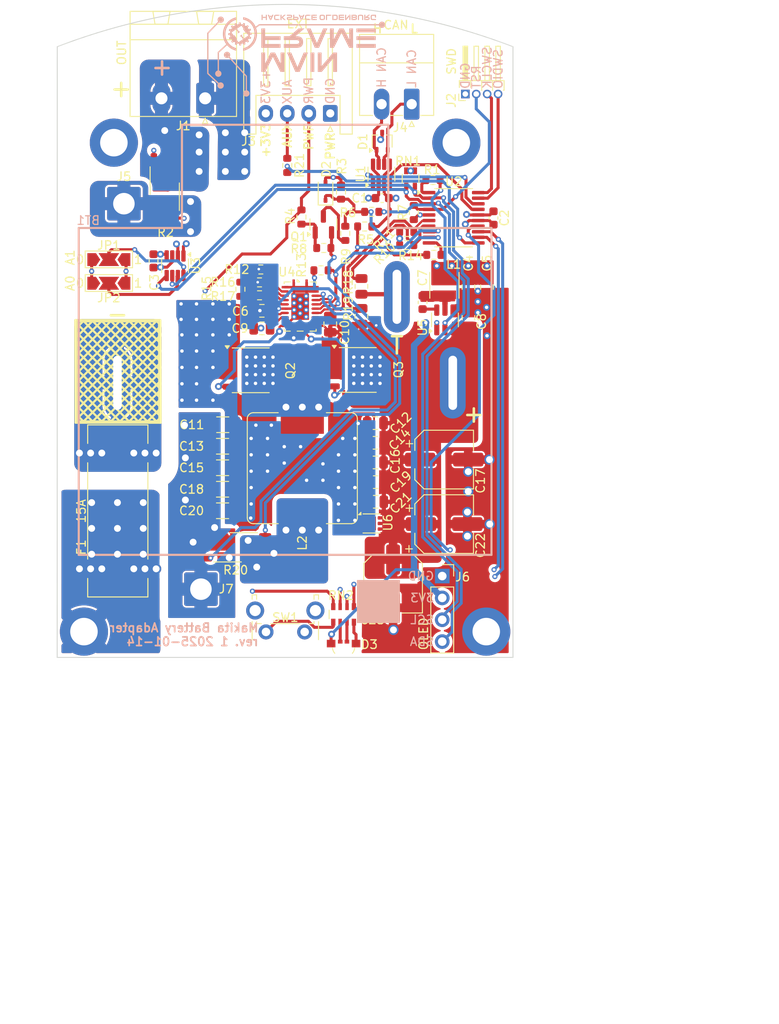
<source format=kicad_pcb>
(kicad_pcb (version 20240108) (generator "pcbnew") (generator_version "8.0")
  (title_block (title "Makita Battery Adapter") (date "2025-01-14") (rev "1"))
  (layers (0 "F.Cu" signal) (1 "In1.Cu" signal) (2 "In2.Cu" signal) (31 "B.Cu" signal) (34 "B.Paste" user) (35 "F.Paste" user) (36 "B.SilkS" user "B.Silkscreen") (37 "F.SilkS" user "F.Silkscreen") (38 "B.Mask" user) (39 "F.Mask" user) (44 "Edge.Cuts" user))
  (net 0 "")
  (net 1 "Net-(U4-VDDA)")
  (net 2 "Net-(U4-VCC)")
  (net 3 "PGND")
  (net 4 "Net-(U4-CBOOT)")
  (net 5 "Net-(D2-K)")
  (net 6 "Net-(Q2-G)")
  (net 7 "Net-(Q1-C)")
  (net 8 "Net-(Q1-B)")
  (net 9 "AGND")
  (net 10 "Net-(Q3-G)")
  (net 11 "Net-(U3-IN-)")
  (net 12 "+12V")
  (net 13 "/SMON_BAT")
  (net 14 "VDD")
  (net 15 "Net-(U3-IN+)")
  (net 16 "/VMON_BAT")
  (net 17 "Net-(U4-CNFG)")
  (net 18 "Net-(U4-EXTCOMP)")
  (net 19 "Net-(BT1-PadT)")
  (net 20 "/BT_RAW")
  (net 21 "/EN_12V")
  (net 22 "/PG_12V")
  (net 23 "/SW")
  (net 24 "/LOUT")
  (net 25 "+3V3")
  (net 26 "/CAN+")
  (net 27 "/CAN-")
  (net 28 "/~{RST}")
  (net 29 "/SWCLK")
  (net 30 "/SWDIO")
  (net 31 "/SDA")
  (net 32 "/SCL")
  (net 33 "/CAN_TX")
  (net 34 "/EN_3V3")
  (net 35 "/SW_3V3")
  (net 36 "/BST_3V3")
  (net 37 "/+12V_OUT")
  (net 38 "Net-(U4-RT)")
  (net 39 "/PWR_BTN_SENSE")
  (net 40 "/PWR_BTN")
  (net 41 "/PWR_ENABLE")
  (net 42 "/LED_R")
  (net 43 "/LED_B")
  (net 44 "/LED_G")
  (net 45 "Net-(U4-FB)")
  (net 46 "Net-(U4-VOUT)")
  (net 47 "Net-(D3-RK)")
  (net 48 "Net-(D3-GK)")
  (net 49 "Net-(D3-BK)")
  (net 50 "Net-(RN2D-R4.2)")
  (net 51 "/AUX")
  (net 52 "/CAN_RX")
  (net 53 "/+12V_CS")
  (net 54 "Net-(JP1-C)")
  (net 55 "Net-(U4-ISNS+)")
  (net 57 "Net-(JP2-C)")
  (net 58 "/AUX_R")
  (footprint "Resistor_SMD:R_0603_1608Metric" (layer "F.Cu") (at 165.429 81.5 180)
    (property "Reference" "R1")
    (property "Value" "1k")
  )
  (footprint "Capacitor_SMD:C_0805_2012Metric" (layer "F.Cu") (at 169.552 93.943 90)
    (property "Reference" "C4")
    (property "Value" "22µ")
  )
  (footprint "Connector_Wire:SolderWire-2sqmm_1x01_D2mm_OD3.9mm" (layer "F.Cu") (at 138.437 129.066)
    (property "Reference" "J7")
    (property "Value" "Conn_01x01_Socket")
  )
  (footprint "Capacitor_SMD:CP_Elec_6.3x5.4" (layer "F.Cu") (at 160.789 128.425 -90)
    (property "Reference" "C23")
    (property "Value" "47µ")
  )
  (footprint "Capacitor_SMD:C_1206_3216Metric" (layer "F.Cu") (at 140.954 114.95)
    (property "Reference" "C15")
    (property "Value" "10µ 35V X7R" (hide yes))
  )
  (footprint "NetTie:NetTie-2_SMD_Pad0.5mm" (layer "F.Cu") (at 148.774 96.455)
    (property "Reference" "NT1" (hide yes))
    (property "Value" "NetTie_2" (hide yes))
  )
  (footprint "Capacitor_SMD:C_0805_2012Metric" (layer "F.Cu") (at 158.729 114.334 180)
    (property "Reference" "C16")
    (property "Value" "4µ7 50V X5R" (hide yes))
  )
  (footprint "Resistor_SMD:R_0603_1608Metric" (layer "F.Cu") (at 163.194 85.277 90)
    (property "Reference" "R7")
    (property "Value" "10k")
  )
  (footprint "Capacitor_SMD:C_0805_2012Metric" (layer "F.Cu") (at 171.711 93.948 90)
    (property "Reference" "C5")
    (property "Value" "22µ")
  )
  (footprint "Capacitor_SMD:CP_Elec_6.3x5.4" (layer "F.Cu") (at 166.729 114)
    (property "Reference" "C17")
    (property "Value" "47µ")
  )
  (footprint "Connector_Phoenix_MSTB:PhoenixContact_MSTBA_2,5_2-G-5,08_1x02_P5.08mm_Horizontal" (layer "F.Cu") (at 138.929 72 180)
    (property "Reference" "J1")
    (property "Value" "OUT")
  )
  (footprint "Capacitor_SMD:C_0805_2012Metric" (layer "F.Cu") (at 145.529 96.705 180)
    (property "Reference" "C6")
    (property "Value" "100n")
  )
  (footprint "Package_TO_SOT_SMD:TSOT-23-6" (layer "F.Cu") (at 166.819 97.7575 90)
    (property "Reference" "U5")
    (property "Value" "AP63203WU")
  )
  (footprint "Resistor_SMD:R_0603_1608Metric" (layer "F.Cu") (at 150.129 85.8 -90)
    (property "Reference" "R4")
    (property "Value" "16k")
  )
  (footprint "Capacitor_SMD:C_0603_1608Metric" (layer "F.Cu") (at 132.929 90.9 90)
    (property "Reference" "C3")
    (property "Value" "100n")
  )
  (footprint "Resistor_SMD:R_0603_1608Metric" (layer "F.Cu") (at 155.229 87.7 90)
    (property "Reference" "R9")
    (property "Value" "16k")
  )
  (footprint "Resistor_SMD:R_0603_1608Metric" (layer "F.Cu") (at 165.529 90.2 180)
    (property "Reference" "R14")
    (property "Value" "1k")
  )
  (footprint "Package_TO_SOT_SMD:LFPAK56" (layer "F.Cu") (at 144.229 103.62)
    (property "Reference" "Q2")
    (property "Value" "CSD17577Q5A")
  )
  (footprint "Diode_SMD:D_SOD-323" (layer "F.Cu") (at 152.929 82.8 90)
    (property "Reference" "D2")
    (property "Value" "3V3")
  )
  (footprint "Jumper:SolderJumper-3_P2.0mm_Open_TrianglePad1.0x1.5mm_NumberLabels" (layer "F.Cu") (at 127.729 93.5)
    (property "Reference" "JP2")
    (property "Value" "A0")
  )
  (footprint "Resistor_SMD:R_0603_1608Metric" (layer "F.Cu") (at 145.254 93.4 180)
    (property "Reference" "R16")
    (property "Value" "13k7*")
  )
  (footprint "Resistor_SMD:R_0603_1608Metric" (layer "F.Cu") (at 145.404 91.9 180)
    (property "Reference" "R12")
    (property "Value" "40k2*")
  )
  (footprint "Connector_PinSocket_2.54mm:PinSocket_1x04_P2.54mm_Vertical" (layer "F.Cu") (at 166.504 127.542)
    (property "Reference" "J6")
    (property "Value" "OLED")
  )
  (footprint "Capacitor_SMD:C_0603_1608Metric" (layer "F.Cu") (at 172.465 85.912 90)
    (property "Reference" "C2")
    (property "Value" "100n")
  )
  (footprint "Resistor_SMD:R_0603_1608Metric" (layer "F.Cu") (at 154.729 82.9 90)
    (property "Reference" "R3")
    (property "Value" "4k7")
  )
  (footprint "Package_DFN_QFN:Texas_RGY_R-PVQFN-N24_EP2.05x3.1mm" (layer "F.Cu") (at 149.979 96.205)
    (property "Reference" "U4")
    (property "Value" "LM25148")
  )
  (footprint "Resistor_SMD:R_Shunt_Vishay_WSK2512_6332Metric_T2.21mm" (layer "F.Cu") (at 134.229 82.5 90)
    (property "Reference" "R2")
    (property "Value" "MCS3264R005FER")
  )
  (footprint "Connector_Phoenix_MC:PhoenixContact_MC_1,5_2-G-3.5_1x02_P3.50mm_Horizontal" (layer "F.Cu") (at 162.948 72.678 180)
    (property "Reference" "J4")
    (property "Value" "CAN")
  )
  (footprint "Jumper:SolderJumper-3_P2.0mm_Open_TrianglePad1.0x1.5mm_NumberLabels" (layer "F.Cu") (at 127.729 90.75)
    (property "Reference" "JP1")
    (property "Value" "A1")
  )
  (footprint "Package_TO_SOT_SMD:SOT-23-8" (layer "F.Cu") (at 135.429 91.4625 -90)
    (property "Reference" "U3")
    (property "Value" "INA219AxDCN")
  )
  (footprint "Capacitor_SMD:C_1206_3216Metric" (layer "F.Cu") (at 140.954 117.45)
    (property "Reference" "C18")
    (property "Value" "10µ 35V X7R" (hide yes))
  )
  (footprint "Resistor_SMD:R_0603_1608Metric" (layer "F.Cu") (at 152.729 89.4 180)
    (property "Reference" "R8")
    (property "Value" "680")
  )
  (footprint "Capacitor_SMD:C_0805_2012Metric" (layer "F.Cu") (at 145.529 98.75 180)
    (property "Reference" "C9")
    (property "Value" "2µ2 25V")
  )
  (footprint "LED_SMD:LED_RGB_Xinglight_XL3210RGBC_Horizontal" (layer "F.Cu") (at 155.029 135.3 180)
    (property "Reference" "D3")
    (property "Value" "3.2x1.5")
  )
  (footprint "Resistor_SMD:R_0603_1608Metric" (layer "F.Cu") (at 158.304 85.2)
    (property "Reference" "R6")
    (property "Value" "47k")
  )
  (footprint "Resistor_SMD:R_0603_1608Metric" (layer "F.Cu") (at 157.487 86.902)
    (property "Reference" "R5")
    (property "Value" "47k")
  )
  (footprint "Connector_JST:JST_XH_S4B-XH-A_1x04_P2.50mm_Horizontal" (layer "F.Cu") (at 153.479 73.75 180)
    (property "Reference" "J3")
    (property "Value" "EXT")
  )
  (footprint "Package_TO_SOT_SMD:TSOT-23-8" (layer "F.Cu") (at 159.429 80.8 90)
    (property "Reference" "U1")
    (property "Value" "TCAN3413")
  )
  (footprint "Resistor_SMD:R_Array_Convex_2x0603" (layer "F.Cu") (at 162.821 81.325 90)
    (property "Reference" "RN1")
    (property "Value" "5k1")
  )
  (footprint "Capacitor_SMD:C_0805_2012Metric" (layer "F.Cu") (at 169.552 97.509 -90)
    (property "Reference" "C8")
    (property "Value" "10µ 25V")
  )
  (footprint "Resistor_SMD:R_0603_1608Metric" (layer "F.Cu") (at 152.404 92)
    (property "Reference" "R13")
    (property "Value" "47k")
  )
  (footprint "Package_TO_SOT_SMD:SOT-323_SC-70" (layer "F.Cu") (at 159.515 76.9955 90)
    (property "Reference" "D1")
    (property "Value" "ESDCAN02")
  )
  (footprint "Capacitor_SMD:C_0603_1608Metric" (layer "F.Cu") (at 159.515 83.5995)
    (property "Reference" "C1")
    (property "Value" "100n")
  )
  (footprint "Connector_Wire:SolderWire-2sqmm_1x01_D2mm_OD3.9mm" (layer "F.Cu") (at 129.479 84.25)
    (property "Reference" "J5")
    (property "Value" "Conn_01x01_Socket")
  )
  (footprint "Package_TO_SOT_SMD:SOT-23" (layer "F.Cu") (at 152.679 86.6625 90)
    (property "Reference" "Q1")
    (property "Value" "BC857")
  )
  (footprint "Capacitor_SMD:C_0805_2012Metric" (layer "F.Cu") (at 153.479 98.25 -90)
    (property "Reference" "C10")
    (property "Value" "100n")
  )
  (footprint "Button_Switch_THT:SW_Tactile_SPST_Angled_PTS645Vx31-2LFS" (layer "F.Cu") (at 150.504 134.0375 180)
    (property "Reference" "SW1")
    (property "Value" "POWER")
  )
  (footprint "Capacitor_SMD:C_1206_3216Metric" (layer "F.Cu") (at 140.954 112.45)
    (property "Reference" "C13")
    (property "Value" "10µ 35V X7R" (hide yes))
  )
  (footprint "Capacitor_SMD:C_1206_3216Metric" (layer "F.Cu") (at 140.979 109.95)
    (property "Reference" "C11")
    (property "Value" "10µ 35V X7R")
  )
  (footprint "Connector_PinHeader_1.27mm:PinHeader_1x04_P1.27mm_Horizontal" (layer "F.Cu") (at 169.189 71.5 90)
    (property "Reference" "J2")
    (property "Value" "SWD")
  )
  (footprint "Capacitor_SMD:C_1206_3216Metric" (layer "F.Cu") (at 140.954 119.95)
    (property "Reference" "C20")
    (property "Value" "10µ 35V X7R" (hide yes))
  )
  (footprint "makita-battery:FUSE_3587-15" (layer "F.Cu") (at 128.769 119.97 90)
    (property "Reference" "F1")
    (property "Value" "15A")
  )
  (footprint "Package_SO:TSSOP-20_4.4x6.5mm_P0.65mm" (layer "F.Cu") (at 167.8345 85.886)
    (property "Reference" "U2")
    (property "Value" "STM32F042F6Px")
  )
  (footprint "Capacitor_SMD:C_0603_1608Metric" (layer "F.Cu") (at 164.218 95.731 90)
    (property "Reference" "C7")
    (property "Value" "100n")
  )
  (footprint "Resistor_SMD:R_0805_2012Metric" (layer "F.Cu") (at 157.106 97.3395 -90)
    (property "Reference" "R19")
    (property "Value" "120k")
  )
  (footprint "Resistor_SMD:R_0603_1608Metric" (layer "F.Cu") (at 162.377 87.537 180)
    (property "Reference" "R11")
    (property "Value" "10k3")
  )
  (footprint "Capacitor_SMD:C_0805_2012Metric" (layer "F.Cu") (at 158.757 116.62 180)
    (property "Reference" "C19")
    (property "Value" "4µ7 50V X5R")
  )
  (footprint "Resistor_SMD:R_0603_1608Metric" (layer "F.Cu") (at 162.377 89.061 180)
    (property "Reference" "R10")
    (property "Value" "10k3")
  )
  (footprint "Capacitor_SMD:C_0805_2012Metric" (layer "F.Cu") (at 158.729 109.762 180)
    (property "Reference" "C12")
    (property "Value" "4µ7 50V X5R")
  )
  (footprint "Resistor_SMD:R_0603_1608Metric" (layer "F.Cu") (at 148.484 79.805 -90)
    (property "Reference" "R21")
    (property "Value" "1k")
  )
  (footprint "Resistor_SMD:R_0603_1608Metric" (layer "F.Cu") (at 143.029 94.2 90)
    (property "Reference" "R15")
    (property "Value" "100k")
  )
  (footprint "Capacitor_SMD:CP_Elec_6.3x5.7" (layer "F.Cu") (at 166.729 121.5)
    (property "Reference" "C22")
    (property "Value" "47µ")
  )
  (footprint "Resistor_SMD:R_Shunt_Vishay_WSK2512_6332Metric_T2.21mm" (layer "F.Cu") (at 142.479 124.2 180)
    (property "Reference" "R20")
    (property "Value" "MCS3264R005FER")
  )
  (footprint "Inductor_SMD:L_Bourns_SRP1245A" (layer "F.Cu") (at 150.229 115 -90)
    (property "Reference" "L2")
    (property "Value" "SRP1270-1R5M")
  )
  (footprint "Resistor_SMD:R_0805_2012Metric" (layer "F.Cu") (at 157.106 93.8635 -90)
    (property "Reference" "R18")
    (property "Value" "120k")
  )
  (footprint "Resistor_SMD:R_Array_Convex_4x0603" (layer "F.Cu") (at 155.029 132 -90)
    (property "Reference" "RN2")
    (property "Value" "1k")
  )
  (footprint "Inductor_SMD:L_Neosid_SMS-ME3015" (layer "F.Cu") (at 166.758 93.742 90)
    (property "Reference" "L1")
    (property "Value" "4µ7 DJNR3015")
  )
  (footprint "Capacitor_SMD:C_0805_2012Metric" (layer "F.Cu") (at 158.757 118.906 180)
    (property "Reference" "C21")
    (property "Value" "4µ7 50V X5R" (hide yes))
  )
  (footprint "Resistor_SMD:R_0603_1608Metric" (layer "F.Cu") (at 145.254 94.9 180)
    (property "Reference" "R17")
    (property "Value" "47k5")
  )
  (footprint "Package_TO_SOT_SMD:LFPAK56" (layer "F.Cu") (at 156.679 103.58)
    (property "Reference" "Q3")
    (property "Value" "CSD17302Q5A")
  )
  (footprint "Capacitor_SMD:C_0805_2012Metric" (layer "F.Cu") (at 158.729 112.048 180)
    (property "Reference" "C14")
    (property "Value" "4µ7 50V X5R")
  )
  (footprint "Package_SON:WSON-6-1EP_2x2mm_P0.65mm_EP1x1.6mm" (layer "F.Cu") (at 158.2915 121.427)
    (property "Reference" "U6")
    (property "Value" "TVS2700DRV")
  )
  (footprint "makita-battery:Makita Battery" (layer "B.Cu") (at 148.229 105.075 180)
    (property "Reference" "BT1")
    (property "Value" "~")
  )
  (gr_poly (pts (xy 151.628789 66.67842) (xy 151.179806 66.67842) (xy 151.179806 68.933503) (xy 151.628789 68.933503)) (stroke (width -0.000001)) (fill solid) (layer "B.SilkS"))
  (gr_poly (pts (xy 140.479 69.5) (xy 140.49766 69.498581) (xy 140.516048 69.496243) (xy 140.534143 69.493011) (xy 140.55192 69.488906) (xy 140.569357 69.483953) (xy 140.58643 69.478174) (xy 140.603117 69.471592) (xy 140.619394 69.464231) (xy 140.635238 69.456114) (xy 140.650627 69.447263) (xy 140.665536 69.437703) (xy 140.679943 69.427455) (xy 140.693825 69.416544) (xy 140.707159 69.404991) (xy 140.719922 69.392822) (xy 140.732089 69.380058) (xy 140.74364 69.366722) (xy 140.754549 69.352838) (xy 140.764795 69.338429) (xy 140.774354 69.323518) (xy 140.783203 69.308128) (xy 140.791319 69.292282) (xy 140.798678 69.276004) (xy 140.805259 69.259315) (xy 140.811036 69.242241) (xy 140.815989 69.224803) (xy 140.820092 69.207025) (xy 140.823324 69.18893) (xy 140.825662 69.170541) (xy 140.827081 69.151881) (xy 140.827559 69.132973) (xy 140.827194 69.116456) (xy 140.82611 69.100125) (xy 140.824321 69.083998) (xy 140.821844 69.068087) (xy 140.818694 69.05241) (xy 140.814885 69.036981) (xy 140.810434 69.021816) (xy 140.805356 69.00693) (xy 140.799665 68.992339) (xy 140.793379 68.978057) (xy 140.786511 68.9641) (xy 140.779077 68.950483) (xy 140.771093 68.937223) (xy 140.762574 68.924333) (xy 140.753535 68.91183) (xy 140.743992 68.899729) (xy 140.73396 68.888045) (xy 140.723455 68.876794) (xy 140.712491 68.86599) (xy 140.701084 68.85565) (xy 140.68925 68.845788) (xy 140.677004 68.836421) (xy 140.664361 68.827562) (xy 140.651337 68.819228) (xy 140.637947 68.811434) (xy 140.624207 68.804196) (xy 140.610131 68.797528) (xy 140.595735 68.791446) (xy 140.581035 68.785965) (xy 140.566045 68.781101) (xy 140.550782 68.776869) (xy 140.535261 68.773285) (xy 140.535261 66.693223) (xy 141.477957 65.831569) (xy 141.530456 65.889705) (xy 141.585154 65.945735) (xy 141.641984 65.999589) (xy 141.700876 66.051198) (xy 141.761763 66.100493) (xy 141.824575 66.147404) (xy 141.889244 66.191861) (xy 141.955701 66.233796) (xy 142.023877 66.273139) (xy 142.093704 66.309821) (xy 142.165113 66.343772) (xy 142.238036 66.374923) (xy 142.312403 66.403205) (xy 142.388147 66.428548) (xy 142.465198 66.450883) (xy 142.543487 66.47014) (xy 142.543487 66.160657) (xy 142.476352 66.14122) (xy 142.410383 66.119096) (xy 142.2822 66.06704) (xy 142.159445 66.004994) (xy 142.042622 65.933467) (xy 141.932238 65.852966) (xy 141.828799 65.763999) (xy 141.732811 65.667072) (xy 141.644779 65.562695) (xy 141.565209 65.451374) (xy 141.494608 65.333616) (xy 141.43348 65.20993) (xy 141.382332 65.080823) (xy 141.360659 65.014395) (xy 141.34167 64.946802) (xy 141.325429 64.878108) (xy 141.312 64.808375) (xy 141.301444 64.737668) (xy 141.293826 64.66605) (xy 141.289209 64.593584) (xy 141.287656 64.520333) (xy 141.289209 64.447086) (xy 141.293827 64.374625) (xy 141.301445 64.303011) (xy 141.312001 64.232309) (xy 141.325432 64.162581) (xy 141.341674 64.093892) (xy 141.360663 64.026305) (xy 141.382338 63.959883) (xy 141.406634 63.894689) (xy 141.433488 63.830787) (xy 141.462837 63.76824) (xy 141.494618 63.707112) (xy 141.528768 63.647467) (xy 141.565222 63.589366) (xy 141.603919 63.532874) (xy 141.644794 63.478055) (xy 141.687784 63.424971) (xy 141.732827 63.373686) (xy 141.779859 63.324263) (xy 141.828817 63.276767) (xy 141.879637 63.231259) (xy 141.932256 63.187804) (xy 141.986611 63.146465) (xy 142.042639 63.107305) (xy 142.100276 63.070388) (xy 142.159459 63.035777) (xy 142.220126 63.003535) (xy 142.282212 62.973726) (xy 142.345654 62.946414) (xy 142.41039 62.921661) (xy 142.476355 62.899531) (xy 142.543487 62.880088) (xy 142.543487 62.570605) (xy 142.460823 62.591035) (xy 142.379543 62.614893) (xy 142.299728 62.642096) (xy 142.22146 62.672565) (xy 142.144819 62.706217) (xy 142.069887 62.74297) (xy 141.925477 62.825456) (xy 141.788881 62.919371) (xy 141.660747 63.024063) (xy 141.541729 63.138881) (xy 141.432476 63.263172) (xy 141.333638 63.396285) (xy 141.245868 63.537568) (xy 141.169816 63.686369) (xy 141.136387 63.763385) (xy 141.106131 63.842036) (xy 141.079131 63.922241) (xy 141.055466 64.003918) (xy 141.03522 64.086986) (xy 141.018472 64.171363) (xy 141.005304 64.256968) (xy 140.995797 64.343719) (xy 140.990034 64.431534) (xy 140.988095 64.520333) (xy 140.989808 64.603796) (xy 140.994903 64.686395) (xy 141.003311 64.768062) (xy 141.014965 64.848731) (xy 141.029798 64.928333) (xy 141.047742 65.006801) (xy 141.068729 65.084068) (xy 141.092691 65.160066) (xy 141.119561 65.234727) (xy 141.149271 65.307983) (xy 141.181753 65.379768) (xy 141.21694 65.450014) (xy 141.254764 65.518653) (xy 141.295158 65.585617) (xy 141.338053 65.650839) (xy 141.383382 65.714252) (xy 140.384884 66.626985) (xy 140.384884 68.773285) (xy 140.369367 68.776869) (xy 140.354107 68.781101) (xy 140.339121 68.785965) (xy 140.324423 68.791446) (xy 140.31003 68.797528) (xy 140.295957 68.804196) (xy 140.282219 68.811434) (xy 140.268831 68.819228) (xy 140.243168 68.836421) (xy 140.219091 68.85565) (xy 140.196723 68.876794) (xy 140.176188 68.899729) (xy 140.157608 68.924333) (xy 140.149089 68.937223) (xy 140.141106 68.950483) (xy 140.133672 68.9641) (xy 140.126805 68.978057) (xy 140.120518 68.992339) (xy 140.114828 69.00693) (xy 140.10975 69.021816) (xy 140.105299 69.036981) (xy 140.101491 69.05241) (xy 140.09834 69.068087) (xy 140.095863 69.083998) (xy 140.094075 69.100125) (xy 140.092991 69.116456) (xy 140.092626 69.132973) (xy 140.093104 69.151884) (xy 140.094523 69.170547) (xy 140.09686 69.188939) (xy 140.100092 69.207036) (xy 140.104196 69.224816) (xy 140.109148 69.242255) (xy 140.114926 69.259331) (xy 140.121506 69.27602) (xy 140.128866 69.292299) (xy 140.136982 69.308145) (xy 140.145831 69.323535) (xy 140.15539 69.338446) (xy 140.165635 69.352855) (xy 140.176545 69.366738) (xy 140.188095 69.380073) (xy 140.200263 69.392836) (xy 140.213026 69.405005) (xy 140.226359 69.416556) (xy 140.240242 69.427467) (xy 140.254649 69.437713) (xy 140.269558 69.447272) (xy 140.284947 69.456122) (xy 140.300791 69.464238) (xy 140.317068 69.471598) (xy 140.333755 69.478178) (xy 140.350828 69.483956) (xy 140.368265 69.488908) (xy 140.386042 69.493012) (xy 140.404136 69.496244) (xy 140.422525 69.498581) (xy 140.441185 69.500001) (xy 140.460092 69.500479)) (stroke (width -0.000001)) (fill solid) (layer "B.SilkS"))
  (gr_poly (pts (xy 158.770158 64.779333) (xy 156.525394 64.779333) (xy 156.525394 65.230303) (xy 158.770158 65.230303)) (stroke (width -0.000001)) (fill solid) (layer "B.SilkS"))
  (gr_poly (pts (xy 140.739488 70.877872) (xy 140.757096 70.876918) (xy 140.774645 70.875125) (xy 140.792103 70.872493) (xy 140.809438 70.869024) (xy 140.826616 70.864718) (xy 140.843605 70.859576) (xy 140.860372 70.8536) (xy 140.876885 70.846791) (xy 140.893112 70.839149) (xy 140.909018 70.830675) (xy 140.924572 70.82137) (xy 140.939741 70.811236) (xy 140.954492 70.800273) (xy 140.968793 70.788482) (xy 140.982611 70.775865) (xy 140.995914 70.762421) (xy 141.00852 70.748319) (xy 141.02027 70.733753) (xy 141.031167 70.718756) (xy 141.041211 70.703361) (xy 141.050402 70.6876) (xy 141.058743 70.671506) (xy 141.066233 70.655111) (xy 141.072875 70.638448) (xy 141.078668 70.62155) (xy 141.083614 70.60445) (xy 141.087714 70.587179) (xy 141.090968 70.569771) (xy 141.093379 70.552258) (xy 141.094946 70.534673) (xy 141.095671 70.517049) (xy 141.095554 70.499417) (xy 141.094597 70.481812) (xy 141.092801 70.464264) (xy 141.090167 70.446808) (xy 141.086695 70.429475) (xy 141.082387 70.412298) (xy 141.077244 70.39531) (xy 141.071266 70.378544) (xy 141.064455 70.362031) (xy 141.056811 70.345805) (xy 141.048336 70.329899) (xy 141.03903 70.314344) (xy 141.028895 70.299174) (xy 141.017931 70.284421) (xy 141.00614 70.270118) (xy 140.993522 70.256297) (xy 140.980078 70.242992) (xy 140.9678 70.231933) (xy 140.955165 70.221526) (xy 140.942195 70.211772) (xy 140.928911 70.202668) (xy 140.915335 70.194215) (xy 140.901488 70.186412) (xy 140.887394 70.179258) (xy 140.873072 70.172752) (xy 140.858546 70.166894) (xy 140.843836 70.161683) (xy 140.813954 70.1532) (xy 140.7836 70.147296) (xy 140.752947 70.143966) (xy 140.722169 70.143205) (xy 140.691441 70.145007) (xy 140.660936 70.149367) (xy 140.630827 70.156278) (xy 140.601289 70.165737) (xy 140.572496 70.177736) (xy 140.558433 70.184687) (xy 140.544621 70.192271) (xy 140.531082 70.200488) (xy 140.517838 70.209336) (xy 139.315624 69.078203) (xy 139.315624 64.462904) (xy 140.54812 63.172267) (xy 140.561815 63.180386) (xy 140.575772 63.18786) (xy 140.589967 63.194688) (xy 140.604379 63.200871) (xy 140.618987 63.20641) (xy 140.633769 63.211305) (xy 140.648702 63.215556) (xy 140.663766 63.219165) (xy 140.678938 63.22213) (xy 140.694197 63.224453) (xy 140.709521 63.226135) (xy 140.724889 63.227175) (xy 140.740278 63.227575) (xy 140.755667 63.227334) (xy 140.771035 63.226453) (xy 140.786359 63.224933) (xy 140.801617 63.222774) (xy 140.816789 63.219976) (xy 140.831852 63.21654) (xy 140.846785 63.212466) (xy 140.861565 63.207755) (xy 140.876172 63.202407) (xy 140.890583 63.196423) (xy 140.904777 63.189803) (xy 140.918732 63.182548) (xy 140.932426 63.174658) (xy 140.945838 63.166133) (xy 140.958945 63.156974) (xy 140.971727 63.147181) (xy 140.984161 63.136756) (xy 140.996226 63.125697) (xy 141.007899 63.114006) (xy 141.007899 63.114005) (xy 141.020611 63.099997) (xy 141.032471 63.085518) (xy 141.04348 63.070601) (xy 141.053638 63.05528) (xy 141.062948 63.039586) (xy 141.071408 63.023553) (xy 141.07902 63.007213) (xy 141.085785 62.990599) (xy 141.091704 62.973742) (xy 141.096777 62.956677) (xy 141.101004 62.939435) (xy 141.104388 62.92205) (xy 141.106928 62.904553) (xy 141.108625 62.886977) (xy 141.10948 62.869356) (xy 141.109494 62.851721) (xy 141.108668 62.834106) (xy 141.107001 62.816542) (xy 141.104496 62.799063) (xy 141.101152 62.781701) (xy 141.096971 62.764489) (xy 141.091953 62.74746) (xy 141.086099 62.730645) (xy 141.079409 62.714079) (xy 141.071885 62.697792) (xy 141.063528 62.681819) (xy 141.054337 62.666191) (xy 141.044314 62.650941) (xy 141.033459 62.636103) (xy 141.021774 62.621707) (xy 141.009258 62.607788) (xy 140.995913 62.594378) (xy 140.981908 62.58167) (xy 140.967433 62.569813) (xy 140.952519 62.558808) (xy 140.937201 62.548653) (xy 140.92151 62.539347) (xy 140.90548 62.530891) (xy 140.889142 62.523282) (xy 140.87253 62.51652) (xy 140.855676 62.510605) (xy 140.838613 62.505536) (xy 140.821373 62.501311) (xy 140.80399 62.497931) (xy 140.786495 62.495394) (xy 140.768921 62.4937) (xy 140.751301 62.492848) (xy 140.733669 62.492837) (xy 140.716055 62.493666) (xy 140.698493 62.495335) (xy 140.681016 62.497843) (xy 140.663656 62.501189) (xy 140.646446 62.505372) (xy 140.629419 62.510393) (xy 140.612607 62.516248) (xy 140.596042 62.52294) (xy 140.579758 62.530465) (xy 140.563787 62.538824) (xy 140.548162 62.548016) (xy 140.532915 62.55804) (xy 140.51808 62.568895) (xy 140.503687 62.580581) (xy 140.489772 62.593097) (xy 140.476365 62.606442) (xy 140.465219 62.618637) (xy 140.454723 62.631194) (xy 140.444875 62.644091) (xy 140.435677 62.657307) (xy 140.427126 62.670819) (xy 140.419224 62.684607) (xy 140.411968 62.698647) (xy 140.405358 62.71292) (xy 140.399395 62.727402) (xy 140.394077 62.742072) (xy 140.385375 62.771889) (xy 140.379248 62.802198) (xy 140.375692 62.832825) (xy 140.374704 62.863595) (xy 140.376277 62.894335) (xy 140.38041 62.924871) (xy 140.387096 62.95503) (xy 140.396332 62.984636) (xy 140.408114 63.013517) (xy 140.414958 63.02763) (xy 140.422436 63.041498) (xy 140.43055 63.055096) (xy 140.439297 63.068405) (xy 139.165209 64.40258) (xy 139.165209 69.143172) (xy 140.41481 70.318795) (xy 140.406785 70.332555) (xy 140.399409 70.346571) (xy 140.392681 70.360821) (xy 140.3866 70.375283) (xy 140.381165 70.389936) (xy 140.376377 70.404758) (xy 140.372234 70.419726) (xy 140.368736 70.43482) (xy 140.365882 70.450018) (xy 140.363671 70.465297) (xy 140.362103 70.480636) (xy 140.361177 70.496014) (xy 140.360893 70.511409) (xy 140.361249 70.526798) (xy 140.362245 70.542161) (xy 140.363881 70.557475) (xy 140.366155 70.57272) (xy 140.369068 70.587872) (xy 140.372618 70.60291) (xy 140.376805 70.617813) (xy 140.381628 70.632559) (xy 140.387087 70.647126) (xy 140.39318 70.661492) (xy 140.399908 70.675636) (xy 140.40727 70.689536) (xy 140.415264 70.70317) (xy 140.42389 70.716517) (xy 140.433149 70.729555) (xy 140.443038 70.742261) (xy 140.453557 70.754615) (xy 140.464706 70.766594) (xy 140.476484 70.778177) (xy 140.490583 70.790787) (xy 140.505146 70.802541) (xy 140.520141 70.813442) (xy 140.535535 70.823489) (xy 140.551295 70.832685) (xy 140.567388 70.841029) (xy 140.583783 70.848523) (xy 140.600446 70.855167) (xy 140.617345 70.860964) (xy 140.634446 70.865913) (xy 140.651718 70.870017) (xy 140.669127 70.873274) (xy 140.686642 70.875688) (xy 140.704228 70.877258) (xy 140.721855 70.877986)) (stroke (width -0.000001)) (fill solid) (layer "B.SilkS"))
  (gr_poly (pts (xy 157.439756 62.900924) (xy 157.85175 62.900924) (xy 157.876685 62.900199) (xy 157.900011 62.898024) (xy 157.911071 62.896393) (xy 157.921728 62.8944) (xy 157.931983 62.892044) (xy 157.941836 62.889326) (xy 157.951287 62.886246) (xy 157.960335 62.882804) (xy 157.968981 62.879) (xy 157.977225 62.874834) (xy 157.985067 62.870306) (xy 157.992506 62.865415) (xy 157.999544 62.860163) (xy 158.006179 62.854549) (xy 158.012412 62.848573) (xy 158.018243 62.842235) (xy 158.023671 62.835536) (xy 158.028698 62.828475) (xy 158.033322 62.821052) (xy 158.037544 62.813268) (xy 158.041364 62.805122) (xy 158.044782 62.796614) (xy 158.047798 62.787745) (xy 158.050411 62.778515) (xy 158.052623 62.768923) (xy 158.054432 62.758969) (xy 158.055839 62.748655) (xy 158.056845 62.737979) (xy 158.057448 62.726942) (xy 158.057649 62.715544) (xy 158.057448 62.704138) (xy 158.056845 62.693095) (xy 158.055839 62.682413) (xy 158.054432 62.672093) (xy 158.052623 62.662136) (xy 158.050411 62.65254) (xy 158.047798 62.643306) (xy 158.044782 62.634434) (xy 158.041364 62.625923) (xy 158.037544 62.617775) (xy 158.033322 62.609989) (xy 158.028698 62.602565) (xy 158.023671 62.595503) (xy 158.018243 62.588803) (xy 158.012412 62.582465) (xy 158.006179 62.576489) (xy 157.999544 62.570875) (xy 157.992506 62.565623) (xy 157.985067 62.560733) (xy 157.977225 62.556205) (xy 157.968981 62.55204) (xy 157.960335 62.548236) (xy 157.951287 62.544795) (xy 157.941836 62.541716) (xy 157.931983 62.538999) (xy 157.921728 62.536645) (xy 157.911071 62.534652) (xy 157.900011 62.533022) (xy 157.888549 62.531754) (xy 157.876685 62.530848) (xy 157.864419 62.530305) (xy 157.85175 62.530124) (xy 157.813373 62.530124) (xy 158.10337 62.28295) (xy 157.913544 62.28295) (xy 157.623547 62.530204) (xy 157.563301 62.530204) (xy 157.563301 62.28303) (xy 157.439755 62.28303) (xy 157.439755 62.653872) (xy 157.563381 62.653872) (xy 157.831112 62.653791) (xy 157.843583 62.654034) (xy 157.855251 62.65476) (xy 157.866115 62.655971) (xy 157.876175 62.657666) (xy 157.885431 62.659844) (xy 157.893883 62.662506) (xy 157.90153 62.665651) (xy 157.908373 62.669279) (xy 157.911493 62.671275) (xy 157.914412 62.67339) (xy 157.917129 62.675627) (xy 157.919645 62.677984) (xy 157.92196 62.680461) (xy 157.924074 62.683059) (xy 157.925986 62.685778) (xy 157.927698 62.688617) (xy 157.929208 62.691577) (xy 157.930516 62.694657) (xy 157.931624 62.697857) (xy 157.93253 62.701178) (xy 157.933234 62.704619) (xy 157.933738 62.70818) (xy 157.93404 62.711862) (xy 157.934141 62.715664) (xy 157.93404 62.719459) (xy 157.933738 62.723134) (xy 157.933235 62.726689) (xy 157.932531 62.730124) (xy 157.931626 62.733439) (xy 157.93052 62.736635) (xy 157.929212 62.73971) (xy 157.927703 62.742665) (xy 157.925993 62.7455) (xy 157.924082 62.748215) (xy 157.92197 62.75081) (xy 157.919656 62.753284) (xy 157.917141 62.755639) (xy 157.914425 62.757873) (xy 157.911507 62.759986) (xy 157.908389 62.761979) (xy 157.905069 62.763852) (xy 157.901548 62.765604) (xy 157.897825 62.767236) (xy 157.893901 62.768747) (xy 157.889776 62.770137) (xy 157.88545 62.771407) (xy 157.880922 62.772556) (xy 157.876193 62.773584) (xy 157.871262 62.774492) (xy 157.866131 62.775278) (xy 157.860798 62.775944) (xy 157.855263 62.776489) (xy 157.849527 62.776912) (xy 157.84359 62.777215) (xy 157.837452 62.777397) (xy 157.831112 62.777457) (xy 157.563381 62.777457) (xy 157.563381 62.653872) (xy 157.439755 62.653872) (xy 157.439755 62.900925)) (stroke (width -0.000001)) (fill solid) (layer "B.SilkS"))
  (gr_poly (pts (xy 153.104371 62.406696) (xy 153.598679 62.406696) (xy 153.598679 62.283109) (xy 152.980824 62.283109) (xy 152.980824 62.901004) (xy 153.104371 62.901004)) (stroke (width -0.000001)) (fill solid) (layer "B.SilkS"))
  (gr_poly (pts (xy 158.798059 62.777297) (xy 158.40297 62.777297) (xy 158.396861 62.7772) (xy 158.390946 62.776911) (xy 158.385225 62.776428) (xy 158.379699 62.775752) (xy 158.374368 62.774884) (xy 158.36923 62.773822) (xy 158.364287 62.772567) (xy 158.359538 62.77112) (xy 158.354983 62.769479) (xy 158.350623 62.767645) (xy 158.346456 62.765618) (xy 158.342484 62.763398) (xy 158.338706 62.760985) (xy 158.335121 62.758378) (xy 158.331731 62.755579) (xy 158.328535 62.752586) (xy 158.325532 62.749401) (xy 158.322724 62.746022) (xy 158.320109 62.74245) (xy 158.317689 62.738685) (xy 158.315462 62.734727) (xy 158.313429 62.730575) (xy 158.31159 62.726231) (xy 158.309944 62.721693) (xy 158.308492 62.716962) (xy 158.307234 62.712038) (xy 158.306169 62.70692) (xy 158.305299 62.70161) (xy 158.304621 62.696106) (xy 158.304137 62.690409) (xy 158.303847 62.684519) (xy 158.30375 62.678435) (xy 158.30375 62.505794) (xy 158.303848 62.499692) (xy 158.304139 62.493784) (xy 158.304625 62.488069) (xy 158.305306 62.482548) (xy 158.306181 62.47722) (xy 158.307251 62.472085) (xy 158.308515 62.467145) (xy 158.309974 62.462397) (xy 158.311627 62.457844) (xy 158.313476 62.453484) (xy 158.315519 62.449317) (xy 158.317756 62.445345) (xy 158.320189 62.441566) (xy 158.322816 62.43798) (xy 158.325638 62.434588) (xy 158.328654 62.43139) (xy 158.331866 62.428386) (xy 158.335273 62.425575) (xy 158.338874 62.422958) (xy 158.342671 62.420535) (xy 158.346662 62.418306) (xy 158.350849 62.41627) (xy 158.35523 62.414429) (xy 158.359807 62.412781) (xy 158.364578 62.411326) (xy 158.369545 62.410066) (xy 158.374707 62.409) (xy 158.380064 62.408127) (xy 158.385617 62.407448) (xy 158.391364 62.406963) (xy 158.397307 62.406673) (xy 158.403446 62.406576) (xy 158.674433 62.406576) (xy 158.674433 62.612474) (xy 158.798059 62.612474) (xy 158.798059 62.283069) (xy 158.386064 62.283069) (xy 158.373395 62.28327) (xy 158.361129 62.283873) (xy 158.349264 62.284879) (xy 158.337801 62.286286) (xy 158.32674 62.288095) (xy 158.316082 62.290307) (xy 158.305825 62.292921) (xy 158.295971 62.295937) (xy 158.286519 62.299355) (xy 158.277469 62.303175) (xy 158.268821 62.307398) (xy 158.260575 62.312022) (xy 158.252732 62.317049) (xy 158.24529 62.322479) (xy 158.238251 62.32831) (xy 158.231614 62.334544) (xy 158.225379 62.34118) (xy 158.219546 62.348218) (xy 158.214116 62.355659) (xy 158.209088 62.363502) (xy 158.204462 62.371748) (xy 158.200238 62.380396) (xy 158.196416 62.389446) (xy 158.192997 62.398898) (xy 158.18998 62.408753) (xy 158.187365 62.419011) (xy 158.185152 62.429671) (xy 158.183342 62.440733) (xy 158.181934 62.452198) (xy 158.180928 62.464065) (xy 158.180325 62.476335) (xy 158.180123 62.489007) (xy 158.180123 62.694905) (xy 158.180325 62.707578) (xy 158.180928 62.719848) (xy 158.181934 62.731716) (xy 158.183342 62.743182) (xy 158.185152 62.754245) (xy 158.187365 62.764906) (xy 158.189979 62.775165) (xy 158.192996 62.785021) (xy 158.196416 62.794475) (xy 158.200237 62.803527) (xy 158.204461 62.812176) (xy 158.209087 62.820423) (xy 158.214115 62.828268) (xy 158.219546 62.835711) (xy 158.225378 62.842751) (xy 158.231613 62.849389) (xy 158.23825 62.855625) (xy 158.245289 62.861458) (xy 158.252731 62.866889) (xy 158.260574 62.871918) (xy 158.26882 62.876544) (xy 158.277468 62.880769) (xy 158.286518 62.88459) (xy 158.29597 62.88801) (xy 158.305825 62.891027) (xy 158.316081 62.893642) (xy 158.32674 62.895855) (xy 158.3378 62.897665) (xy 158.349263 62.899073) (xy 158.361128 62.900079) (xy 158.373395 62.900683) (xy 158.386064 62.900884) (xy 158.798059 62.900884)) (stroke (width -0.000001)) (fill solid) (layer "B.SilkS"))
  (gr_poly (pts (xy 143.737308 71.801955) (xy 143.755971 71.800535) (xy 143.774363 71.798197) (xy 143.79246 71.794965) (xy 143.81024 71.79086) (xy 143.82768 71.785907) (xy 143.844755 71.780128) (xy 143.861444 71.773546) (xy 143.877723 71.766185) (xy 143.893569 71.758068) (xy 143.908959 71.749217) (xy 143.92387 71.739657) (xy 143.938279 71.729409) (xy 143.952162 71.718498) (xy 143.965497 71.706946) (xy 143.97826 71.694776) (xy 143.990429 71.682012) (xy 144.00198 71.668676) (xy 144.01289 71.654792) (xy 144.023137 71.640383) (xy 144.032696 71.625472) (xy 144.041545 71.610082) (xy 144.049662 71.594236) (xy 144.057021 71.577958) (xy 144.063602 71.56127) (xy 144.06938 71.544195) (xy 144.074332 71.526757) (xy 144.078436 71.508979) (xy 144.081668 71.490884) (xy 144.084005 71.472495) (xy 144.085424 71.453835) (xy 144.085903 71.434927) (xy 144.085903 71.434926) (xy 144.085538 71.418409) (xy 144.084454 71.402078) (xy 144.082665 71.385951) (xy 144.080187 71.37004) (xy 144.077035 71.354363) (xy 144.073226 71.338934) (xy 144.068774 71.323769) (xy 144.063694 71.308883) (xy 144.058003 71.294292) (xy 144.051715 71.28001) (xy 144.044846 71.266053) (xy 144.037411 71.252436) (xy 144.029425 71.239176) (xy 144.020905 71.226286) (xy 144.011865 71.213783) (xy 144.002321 71.201682) (xy 143.992288 71.189998) (xy 143.981782 71.178747) (xy 143.970818 71.167943) (xy 143.959411 71.157603) (xy 143.947577 71.147741) (xy 143.935331 71.138374) (xy 143.922688 71.129515) (xy 143.909665 71.121181) (xy 143.896275 71.113387) (xy 143.882536 71.106149) (xy 143.868461 71.099481) (xy 143.854068 71.093399) (xy 143.83937 71.087918) (xy 143.824383 71.083054) (xy 143.809123 71.078822) (xy 143.793605 71.075238) (xy 143.793605 69.39729) (xy 141.773193 67.167329) (xy 141.78229 67.154247) (xy 141.790761 67.14086) (xy 141.798605 67.127188) (xy 141.80582 67.113255) (xy 141.812406 67.09908) (xy 141.818361 67.084687) (xy 141.823684 67.070097) (xy 141.828375 67.05533) (xy 141.835855 67.025358) (xy 141.84079 66.994942) (xy 141.843173 66.964257) (xy 141.842994 66.933476) (xy 141.840245 66.902771) (xy 141.837904 66.887501) (xy 141.834918 66.872316) (xy 141.831284 66.857237) (xy 141.827002 66.842284) (xy 141.822072 66.827481) (xy 141.816491 66.812849) (xy 141.810259 66.798409) (xy 141.803375 66.784183) (xy 141.795837 66.770193) (xy 141.787645 66.75646) (xy 141.778797 66.743005) (xy 141.769293 66.729852) (xy 141.75913 66.717021) (xy 141.748309 66.704534) (xy 141.73526 66.690836) (xy 141.72168 66.677954) (xy 141.707601 66.66589) (xy 141.693057 66.654645) (xy 141.67808 66.644221) (xy 141.662703 66.634619) (xy 141.646957 66.625841) (xy 141.630877 66.617889) (xy 141.614494 66.610764) (xy 141.597842 66.604468) (xy 141.580952 66.599002) (xy 141.563858 66.594369) (xy 141.546591 66.590569) (xy 141.529185 66.587604) (xy 141.511673 66.585476) (xy 141.494086 66.584186) (xy 141.476458 66.583737) (xy 141.458821 66.584129) (xy 141.441208 66.585365) (xy 141.423651 66.587445) (xy 141.406183 66.590372) (xy 141.388836 66.594147) (xy 141.371644 66.598772) (xy 141.354639 66.604248) (xy 141.337853 66.610577) (xy 141.321319 66.61776) (xy 141.30507 66.6258) (xy 141.289138 66.634697) (xy 141.273556 66.644453) (xy 141.258357 66.655071) (xy 141.243573 66.666551) (xy 141.229237 66.678895) (xy 141.215543 66.691941) (xy 141.202665 66.705519) (xy 141.190604 66.719595) (xy 141.179363 66.734136) (xy 141.168942 66.749112) (xy 141.159344 66.764487) (xy 141.15057 66.780231) (xy 141.142621 66.796311) (xy 141.135499 66.812692) (xy 141.129206 66.829344) (xy 141.123743 66.846234) (xy 141.119112 66.863328) (xy 141.115315 66.880594) (xy 141.112353 66.898) (xy 141.110227 66.915512) (xy 141.108939 66.933099) (xy 141.108492 66.950727) (xy 141.108885 66.968364) (xy 141.110122 66.985978) (xy 141.112203 67.003534) (xy 141.115131 67.021002) (xy 141.118906 67.038348) (xy 141.123531 67.05554) (xy 141.129007 67.072544) (xy 141.135335 67.089329) (xy 141.142518 67.105861) (xy 141.150556 67.122109) (xy 141.159451 67.138039) (xy 141.169206 67.153618) (xy 141.179821 67.168815) (xy 141.191298 67.183596) (xy 141.203638 67.197929) (xy 141.215 67.209926) (xy 141.22677 67.221302) (xy 141.238925 67.232054) (xy 141.251445 67.242183) (xy 141.264307 67.251686) (xy 141.27749 67.260564) (xy 141.290972 67.268814) (xy 141.304732 67.276437) (xy 141.332997 67.289793) (xy 141.362111 67.300624) (xy 141.3919 67.308922) (xy 141.422193 67.314679) (xy 141.452814 67.317887) (xy 141.48359 67.318536) (xy 141.514348 67.316619) (xy 141.544915 67.312128) (xy 141.575116 67.305055) (xy 141.604778 67.29539) (xy 141.633727 67.283126) (xy 141.647881 67.276017) (xy 141.661791 67.268255) (xy 143.643229 69.455195) (xy 143.643229 71.075239) (xy 143.627707 71.078824) (xy 143.612444 71.083055) (xy 143.597454 71.087919) (xy 143.582753 71.0934) (xy 143.568356 71.099482) (xy 143.554279 71.10615) (xy 143.540537 71.113388) (xy 143.527146 71.121182) (xy 143.501476 71.138375) (xy 143.477393 71.157604) (xy 143.455019 71.178748) (xy 143.434478 71.201684) (xy 143.415892 71.226288) (xy 143.407371 71.239177) (xy 143.399385 71.252438) (xy 143.39195 71.266054) (xy 143.38508 71.280011) (xy 143.378792 71.294293) (xy 143.3731 71.308884) (xy 143.36802 71.323771) (xy 143.363568 71.338936) (xy 143.359759 71.354364) (xy 143.356607 71.370042) (xy 143.354129 71.385952) (xy 143.35234 71.40208) (xy 143.351256 71.41841) (xy 143.350891 71.434927) (xy 143.351369 71.453838) (xy 143.352788 71.472501) (xy 143.355125 71.490893) (xy 143.358357 71.50899) (xy 143.362461 71.52677) (xy 143.367414 71.54421) (xy 143.373192 71.561285) (xy 143.379772 71.577974) (xy 143.387132 71.594253) (xy 143.395248 71.610099) (xy 143.404097 71.625489) (xy 143.413657 71.6404) (xy 143.423903 71.654809) (xy 143.434813 71.668692) (xy 143.446364 71.682027) (xy 143.458533 71.694791) (xy 143.471296 71.706959) (xy 143.484631 71.718511) (xy 143.498515 71.729421) (xy 143.512923 71.739667) (xy 143.527834 71.749226) (xy 143.543224 71.758076) (xy 143.55907 71.766192) (xy 143.575349 71.773552) (xy 143.592038 71.780132) (xy 143.609114 71.78591) (xy 143.626553 71.790863) (xy 143.644333 71.794966) (xy 143.662431 71.798198) (xy 143.680822 71.800536) (xy 143.699486 71.801955) (xy 143.718397 71.802433)) (stroke (width -0.000001)) (fill solid) (layer "B.SilkS"))
  (gr_poly (pts (xy 150.479004 62.283109) (xy 150.344662 62.283109) (xy 150.291083 62.406696) (xy 149.996642 62.406696) (xy 149.943064 62.283109) (xy 149.808325 62.283109) (xy 149.915581 62.530204) (xy 150.0503 62.530204) (xy 150.237189 62.530204) (xy 150.143724 62.745707) (xy 150.0503 62.530204) (xy 149.915581 62.530204) (xy 150.076533 62.901004) (xy 150.210795 62.901004)) (stroke (width -0.000001)) (fill solid) (layer "B.SilkS"))
  (gr_poly (pts (xy 156.818088 62.505915) (xy 156.818184 62.499814) (xy 156.818474 62.493905) (xy 156.818956 62.48819) (xy 156.819632 62.482669) (xy 156.8205 62.477341) (xy 156.821562 62.472207) (xy 156.822816 62.467266) (xy 156.824264 62.462519) (xy 156.825905 62.457965) (xy 156.827738 62.453605) (xy 156.829765 62.449439) (xy 156.831984 62.445466) (xy 156.834397 62.441687) (xy 156.837003 62.438101) (xy 156.839801 62.434709) (xy 156.842793 62.431511) (xy 156.845978 62.428507) (xy 156.849355 62.425696) (xy 156.852926 62.423079) (xy 156.85669 62.420656) (xy 156.860646 62.418427) (xy 156.864796 62.416391) (xy 156.869139 62.414549) (xy 156.873675 62.412901) (xy 156.878403 62.411447) (xy 156.883325 62.410187) (xy 156.88844 62.40912) (xy 156.893747 62.408248) (xy 156.899248 62.407569) (xy 156.904942 62.407084) (xy 156.910829 62.406793) (xy 156.916909 62.406696) (xy 157.089548 62.406696) (xy 157.095658 62.406794) (xy 157.101573 62.407085) (xy 157.107294 62.407571) (xy 157.112822 62.408252) (xy 157.118155 62.409127) (xy 157.123295 62.410196) (xy 157.12824 62.411461) (xy 157.132992 62.412919) (xy 157.137549 62.414572) (xy 157.141913 62.41642) (xy 157.146083 62.418463) (xy 157.150059 62.4207) (xy 157.153841 62.423132) (xy 157.157429 62.425758) (xy 157.160823 62.428579) (xy 157.164023 62.431595) (xy 157.167029 62.434806) (xy 157.169841 62.438211) (xy 157.172459 62.441812) (xy 157.174884 62.445607) (xy 157.177114 62.449597) (xy 157.17915 62.453781) (xy 157.180993 62.458161) (xy 157.182641 62.462736) (xy 157.184096 62.467505) (xy 157.185357 62.47247) (xy 157.186423 62.477629) (xy 157.187296 62.482983) (xy 157.187975 62.488533) (xy 157.18846 62.494277) (xy 157.188751 62.500217) (xy 157.188848 62.506351) (xy 157.188848 62.901004) (xy 157.312396 62.901004) (xy 157.312396 62.489047) (xy 157.312195 62.476375) (xy 157.311591 62.464105) (xy 157.310585 62.452238) (xy 157.309177 62.440773) (xy 157.307367 62.429711) (xy 157.305154 62.419051) (xy 157.302539 62.408793) (xy 157.299522 62.398938) (xy 157.296102 62.389486) (xy 157.29228 62.380435) (xy 157.288055 62.371788) (xy 157.283428 62.363542) (xy 157.278399 62.355699) (xy 157.272967 62.348258) (xy 157.267133 62.34122) (xy 157.260897 62.334584) (xy 157.254258 62.32835) (xy 157.247216 62.322518) (xy 157.239773 62.317089) (xy 157.231926 62.312062) (xy 157.223678 62.307438) (xy 157.215027 62.303215) (xy 157.205973 62.299395) (xy 157.196517 62.295977) (xy 157.186659 62.292961) (xy 157.176398 62.290347) (xy 157.165734 62.288135) (xy 157.154668 62.286326) (xy 157.1432 62.284919) (xy 157.131329 62.283913) (xy 157.119055 62.28331) (xy 157.106379 62.283109) (xy 156.900439 62.283109) (xy 156.887771 62.28331) (xy 156.875504 62.283913) (xy 156.86364 62.284919) (xy 156.852178 62.286326) (xy 156.841118 62.288135) (xy 156.830461 62.290347) (xy 156.820206 62.292961) (xy 156.810353 62.295977) (xy 156.800903 62.299395) (xy 156.791854 62.303215) (xy 156.783208 62.307438) (xy 156.774964 62.312062) (xy 156.767122 62.317089) (xy 156.759683 62.322518) (xy 156.752646 62.32835) (xy 156.74601 62.334584) (xy 156.739778 62.34122) (xy 156.733947 62.348258) (xy 156.728518 62.355699) (xy 156.723492 62.363542) (xy 156.718867 62.371788) (xy 156.714645 62.380435) (xy 156.710825 62.389486) (xy 156.707408 62.398938) (xy 156.704392 62.408793) (xy 156.701778 62.419051) (xy 156.699567 62.429711) (xy 156.697757 62.440773) (xy 156.69635 62.452238) (xy 156.695345 62.464105) (xy 156.694742 62.476375) (xy 156.694541 62.489047) (xy 156.694541 62.901004) (xy 156.818088 62.901004)) (stroke (width -0.000001)) (fill solid) (layer "B.SilkS"))
  (gr_poly (pts (xy 152.662499 62.900723) (xy 152.674766 62.900119) (xy 152.686631 62.899113) (xy 152.698093 62.897705) (xy 152.709154 62.895895) (xy 152.719812 62.893682) (xy 152.730069 62.891067) (xy 152.739923 62.88805) (xy 152.749375 62.88463) (xy 152.758425 62.880809) (xy 152.767073 62.876584) (xy 152.775319 62.871958) (xy 152.783162 62.866929) (xy 152.790603 62.861498) (xy 152.797642 62.855665) (xy 152.804279 62.849429) (xy 152.810514 62.842791) (xy 152.816347 62.835751) (xy 152.821777 62.828308) (xy 152.826805 62.820463) (xy 152.831431 62.812216) (xy 152.835655 62.803567) (xy 152.839477 62.794515) (xy 152.842896 62.785061) (xy 152.845913 62.775204) (xy 152.848528 62.764946) (xy 152.85074 62.754285) (xy 152.852551 62.743221) (xy 152.853959 62.731756) (xy 152.854964 62.719888) (xy 152.855568 62.707618) (xy 152.855769 62.694946) (xy 152.855769 62.620534) (xy 152.855769 62.489047) (xy 152.855568 62.4764) (xy 152.854964 62.464154) (xy 152.853959 62.452308) (xy 152.85255 62.440862) (xy 152.85074 62.429818) (xy 152.848528 62.419174) (xy 152.845913 62.408931) (xy 152.842896 62.399089) (xy 152.839476 62.389647) (xy 152.835655 62.380606) (xy 152.831431 62.371966) (xy 152.826805 62.363727) (xy 152.821777 62.355888) (xy 152.816346 62.34845) (xy 152.810514 62.341413) (xy 152.804279 62.334777) (xy 152.797642 62.328541) (xy 152.790603 62.322707) (xy 152.783162 62.317273) (xy 152.775318 62.31224) (xy 152.767072 62.307607) (xy 152.758425 62.303376) (xy 152.749375 62.299545) (xy 152.739923 62.296116) (xy 152.730068 62.293087) (xy 152.719812 62.290459) (xy 152.709154 62.288232) (xy 152.698093 62.286405) (xy 152.68663 62.28498) (xy 152.674766 62.283956) (xy 152.662499 62.283332) (xy 152.64983 62.283109) (xy 152.443812 62.282712) (xy 152.443812 62.283109) (xy 152.431144 62.28331) (xy 152.418877 62.283913) (xy 152.407013 62.284919) (xy 152.395551 62.286326) (xy 152.384491 62.288135) (xy 152.373834 62.290347) (xy 152.363579 62.292961) (xy 152.353726 62.295977) (xy 152.344275 62.299395) (xy 152.335227 62.303215) (xy 152.326581 62.307438) (xy 152.318337 62.312062) (xy 152.310495 62.317089) (xy 152.303056 62.322518) (xy 152.296018 62.32835) (xy 152.289383 62.334584) (xy 152.28315 62.34122) (xy 152.27732 62.348258) (xy 152.271891 62.355699) (xy 152.266865 62.363542) (xy 152.26224 62.371788) (xy 152.258018 62.380435) (xy 152.254198 62.389486) (xy 152.25078 62.398938) (xy 152.247765 62.408793) (xy 152.245151 62.419051) (xy 152.24294 62.429711) (xy 152.24113 62.440773) (xy 152.239723 62.452238) (xy 152.238718 62.464105) (xy 152.238115 62.476375) (xy 152.237914 62.489047) (xy 152.237914 62.674427) (xy 152.361461 62.674427) (xy 152.361461 62.509644) (xy 152.361561 62.503312) (xy 152.361862 62.49718) (xy 152.362364 62.491249) (xy 152.363067 62.485519) (xy 152.36397 62.479991) (xy 152.365074 62.474663) (xy 152.36638 62.469536) (xy 152.367886 62.46461) (xy 152.369593 62.459885) (xy 152.371501 62.455361) (xy 152.37361 62.451037) (xy 152.37592 62.446915) (xy 152.378432 62.442994) (xy 152.381144 62.439274) (xy 152.384058 62.435755) (xy 152.387173 62.432437) (xy 152.390489 62.42932) (xy 152.394007 62.426404) (xy 152.397726 62.42369) (xy 152.401646 62.421176) (xy 152.405768 62.418863) (xy 152.410091 62.416751) (xy 152.414615 62.414841) (xy 152.419341 62.413131) (xy 152.424269 62.411623) (xy 152.429398 62.410316) (xy 152.434729 62.409209) (xy 152.440262 62.408304) (xy 152.445996 62.4076) (xy 152.451932 62.407097) (xy 152.45807 62.406796) (xy 152.46441 62.406695) (xy 152.629113 62.406695) (xy 152.635449 62.406796) (xy 152.641585 62.407097) (xy 152.647521 62.407599) (xy 152.653256 62.408303) (xy 152.65879 62.409207) (xy 152.664124 62.410312) (xy 152.669257 62.411619) (xy 152.674189 62.413126) (xy 152.67892 62.414834) (xy 152.683451 62.416744) (xy 152.68778 62.418854) (xy 152.691909 62.421166) (xy 152.695837 62.423678) (xy 152.699564 62.426392) (xy 152.703089 62.429307) (xy 152.706414 62.432423) (xy 152.709537 62.43574) (xy 152.712459 62.439258) (xy 152.71518 62.442978) (xy 152.7177 62.446898) (xy 152.720019 62.45102) (xy 152.722136 62.455343) (xy 152.724051 62.459868) (xy 152.725765 62.464593) (xy 152.727278 62.46952) (xy 152.728589 62.474648) (xy 152.729699 62.479978) (xy 152.730606 62.485508) (xy 152.731313 62.49124) (xy 152.731817 62.497174) (xy 152.73212 62.503308) (xy 152.732221 62.509644) (xy 152.732221 62.613482) (xy 152.732222 62.613483) (xy 152.732222 62.674427) (xy 152.732121 62.68076) (xy 152.73182 62.686892) (xy 152.731317 62.692823) (xy 152.730612 62.698554) (xy 152.729707 62.704084) (xy 152.7286 62.709413) (xy 152.727292 62.714541) (xy 152.725783 62.719468) (xy 152.724073 62.724195) (xy 152.722161 62.72872) (xy 152.720047 62.733045) (xy 152.717733 62.737169) (xy 152.715217 62.741092) (xy 152.712499 62.744813) (xy 152.70958 62.748334) (xy 152.70646 62.751654) (xy 152.703138 62.754773) (xy 152.699614 62.757691) (xy 152.695889 62.760407) (xy 152.691963 62.762923) (xy 152.687834 62.765237) (xy 152.683505 62.767351) (xy 152.678973 62.769263) (xy 152.67424 62.770974) (xy 152.669306 62.772484) (xy 152.664169 62.773792) (xy 152.658831 62.774899) (xy 152.653291 62.775805) (xy 152.64755 62.77651) (xy 152.641606 62.777013) (xy 152.635461 62.777316) (xy 152.629114 62.777416) (xy 152.443772 62.777416) (xy 152.438707 62.777316) (xy 152.433803 62.777014) (xy 152.429059 62.776511) (xy 152.424477 62.775807) (xy 152.420055 62.774902) (xy 152.415795 62.773796) (xy 152.411695 62.772488) (xy 152.407756 62.770979) (xy 152.403978 62.76927) (xy 152.40036 62.767359) (xy 152.396904 62.765247) (xy 152.393608 62.762933) (xy 152.390473 62.760419) (xy 152.387499 62.757704) (xy 152.384686 62.754787) (xy 152.382034 62.751669) (xy 152.379542 62.74835) (xy 152.377212 62.74483) (xy 152.375042 62.741109) (xy 152.373033 62.737186) (xy 152.371184 62.733063) (xy 152.369496 62.728738) (xy 152.36797 62.724212) (xy 152.366603 62.719485) (xy 152.365398 62.714557) (xy 152.364353 62.709428) (xy 152.36347 62.704097) (xy 152.362746 62.698565) (xy 152.362184 62.692833) (xy 152.361782 62.686899) (xy 152.361541 62.680764) (xy 152.361461 62.674427) (xy 152.237914 62.674427) (xy 152.237914 62.694946) (xy 152.238115 62.707618) (xy 152.238718 62.719888) (xy 152.239723 62.731756) (xy 152.24113 62.743221) (xy 152.24294 62.754285) (xy 152.245151 62.764946) (xy 152.247765 62.775204) (xy 152.250781 62.785061) (xy 152.254198 62.794515) (xy 152.258018 62.803567) (xy 152.262241 62.812216) (xy 152.266865 62.820463) (xy 152.271891 62.828308) (xy 152.27732 62.835751) (xy 152.283151 62.842791) (xy 152.289384 62.849429) (xy 152.296019 62.855665) (xy 152.303056 62.861498) (xy 152.310496 62.866929) (xy 152.318337 62.871958) (xy 152.326581 62.876584) (xy 152.335227 62.880809) (xy 152.344276 62.88463) (xy 152.353726 62.88805) (xy 152.363579 62.891067) (xy 152.373834 62.893682) (xy 152.384492 62.895895) (xy 152.395551 62.897705) (xy 152.407013 62.899113) (xy 152.418877 62.900119) (xy 152.431144 62.900723) (xy 152.443812 62.900924) (xy 152.64983 62.900924)) (stroke (width -0.000001)) (fill solid) (layer "B.SilkS"))
  (gr_poly (pts (xy 158.770158 65.681311) (xy 156.525394 65.681311) (xy 156.525394 66.132399) (xy 158.770158 66.132399)) (stroke (width -0.000001)) (fill solid) (layer "B.SilkS"))
  (gr_poly (pts (xy 145.61419 62.653829) (xy 145.98495 62.653829) (xy 145.98495 62.900567) (xy 146.108537 62.901043) (xy 146.108537 62.283148) (xy 145.98495 62.283148) (xy 145.98495 62.530322) (xy 145.61419 62.530322) (xy 145.61419 62.283148) (xy 145.490603 62.283148) (xy 145.490603 62.901043) (xy 145.61419 62.901043)) (stroke (width -0.000001)) (fill solid) (layer "B.SilkS"))
  (gr_poly (pts (xy 155.702115 62.470473) (xy 155.702115 62.900963) (xy 155.825663 62.900963) (xy 155.825663 62.283068) (xy 155.699932 62.283068) (xy 155.331355 62.71352) (xy 155.331355 62.283069) (xy 155.207808 62.283069) (xy 155.207808 62.900964) (xy 155.333855 62.900964)) (stroke (width -0.000001)) (fill solid) (layer "B.SilkS"))
  (gr_poly (pts (xy 147.813194 62.622159) (xy 148.122955 62.901004) (xy 148.307502 62.901004) (xy 147.9648 62.592036) (xy 148.307502 62.283109) (xy 148.122955 62.283109) (xy 147.813194 62.561953) (xy 147.813194 62.283109) (xy 147.689607 62.283109) (xy 147.689607 62.901004) (xy 147.813194 62.901004)) (stroke (width -0.000001)) (fill solid) (layer "B.SilkS"))
  (gr_poly (pts (xy 153.144336 63.877276) (xy 152.656497 63.877276) (xy 151.926168 65.565623) (xy 151.197385 63.877276) (xy 150.708039 63.877276) (xy 151.682328 66.132399) (xy 152.170128 66.132399)) (stroke (width -0.000001)) (fill solid) (layer "B.SilkS"))
  (gr_poly (pts (xy 147.702148 65.681311) (xy 145.906448 65.681311) (xy 145.906448 65.230303) (xy 147.702148 65.230303) (xy 147.702148 64.779333) (xy 145.906448 64.779333) (xy 145.906448 63.877276) (xy 145.457502 63.877276) (xy 145.457502 66.132399) (xy 147.702148 66.132399)) (stroke (width -0.000001)) (fill solid) (layer "B.SilkS"))
  (gr_poly (pts (xy 151.167978 62.777336) (xy 150.77289 62.777336) (xy 150.766788 62.77724) (xy 150.76088 62.77695) (xy 150.755165 62.776468) (xy 150.749644 62.775792) (xy 150.744316 62.774923) (xy 150.739181 62.773862) (xy 150.73424 62.772607) (xy 150.729493 62.771159) (xy 150.72494 62.769518) (xy 150.72058 62.767684) (xy 150.716413 62.765657) (xy 150.71244 62.763437) (xy 150.708661 62.761024) (xy 150.705076 62.758418) (xy 150.701684 62.755618) (xy 150.698486 62.752626) (xy 150.695482 62.74944) (xy 150.692671 62.746062) (xy 150.690054 62.74249) (xy 150.687631 62.738725) (xy 150.685402 62.734766) (xy 150.683366 62.730615) (xy 150.681524 62.72627) (xy 150.679876 62.721733) (xy 150.678422 62.717002) (xy 150.677162 62.712077) (xy 150.676095 62.70696) (xy 150.675223 62.70165) (xy 150.674544 62.696146) (xy 150.674059 62.690449) (xy 150.673768 62.684559) (xy 150.673671 62.678475) (xy 150.673671 62.505834) (xy 150.673769 62.499732) (xy 150.674061 62.493824) (xy 150.674548 62.488109) (xy 150.67523 62.482588) (xy 150.676107 62.47726) (xy 150.677178 62.472125) (xy 150.678445 62.467185) (xy 150.679906 62.462437) (xy 150.681562 62.457884) (xy 150.683413 62.453524) (xy 150.685458 62.449357) (xy 150.687698 62.445385) (xy 150.690133 62.441605) (xy 150.692762 62.43802) (xy 150.695586 62.434628) (xy 150.698605 62.43143) (xy 150.701818 62.428426) (xy 150.705226 62.425615) (xy 150.708829 62.422998) (xy 150.712626 62.420575) (xy 150.716618 62.418346) (xy 150.720804 62.41631) (xy 150.725185 62.414468) (xy 150.729761 62.41282) (xy 150.734531 62.411366) (xy 150.739495 62.410106) (xy 150.744654 62.409039) (xy 150.750007 62.408166) (xy 150.755555 62.407488) (xy 150.761297 62.407003) (xy 150.767234 62.406712) (xy 150.773365 62.406615) (xy 151.167978 62.406696) (xy 151.167978 62.283109) (xy 150.756062 62.283109) (xy 150.743393 62.28331) (xy 150.731126 62.283913) (xy 150.719261 62.284919) (xy 150.707799 62.286326) (xy 150.696738 62.288135) (xy 150.68608 62.290347) (xy 150.675823 62.292961) (xy 150.665969 62.295977) (xy 150.656517 62.299395) (xy 150.647467 62.303215) (xy 150.638819 62.307438) (xy 150.630573 62.312062) (xy 150.62273 62.317089) (xy 150.615289 62.322518) (xy 150.608249 62.32835) (xy 150.601612 62.334584) (xy 150.595378 62.34122) (xy 150.589545 62.348258) (xy 150.584115 62.355699) (xy 150.579087 62.363542) (xy 150.574461 62.371788) (xy 150.570237 62.380435) (xy 150.566415 62.389486) (xy 150.562996 62.398938) (xy 150.559979 62.408793) (xy 150.557364 62.419051) (xy 150.555152 62.429711) (xy 150.553341 62.440773) (xy 150.551933 62.452238) (xy 150.550928 62.464105) (xy 150.550324 62.476375) (xy 150.550123 62.489047) (xy 150.550123 62.694946) (xy 150.550324 62.707618) (xy 150.550928 62.719888) (xy 150.551933 62.731756) (xy 150.553341 62.743221) (xy 150.555152 62.754285) (xy 150.557364 62.764946) (xy 150.559979 62.775204) (xy 150.562996 62.785061) (xy 150.566416 62.794515) (xy 150.570237 62.803567) (xy 150.574461 62.812216) (xy 150.579087 62.820463) (xy 150.584115 62.828308) (xy 150.589545 62.835751) (xy 150.595378 62.842791) (xy 150.601613 62.849429) (xy 150.60825 62.855665) (xy 150.615289 62.861498) (xy 150.62273 62.866929) (xy 150.630574 62.871958) (xy 150.63882 62.876584) (xy 150.647467 62.880809) (xy 150.656517 62.88463) (xy 150.665969 62.88805) (xy 150.675824 62.891067) (xy 150.68608 62.893682) (xy 150.696738 62.895895) (xy 150.707799 62.897705) (xy 150.719261 62.899113) (xy 150.731126 62.900119) (xy 150.743393 62.900723) (xy 150.756062 62.900924) (xy 151.167978 62.900924)) (stroke (width -0.000001)) (fill solid) (layer "B.SilkS"))
  (gr_poly (pts (xy 150.884966 66.678381) (xy 150.397048 66.67842) (xy 149.666877 68.366727) (xy 148.938096 66.67842) (xy 148.448709 66.67842) (xy 149.422958 68.933503) (xy 149.910758 68.933503)) (stroke (width -0.000001)) (fill solid) (layer "B.SilkS"))
  (gr_poly (pts (xy 149.60712 62.900279) (xy 149.630447 62.898104) (xy 149.641507 62.896473) (xy 149.652166 62.89448) (xy 149.662422 62.892124) (xy 149.672276 62.889406) (xy 149.681728 62.886326) (xy 149.690778 62.882884) (xy 149.699426 62.87908) (xy 149.707672 62.874914) (xy 149.715515 62.870386) (xy 149.722956 62.865495) (xy 149.729995 62.860243) (xy 149.736632 62.854629) (xy 149.742867 62.848653) (xy 149.7487 62.842316) (xy 149.75413 62.835616) (xy 149.759158 62.828555) (xy 149.763784 62.821132) (xy 149.768008 62.813348) (xy 149.771829 62.805202) (xy 149.775249 62.796694) (xy 149.778266 62.787825) (xy 149.780881 62.778595) (xy 149.783093 62.769003) (xy 149.784903 62.75905) (xy 149.786311 62.748735) (xy 149.787317 62.738059) (xy 149.787921 62.727022) (xy 149.788122 62.715624) (xy 149.787921 62.704219) (xy 149.787317 62.693175) (xy 149.786311 62.682494) (xy 149.784903 62.672175) (xy 149.783093 62.662218) (xy 149.78088 62.652623) (xy 149.778266 62.64339) (xy 149.775249 62.63452) (xy 149.771829 62.626011) (xy 149.768008 62.617864) (xy 149.763784 62.61008) (xy 149.759158 62.602657) (xy 149.75413 62.595597) (xy 149.748699 62.588899) (xy 149.742867 62.582563) (xy 149.736632 62.576588) (xy 149.729995 62.570976) (xy 149.722956 62.565726) (xy 149.715515 62.560839) (xy 149.707671 62.556313) (xy 149.699425 62.552149) (xy 149.690778 62.548347) (xy 149.681728 62.544908) (xy 149.672276 62.54183) (xy 149.662422 62.539114) (xy 149.652165 62.536761) (xy 149.641507 62.53477) (xy 149.630447 62.53314) (xy 149.618984 62.531873) (xy 149.60712 62.530968) (xy 149.594853 62.530425) (xy 149.582184 62.530244) (xy 149.293815 62.530244) (xy 149.293815 62.530243) (xy 149.293815 62.283109) (xy 149.170268 62.283109) (xy 149.170268 62.65387) (xy 149.293895 62.65387) (xy 149.561547 62.65379) (xy 149.574019 62.654033) (xy 149.585687 62.654759) (xy 149.596551 62.65597) (xy 149.606611 62.657665) (xy 149.615867 62.659843) (xy 149.624319 62.662505) (xy 149.631966 62.66565) (xy 149.638809 62.669278) (xy 149.641929 62.671273) (xy 149.644847 62.673389) (xy 149.647564 62.675625) (xy 149.650081 62.677982) (xy 149.652395 62.68046) (xy 149.654509 62.683058) (xy 149.656422 62.685777) (xy 149.658133 62.688616) (xy 149.659643 62.691575) (xy 149.660952 62.694655) (xy 149.662059 62.697856) (xy 149.662965 62.701176) (xy 149.66367 62.704618) (xy 149.664173 62.708179) (xy 149.664475 62.711861) (xy 149.664576 62.715663) (xy 149.664475 62.719458) (xy 149.664174 62.723132) (xy 149.663673 62.726688) (xy 149.66297 62.730123) (xy 149.662066 62.733438) (xy 149.660962 62.736633) (xy 149.659656 62.739709) (xy 149.658149 62.742664) (xy 149.656442 62.745499) (xy 149.654533 62.748214) (xy 149.652423 62.750809) (xy 149.650112 62.753283) (xy 149.647599 62.755638) (xy 149.644885 62.757871) (xy 149.64197 62.759985) (xy 149.638853 62.761978) (xy 149.635535 62.763851) (xy 149.632015 62.765603) (xy 149.628294 62.767235) (xy 149.624371 62.768746) (xy 149.620246 62.770136) (xy 149.615919 62.771406) (xy 149.611391 62.772555) (xy 149.606661 62.773583) (xy 149.601729 62.77449) (xy 149.596595 62.775277) (xy 149.591259 62.775943) (xy 149.585721 62.776487) (xy 149.579981 62.776911) (xy 149.574038 62.777214) (xy 149.567894 62.777396) (xy 149.561547 62.777456) (xy 149.293895 62.777456) (xy 149.293895 62.65387) (xy 149.170268 62.65387) (xy 149.170268 62.901004) (xy 149.582184 62.901004)) (stroke (width -0.000001)) (fill solid) (layer "B.SilkS"))
  (gr_poly (pts (xy 146.878273 62.283109) (xy 146.74397 62.283109) (xy 146.690392 62.406696) (xy 146.395871 62.406696) (xy 146.342373 62.283109) (xy 146.207633 62.283109) (xy 146.288092 62.468468) (xy 146.422709 62.468468) (xy 146.449531 62.530204) (xy 146.636459 62.530204) (xy 146.542994 62.745707) (xy 146.44953 62.530204) (xy 146.422709 62.468468) (xy 146.288092 62.468468) (xy 146.475843 62.901004) (xy 146.610065 62.901004)) (stroke (width -0.000001)) (fill solid) (layer "B.SilkS"))
  (gr_poly (pts (xy 155.954093 62.901003) (xy 156.366088 62.901003) (xy 156.391024 62.900278) (xy 156.414352 62.898103) (xy 156.425412 62.896472) (xy 156.436071 62.894479) (xy 156.446327 62.892123) (xy 156.456181 62.889405) (xy 156.465633 62.886325) (xy 156.474683 62.882883) (xy 156.483331 62.879079) (xy 156.491577 62.874913) (xy 156.49942 62.870384) (xy 156.506862 62.865494) (xy 156.513901 62.860242) (xy 156.520538 62.854628) (xy 156.526772 62.848652) (xy 156.532605 62.842314) (xy 156.538035 62.835615) (xy 156.543064 62.828554) (xy 156.54769 62.821131) (xy 156.551913 62.813347) (xy 156.555735 62.805201) (xy 156.559154 62.796693) (xy 156.562171 62.787824) (xy 156.564786 62.778594) (xy 156.566999 62.769002) (xy 156.568809 62.759048) (xy 156.570217 62.748734) (xy 156.571223 62.738058) (xy 156.571826 62.727021) (xy 156.572027 62.715623) (xy 156.571785 62.703077) (xy 156.571058 62.691172) (xy 156.569847 62.67991) (xy 156.568153 62.669289) (xy 156.565974 62.65931) (xy 156.563312 62.649974) (xy 156.560167 62.641281) (xy 156.556539 62.633231) (xy 156.552428 62.625825) (xy 156.547835 62.619063) (xy 156.542759 62.612945) (xy 156.537201 62.607472) (xy 156.531162 62.602645) (xy 156.524641 62.598462) (xy 156.517638 62.594926) (xy 156.510155 62.592035) (xy 156.513953 62.590667) (xy 156.517632 62.589138) (xy 156.52119 62.587449) (xy 156.524629 62.585598) (xy 156.527948 62.583587) (xy 156.531147 62.581414) (xy 156.534226 62.579081) (xy 156.537185 62.576587) (xy 156.540023 62.573932) (xy 156.542741 62.571116) (xy 156.545339 62.56814) (xy 156.547817 62.565002) (xy 156.550175 62.561704) (xy 156.552412 62.558245) (xy 156.554528 62.554625) (xy 156.556524 62.550844) (xy 156.558399 62.546903) (xy 156.560154 62.5428) (xy 156.561788 62.538537) (xy 156.563302 62.534113) (xy 156.564694 62.529528) (xy 156.565966 62.524783) (xy 156.567117 62.519877) (xy 156.568147 62.51481) (xy 156.569056 62.509582) (xy 156.569844 62.504194) (xy 156.570511 62.498644) (xy 156.571057 62.492934) (xy 156.571481 62.487064) (xy 156.571784 62.481032) (xy 156.571966 62.47484) (xy 156.572027 62.468488) (xy 156.571826 62.457082) (xy 156.571222 62.446039) (xy 156.570217 62.435358) (xy 156.568809 62.425039) (xy 156.566998 62.415082) (xy 156.564786 62.405487) (xy 156.562171 62.396254) (xy 156.559154 62.387384) (xy 156.555735 62.378875) (xy 156.551913 62.370728) (xy 156.547689 62.362944) (xy 156.543063 62.355521) (xy 156.538035 62.348461) (xy 156.532605 62.341763) (xy 156.526772 62.335427) (xy 156.520537 62.329452) (xy 156.5139 62.32384) (xy 156.506861 62.31859) (xy 156.49942 62.313702) (xy 156.491576 62.309177) (xy 156.483331 62.305013) (xy 156.474683 62.301211) (xy 156.465633 62.297771) (xy 156.456181 62.294694) (xy 156.446327 62.291978) (xy 156.43607 62.289625) (xy 156.425412 62.287633) (xy 156.414351 62.286004) (xy 156.402889 62.284737) (xy 156.391024 62.283832) (xy 156.378757 62.283289) (xy 156.366088 62.283108) (xy 155.954092 62.283108) (xy 156.077718 62.406695) (xy 156.34545 62.406695) (xy 156.357914 62.406937) (xy 156.369575 62.407661) (xy 156.380432 62.408868) (xy 156.390485 62.410557) (xy 156.399734 62.41273) (xy 156.408179 62.415385) (xy 156.41582 62.418523) (xy 156.422658 62.422144) (xy 156.425774 62.424135) (xy 156.42869 62.426247) (xy 156.431405 62.42848) (xy 156.433919 62.430833) (xy 156.436232 62.433308) (xy 156.438344 62.435902) (xy 156.440254 62.438618) (xy 156.441964 62.441454) (xy 156.443472 62.444411) (xy 156.44478 62.447489) (xy 156.445886 62.450687) (xy 156.446791 62.454006) (xy 156.447495 62.457446) (xy 156.447998 62.461006) (xy 156.448299 62.464687) (xy 156.4484 62.468489) (xy 156.44832 62.472287) (xy 156.448079 62.475964) (xy 156.447679 62.479521) (xy 156.447118 62.482957) (xy 156.446396 62.486272) (xy 156.445514 62.489467) (xy 156.444472 62.492541) (xy 156.443269 62.495494) (xy 156.441905 62.498327) (xy 156.44038 62.501039) (xy 156.438695 62.503631) (xy 156.436849 62.506101) (xy 156.434843 62.508452) (xy 156.432675 62.510681) (xy 156.430346 62.512791) (xy 156.427857 62.514779) (xy 156.425206 62.516647) (xy 156.422394 62.518394) (xy 156.419422 62.520021) (xy 156.416287 62.521528) (xy 156.412992 62.522913) (xy 156.409536 62.524179) (xy 156.405918 62.525323) (xy 156.402138 62.526347) (xy 156.398198 62.527251) (xy 156.394095 62.528034) (xy 156.389831 62.528697) (xy 156.385406 62.529239) (xy 156.380819 62.529661) (xy 156.37607 62.529962) (xy 156.37116 62.530142) (xy 156.366087 62.530203) (xy 156.077718 62.530203) (xy 156.077718 62.406695) (xy 155.954092 62.283109) (xy 155.954092 62.653869) (xy 156.077718 62.653869) (xy 156.366087 62.653789) (xy 156.37607 62.654031) (xy 156.385406 62.654758) (xy 156.394095 62.655969) (xy 156.402138 62.657664) (xy 156.409536 62.659842) (xy 156.412992 62.661112) (xy 156.416287 62.662504) (xy 156.419422 62.664016) (xy 156.422394 62.665649) (xy 156.425206 62.667403) (xy 156.427857 62.669277) (xy 156.430346 62.671272) (xy 156.432675 62.673388) (xy 156.434843 62.675624) (xy 156.436849 62.677981) (xy 156.438695 62.680459) (xy 156.44038 62.683057) (xy 156.441905 62.685775) (xy 156.443269 62.688615) (xy 156.444472 62.691574) (xy 156.445514 62.694654) (xy 156.446396 62.697855) (xy 156.447118 62.701175) (xy 156.447679 62.704616) (xy 156.448079 62.708178) (xy 156.44832 62.71186) (xy 156.4484 62.715662) (xy 156.4483 62.719456) (xy 156.447999 62.723131) (xy 156.447497 62.726686) (xy 156.446794 62.730122) (xy 156.445891 62.733437) (xy 156.444786 62.736632) (xy 156.443481 62.739708) (xy 156.441975 62.742663) (xy 156.440268 62.745498) (xy 156.43836 62.748213) (xy 156.43625 62.750808) (xy 156.43394 62.753282) (xy 156.431429 62.755636) (xy 156.428716 62.75787) (xy 156.425802 62.759984) (xy 156.422687 62.761977) (xy 156.419371 62.76385) (xy 156.415853 62.765602) (xy 156.412134 62.767233) (xy 156.408214 62.768744) (xy 156.404092 62.770135) (xy 156.399769 62.771405) (xy 156.395245 62.772554) (xy 156.390518 62.773582) (xy 156.385591 62.774489) (xy 156.380461 62.775276) (xy 156.37513 62.775942) (xy 156.369598 62.776486) (xy 156.363864 62.77691) (xy 156.357927 62.777213) (xy 156.35179 62.777395) (xy 156.34545 62.777455) (xy 156.077718 62.777455) (xy 156.077718 62.653869) (xy 155.954092 62.653869) (xy 155.954092 62.901004)) (stroke (width -0.000001)) (fill solid) (layer "B.SilkS"))
  (gr_poly (pts (xy 149.617973 66.1317) (xy 149.66254 66.129717) (xy 149.705647 66.126413) (xy 149.747294 66.121787) (xy 149.78748 66.115839) (xy 149.826205 66.10857) (xy 149.863469 66.09998) (xy 149.899273 66.090068) (xy 149.933616 66.078834) (xy 149.966498 66.06628) (xy 149.99792 66.052404) (xy 150.02788 66.037207) (xy 150.056379 66.020688) (xy 150.083418 66.002849) (xy 150.108995 65.983688) (xy 150.133111 65.963207) (xy 150.155766 65.941404) (xy 150.17696 65.918281) (xy 150.196692 65.893837) (xy 150.214963 65.868072) (xy 150.231773 65.840986) (xy 150.247121 65.812579) (xy 150.261008 65.782852) (xy 150.273433 65.751804) (xy 150.284396 65.719436) (xy 150.293898 65.685747) (xy 150.301939 65.650738) (xy 150.308517 65.614408) (xy 150.313634 65.576758) (xy 150.317289 65.537788) (xy 150.319481 65.497497) (xy 150.320212 65.455886) (xy 150.319481 65.414261) (xy 150.317288 65.373958) (xy 150.313633 65.334976) (xy 150.308515 65.297316) (xy 150.301936 65.260977) (xy 150.293895 65.225959) (xy 150.284392 65.192263) (xy 150.273427 65.159889) (xy 150.261001 65.128836) (xy 150.247113 65.099105) (xy 150.231763 65.070695) (xy 150.214953 65.043606) (xy 150.19668 65.017839) (xy 150.176947 64.993394) (xy 150.155752 64.97027) (xy 150.133096 64.948467) (xy 150.108979 64.927986) (xy 150.083401 64.908826) (xy 150.056362 64.890987) (xy 150.027862 64.87447) (xy 149.997902 64.859275) (xy 149.966481 64.845401) (xy 149.933599 64.832848) (xy 149.899256 64.821616) (xy 149.863453 64.811706) (xy 149.82619 64.803117) (xy 149.787466 64.79585) (xy 149.747282 64.789904) (xy 149.662534 64.781976) (xy 149.571945 64.779333) (xy 149.432721 64.779333) (xy 150.486226 63.877276) (xy 149.796339 63.877276) (xy 148.742873 64.779295) (xy 148.075488 64.779295) (xy 148.075488 65.230264) (xy 149.497055 65.230264) (xy 149.520067 65.230485) (xy 149.542349 65.231146) (xy 149.5639 65.232247) (xy 149.584722 65.23379) (xy 149.604813 65.235773) (xy 149.624173 65.238196) (xy 149.642804 65.24106) (xy 149.660704 65.244365) (xy 149.677874 65.248111) (xy 149.694313 65.252297) (xy 149.710022 65.256923) (xy 149.725 65.26199) (xy 149.739249 65.267498) (xy 149.752766 65.273447) (xy 149.765553 65.279836) (xy 149.77761 65.286665) (xy 149.788936 65.293935) (xy 149.799532 65.301646) (xy 149.809397 65.309797) (xy 149.818531 65.318388) (xy 149.826935 65.327421) (xy 149.834608 65.336893) (xy 149.84155 65.346807) (xy 149.847762 65.35716) (xy 149.853243 65.367955) (xy 149.857993 65.379189) (xy 149.862013 65.390864) (xy 149.865302 65.40298) (xy 149.86786 65.415536) (xy 149.869687 65.428533) (xy 149.870783 65.44197) (xy 149.871149 65.455848) (xy 149.870783 65.469718) (xy 149.869687 65.483147) (xy 149.86786 65.496136) (xy 149.865302 65.508685) (xy 149.862013 65.520794) (xy 149.857993 65.532462) (xy 149.853243 65.543689) (xy 149.847762 65.554476) (xy 149.84155 65.564823) (xy 149.834608 65.57473) (xy 149.826935 65.584196) (xy 149.818531 65.593222) (xy 149.809397 65.601807) (xy 149.799532 65.609952) (xy 149.788936 65.617657) (xy 149.77761 65.624921) (xy 149.752766 65.638129) (xy 149.725 65.649575) (xy 149.694313 65.659261) (xy 149.660704 65.667185) (xy 149.624173 65.673348) (xy 149.584722 65.67775) (xy 149.542349 65.680392) (xy 149.497055 65.681272) (xy 148.075488 65.681272) (xy 148.075488 66.13236) (xy 149.571945 66.13236)) (stroke (width -0.000001)) (fill solid) (layer "B.SilkS"))
  (gr_poly (pts (xy 153.82077 67.362474) (xy 153.82077 68.933464) (xy 154.269795 68.933464) (xy 154.269795 66.678381) (xy 153.813309 66.678381) (xy 152.474016 68.24941) (xy 152.474016 66.678381) (xy 152.024991 66.678381) (xy 152.024991 68.933464) (xy 152.482946 68.933464)) (stroke (width -0.000001)) (fill solid) (layer "B.SilkS"))
  (gr_poly (pts (xy 148.151132 66.678381) (xy 147.702148 66.678381) (xy 147.702148 67.956279) (xy 147.057187 66.679929) (xy 147.057187 66.678381) (xy 146.551448 66.678381) (xy 145.906487 67.954809) (xy 145.906487 66.678379) (xy 145.457542 66.678379) (xy 145.457542 68.933463) (xy 145.916964 68.933463) (xy 146.804337 67.179038) (xy 147.69167 68.933464) (xy 148.151132 68.933464)) (stroke (width -0.000001)) (fill solid) (layer "B.SilkS"))
  (gr_poly (pts (xy 143.434449 66.464805) (xy 143.518605 66.442844) (xy 143.601286 66.417322) (xy 143.682405 66.388327) (xy 143.761875 66.355947) (xy 143.839608 66.320267) (xy 143.915518 66.281376) (xy 143.989518 66.23936) (xy 144.06152 66.194307) (xy 144.131438 66.146304) (xy 144.199184 66.095438) (xy 144.264672 66.041796) (xy 144.388522 65.926535) (xy 144.502294 65.801217) (xy 144.555182 65.735006) (xy 144.605289 65.666541) (xy 144.652528 65.595912) (xy 144.696812 65.523205) (xy 144.738053 65.448506) (xy 144.776165 65.371905) (xy 144.81106 65.293486) (xy 144.842652 65.213339) (xy 144.870854 65.131549) (xy 144.895577 65.048205) (xy 144.916736 64.963394) (xy 144.934244 64.877201) (xy 144.948012 64.789716) (xy 144.957954 64.701025) (xy 144.963983 64.611215) (xy 144.966012 64.520373) (xy 144.965546 64.473306) (xy 144.964154 64.426601) (xy 144.961844 64.380266) (xy 144.958625 64.334307) (xy 144.954505 64.288734) (xy 144.949493 64.243553) (xy 144.943598 64.198773) (xy 144.936828 64.1544) (xy 144.929191 64.110442) (xy 144.920696 64.066907) (xy 144.911352 64.023803) (xy 144.901167 63.981137) (xy 144.890149 63.938917) (xy 144.878308 63.89715) (xy 144.865652 63.855844) (xy 144.852189 63.815007) (xy 145.260494 63.523899) (xy 159.139768 63.523899) (xy 159.143352 63.539421) (xy 159.147583 63.554684) (xy 159.152446 63.569674) (xy 159.157925 63.584375) (xy 159.164005 63.598772) (xy 159.170671 63.612849) (xy 159.177908 63.626591) (xy 159.185699 63.639982) (xy 159.202887 63.665652) (xy 159.222111 63.689735) (xy 159.24325 63.712109) (xy 159.266181 63.73265) (xy 159.290782 63.751236) (xy 159.30367 63.759757) (xy 159.31693 63.767743) (xy 159.330545 63.775178) (xy 159.344502 63.782047) (xy 159.358785 63.788336) (xy 159.373377 63.794028) (xy 159.388265 63.799107) (xy 159.403432 63.80356) (xy 159.418864 63.807369) (xy 159.434545 63.810521) (xy 159.45046 63.812998) (xy 159.466593 63.814787) (xy 159.482929 63.815872) (xy 159.499453 63.816237) (xy 159.499456 63.816237) (xy 159.518367 63.815759) (xy 159.53703 63.814339) (xy 159.555422 63.812001) (xy 159.573519 63.808769) (xy 159.591299 63.804664) (xy 159.608738 63.799711) (xy 159.625814 63.793932) (xy 159.642502 63.78735) (xy 159.658781 63.779989) (xy 159.674626 63.771872) (xy 159.690016 63.763021) (xy 159.704925 63.753461) (xy 159.719333 63.743213) (xy 159.733215 63.732302) (xy 159.746548 63.72075) (xy 159.75931 63.70858) (xy 159.771477 63.695816) (xy 159.783025 63.68248) (xy 159.793933 63.668596) (xy 159.804177 63.654187) (xy 159.813733 63.639276) (xy 159.822579 63.623886) (xy 159.830691 63.60804) (xy 159.838047 63.591761) (xy 159.844623 63.575073) (xy 159.850396 63.557999) (xy 159.855343 63.540561) (xy 159.859442 63.522783) (xy 159.862668 63.504688) (xy 159.864998 63.486299) (xy 159.866411 63.467638) (xy 159.866882 63.448731) (xy 159.866404 63.429819) (xy 159.864984 63.411156) (xy 159.862646 63.392764) (xy 159.859414 63.374667) (xy 159.855309 63.356887) (xy 159.850356 63.339448) (xy 159.844578 63.322372) (xy 159.837996 63.305683) (xy 159.830636 63.289404) (xy 159.822519 63.273558) (xy 159.81367 63.258168) (xy 159.80411 63.243257) (xy 159.793864 63.228848) (xy 159.782954 63.214965) (xy 159.771403 63.20163) (xy 159.759235 63.188866) (xy 159.746473 63.176698) (xy 159.73314 63.165147) (xy 159.719258 63.154236) (xy 159.704852 63.14399) (xy 159.689944 63.134431) (xy 159.674557 63.125581) (xy 159.658715 63.117465) (xy 159.642441 63.110105) (xy 159.625757 63.103525) (xy 159.608687 63.097747) (xy 159.591254 63.092795) (xy 159.573482 63.088691) (xy 159.555393 63.085459) (xy 159.53701 63.083122) (xy 159.518356 63.081702) (xy 159.499456 63.081224) (xy 159.482935 63.081589) (xy 159.466601 63.082673) (xy 159.45047 63.084461) (xy 159.434557 63.086937) (xy 159.418877 63.090087) (xy 159.403445 63.093894) (xy 159.388278 63.098343) (xy 159.37339 63.10342) (xy 159.358796 63.109108) (xy 159.344512 63.115393) (xy 159.330554 63.122258) (xy 159.316936 63.129689) (xy 159.303674 63.13767) (xy 159.290783 63.146186) (xy 159.278279 63.155222) (xy 159.266177 63.164761) (xy 159.254492 63.174789) (xy 159.24324 63.185291) (xy 159.232436 63.19625) (xy 159.222095 63.207652) (xy 159.212233 63.219482) (xy 159.202865 63.231723) (xy 159.194006 63.24436) (xy 159.185672 63.257379) (xy 159.177878 63.270763) (xy 159.170639 63.284498) (xy 159.163971 63.298568) (xy 159.157889 63.312957) (xy 159.152409 63.327651) (xy 159.147545 63.342633) (xy 159.143313 63.357889) (xy 159.139729 63.373403) (xy 145.212353 63.373403) (xy 144.79615 63.670226) (xy 144.745246 63.561588) (xy 144.688219 63.457265) (xy 144.625251 63.357443) (xy 144.556523 63.262306) (xy 144.482219 63.172037) (xy 144.40252 63.086823) (xy 144.317608 63.006846) (xy 144.227666 62.932292) (xy 144.132877 62.863344) (xy 144.033421 62.800188) (xy 143.929481 62.743006) (xy 143.82124 62.691985) (xy 143.70888 62.647307) (xy 143.592583 62.609158) (xy 143.472531 62.577722) (xy 143.348906 62.553182) (xy 143.348906 62.857982) (xy 143.42234 62.873664) (xy 143.494168 62.892164) (xy 143.564344 62.913433) (xy 143.632819 62.937423) (xy 143.699547 62.964088) (xy 143.764479 62.993379) (xy 143.827567 63.025248) (xy 143.888765 63.059648) (xy 143.948024 63.096531) (xy 144.005297 63.13585) (xy 144.060536 63.177556) (xy 144.113694 63.221602) (xy 144.164723 63.26794) (xy 144.213576 63.316522) (xy 144.260204 63.367301) (xy 144.304561 63.420229) (xy 144.346598 63.475258) (xy 144.386268 63.532341) (xy 144.423524 63.591429) (xy 144.458317 63.652475) (xy 144.4906 63.715431) (xy 144.520326 63.78025) (xy 144.547447 63.846884) (xy 144.571916 63.915284) (xy 144.593683 63.985404) (xy 144.612703 64.057195) (xy 144.628928 64.13061) (xy 144.642309 64.205602) (xy 144.6528 64.282121) (xy 144.660352 64.360121) (xy 144.664918 64.439554) (xy 144.666451 64.520372) (xy 144.664809 64.595691) (xy 144.659929 64.670176) (xy 144.651879 64.743758) (xy 144.640729 64.816369) (xy 144.626547 64.88794) (xy 144.609401 64.958403) (xy 144.589362 65.027687) (xy 144.566496 65.095725) (xy 144.540874 65.162447) (xy 144.512565 65.227785) (xy 144.481635 65.29167) (xy 144.448156 65.354033) (xy 144.412195 65.414805) (xy 144.373821 65.473918) (xy 144.333103 65.531302) (xy 144.29011 65.586889) (xy 144.24491 65.64061) (xy 144.197572 65.692397) (xy 144.148166 65.742179) (xy 144.096759 65.789889) (xy 144.043421 65.835458) (xy 143.988221 65.878816) (xy 143.931227 65.919895) (xy 143.872507 65.958627) (xy 143.812132 65.994942) (xy 143.750169 66.028771) (xy 143.686687 66.060046) (xy 143.621755 66.088698) (xy 143.555443 66.114658) (xy 143.487818 66.137857) (xy 143.418949 66.158227) (xy 143.348906 66.175698) (xy 143.348906 66.483118)) (stroke (width -0.000001)) (fill solid) (layer "B.SilkS"))
  (gr_poly (pts (xy 155.081958 62.777416) (xy 154.58765 62.777416) (xy 154.58765 62.653829) (xy 155.081958 62.653829) (xy 155.081958 62.530282) (xy 154.58765 62.530282) (xy 154.58765 62.406694) (xy 154.58769 62.406696) (xy 155.081998 62.406696) (xy 155.081998 62.283109) (xy 154.464103 62.283109) (xy 154.464103 62.901004) (xy 155.081958 62.901004)) (stroke (width -0.000001)) (fill solid) (layer "B.SilkS"))
  (gr_poly (pts (xy 151.908309 62.777416) (xy 151.414001 62.777416) (xy 151.414001 62.653829) (xy 151.908309 62.653829) (xy 151.908309 62.530282) (xy 151.414001 62.530282) (xy 151.414001 62.406696) (xy 151.908309 62.406696) (xy 151.908309 62.283109) (xy 151.290454 62.283109) (xy 151.290454 62.901004) (xy 151.908309 62.901004)) (stroke (width -0.000001)) (fill solid) (layer "B.SilkS"))
  (gr_poly (pts (xy 149.047833 62.777416) (xy 148.656435 62.777416) (xy 148.643964 62.777174) (xy 148.6323 62.776447) (xy 148.621442 62.775237) (xy 148.611389 62.773543) (xy 148.602142 62.771366) (xy 148.593701 62.768706) (xy 148.586064 62.765563) (xy 148.579233 62.761938) (xy 148.576119 62.759945) (xy 148.573206 62.757831) (xy 148.570494 62.755597) (xy 148.567983 62.753243) (xy 148.565673 62.750769) (xy 148.563565 62.748174) (xy 148.561657 62.745459) (xy 148.55995 62.742624) (xy 148.558444 62.739669) (xy 148.557139 62.736593) (xy 148.556035 62.733398) (xy 148.555131 62.730083) (xy 148.554429 62.726648) (xy 148.553927 62.723092) (xy 148.553626 62.719417) (xy 148.553526 62.715623) (xy 148.553626 62.711821) (xy 148.553927 62.708139) (xy 148.554429 62.704578) (xy 148.555131 62.701137) (xy 148.556035 62.697816) (xy 148.557139 62.694615) (xy 148.558444 62.691535) (xy 148.55995 62.688576) (xy 148.561657 62.685737) (xy 148.563565 62.683018) (xy 148.565674 62.68042) (xy 148.567983 62.677942) (xy 148.570494 62.675585) (xy 148.573206 62.673349) (xy 148.576119 62.671233) (xy 148.579233 62.669238) (xy 148.582548 62.667364) (xy 148.586065 62.66561) (xy 148.589783 62.663977) (xy 148.593701 62.662465) (xy 148.597822 62.661074) (xy 148.602143 62.659803) (xy 148.606666 62.658653) (xy 148.61139 62.657625) (xy 148.616315 62.656717) (xy 148.621442 62.65593) (xy 148.626771 62.655264) (xy 148.6323 62.654719) (xy 148.638032 62.654295) (xy 148.643965 62.653992) (xy 148.650099 62.653811) (xy 148.656435 62.65375) (xy 148.841854 62.65375) (xy 148.866791 62.653026) (xy 148.890119 62.650854) (xy 148.901181 62.649224) (xy 148.91184 62.647233) (xy 148.922098 62.64488) (xy 148.931953 62.642165) (xy 148.941407 62.639087) (xy 148.950459 62.635648) (xy 148.959108 62.631846) (xy 148.967355 62.627683) (xy 148.975201 62.623158) (xy 148.982644 62.618271) (xy 148.989685 62.613021) (xy 148.996324 62.60741) (xy 149.00256 62.601437) (xy 149.008395 62.595102) (xy 149.013827 62.588405) (xy 149.018857 62.581346) (xy 149.023485 62.573925) (xy 149.02771 62.566142) (xy 149.031533 62.557997) (xy 149.034954 62.54949) (xy 149.037972 62.540622) (xy 149.040588 62.531391) (xy 149.042802 62.521799) (xy 149.044613 62.511845) (xy 149.046022 62.501529) (xy 149.047028 62.490851) (xy 149.047632 62.479811) (xy 149.047833 62.468409) (xy 149.047632 62.457004) (xy 149.047029 62.445961) (xy 149.046023 62.435279) (xy 149.044615 62.42496) (xy 149.042804 62.415003) (xy 149.040592 62.405409) (xy 149.037977 62.396176) (xy 149.034959 62.387305) (xy 149.03154 62.378796) (xy 149.027718 62.37065) (xy 149.023494 62.362865) (xy 149.018867 62.355443) (xy 149.013838 62.348382) (xy 149.008407 62.341684) (xy 149.002574 62.335348) (xy 148.996338 62.329374) (xy 148.9897 62.323762) (xy 148.98266 62.318512) (xy 148.975217 62.313624) (xy 148.967373 62.309098) (xy 148.959125 62.304934) (xy 148.950476 62.301132) (xy 148.941424 62.297693) (xy 148.93197 62.294615) (xy 148.922114 62.2919) (xy 148.911855 62.289546) (xy 148.901194 62.287555) (xy 148.890131 62.285926) (xy 148.878665 62.284658) (xy 148.866797 62.283753) (xy 148.854527 62.28321) (xy 148.841854 62.283029) (xy 148.429938 62.283029) (xy 148.429938 62.406617) (xy 148.821177 62.406617) (xy 148.833649 62.406858) (xy 148.845317 62.407582) (xy 148.856181 62.408789) (xy 148.866242 62.410479) (xy 148.875498 62.412651) (xy 148.883949 62.415307) (xy 148.891597 62.418445) (xy 148.89844 62.422065) (xy 148.901559 62.424057) (xy 148.904478 62.426169) (xy 148.907195 62.428402) (xy 148.909712 62.430755) (xy 148.912027 62.433229) (xy 148.91414 62.435824) (xy 148.916053 62.43854) (xy 148.917764 62.441376) (xy 148.919274 62.444333) (xy 148.920583 62.44741) (xy 148.92169 62.450609) (xy 148.922596 62.453928) (xy 148.923301 62.457367) (xy 148.923804 62.460928) (xy 148.924106 62.464609) (xy 148.924207 62.46841) (xy 148.924106 62.472208) (xy 148.923804 62.475886) (xy 148.923301 62.479444) (xy 148.922596 62.482882) (xy 148.92169 62.486199) (xy 148.920583 62.489395) (xy 148.919274 62.492472) (xy 148.917764 62.495428) (xy 148.916053 62.498264) (xy 148.91414 62.500979) (xy 148.912027 62.503574) (xy 148.909712 62.506048) (xy 148.907195 62.508402) (xy 148.904478 62.510635) (xy 148.901559 62.512748) (xy 148.89844 62.51474) (xy 148.895119 62.516612) (xy 148.891597 62.518363) (xy 148.887874 62.519994) (xy 148.883949 62.521503) (xy 148.879824 62.522893) (xy 148.875498 62.524161) (xy 148.87097 62.525309) (xy 148.866242 62.526336) (xy 148.861312 62.527242) (xy 148.856181 62.528028) (xy 148.85085 62.528693) (xy 148.845317 62.529237) (xy 148.839584 62.52966) (xy 148.833649 62.529962) (xy 148.827514 62.530143) (xy 148.821177 62.530204) (xy 148.635916 62.530204) (xy 148.610974 62.530928) (xy 148.587642 62.533102) (xy 148.57658 62.534732) (xy 148.56592 62.536725) (xy 148.555662 62.539079) (xy 148.545807 62.541796) (xy 148.536355 62.544875) (xy 148.527304 62.548317) (xy 148.518657 62.55212) (xy 148.510411 62.556286) (xy 148.502568 62.560813) (xy 148.495127 62.565703) (xy 148.488089 62.570955) (xy 148.481453 62.576569) (xy 148.475219 62.582545) (xy 148.469387 62.588883) (xy 148.463958 62.595583) (xy 148.458931 62.602645) (xy 148.454306 62.610069) (xy 148.450084 62.617856) (xy 148.446264 62.626004) (xy 148.442846 62.634514) (xy 148.43983 62.643386) (xy 148.437216 62.65262) (xy 148.435004 62.662216) (xy 148.433195 62.672174) (xy 148.431787 62.682493) (xy 148.430782 62.693175) (xy 148.430179 62.704219) (xy 148.429978 62.715624) (xy 148.430179 62.727022) (xy 148.430782 62.738059) (xy 148.431787 62.748735) (xy 148.433195 62.75905) (xy 148.435004 62.769003) (xy 148.437216 62.778595) (xy 148.43983 62.787825) (xy 148.442846 62.796694) (xy 148.446264 62.805202) (xy 148.450084 62.813348) (xy 148.454306 62.821132) (xy 148.458931 62.828555) (xy 148.463958 62.835616) (xy 148.469387 62.842316) (xy 148.475219 62.848653) (xy 148.481453 62.854629) (xy 148.488089 62.860243) (xy 148.495127 62.865495) (xy 148.502568 62.870386) (xy 148.510411 62.874914) (xy 148.518657 62.87908) (xy 148.527304 62.882884) (xy 148.536355 62.886326) (xy 148.545807 62.889406) (xy 148.555662 62.892124) (xy 148.56592 62.89448) (xy 148.57658 62.896473) (xy 148.587642 62.898104) (xy 148.599107 62.899373) (xy 148.610974 62.900279) (xy 148.623244 62.900823) (xy 148.635916 62.901004) (xy 149.047833 62.901004)) (stroke (width -0.000001)) (fill solid) (layer "B.SilkS"))
  (gr_poly (pts (xy 154.133071 62.901004) (xy 154.14574 62.900803) (xy 154.158007 62.900199) (xy 154.169871 62.899193) (xy 154.181333 62.897785) (xy 154.192392 62.895975) (xy 154.203049 62.893762) (xy 154.213305 62.891147) (xy 154.223157 62.88813) (xy 154.232608 62.884711) (xy 154.241656 62.880889) (xy 154.250302 62.876664) (xy 154.258546 62.872038) (xy 154.266388 62.867009) (xy 154.273827 62.861578) (xy 154.280865 62.855745) (xy 154.2875 62.849509) (xy 154.293733 62.842871) (xy 154.299563 62.835831) (xy 154.304992 62.828388) (xy 154.310018 62.820543) (xy 154.314642 62.812296) (xy 154.318865 62.803647) (xy 154.322684 62.794595) (xy 154.326102 62.785141) (xy 154.329118 62.775284) (xy 154.331732 62.765026) (xy 154.333943 62.754365) (xy 154.335752 62.743302) (xy 154.33716 62.731836) (xy 154.338165 62.719968) (xy 154.338768 62.707698) (xy 154.338969 62.695026) (xy 154.338969 62.489127) (xy 154.338768 62.476455) (xy 154.338165 62.464185) (xy 154.33716 62.452318) (xy 154.335752 62.440853) (xy 154.333943 62.42979) (xy 154.331731 62.41913) (xy 154.329118 62.408873) (xy 154.326102 62.399018) (xy 154.322684 62.389565) (xy 154.318864 62.380515) (xy 154.314642 62.371867) (xy 154.310018 62.363622) (xy 154.304991 62.355779) (xy 154.299563 62.348338) (xy 154.293732 62.3413) (xy 154.287499 62.334664) (xy 154.280864 62.32843) (xy 154.273827 62.322598) (xy 154.266387 62.317169) (xy 154.258546 62.312142) (xy 154.250302 62.307517) (xy 154.241656 62.303295) (xy 154.232607 62.299474) (xy 154.223157 62.296056) (xy 154.213304 62.29304) (xy 154.203049 62.290427) (xy 154.192392 62.288215) (xy 154.181332 62.286406) (xy 154.16987 62.284998) (xy 154.158006 62.283993) (xy 154.14574 62.28339) (xy 154.133071 62.283189) (xy 153.721155 62.283189) (xy 153.721155 62.901083) (xy 153.844702 62.777416) (xy 153.844702 62.406695) (xy 154.115688 62.406695) (xy 154.127655 62.407076) (xy 154.133348 62.407552) (xy 154.138849 62.408219) (xy 154.144157 62.409076) (xy 154.149272 62.410124) (xy 154.154194 62.411362) (xy 154.158922 62.412791) (xy 154.163458 62.41441) (xy 154.167801 62.41622) (xy 154.171951 62.418221) (xy 154.175907 62.420412) (xy 154.179671 62.422794) (xy 154.183242 62.425366) (xy 154.18662 62.428129) (xy 154.189804 62.431083) (xy 154.192796 62.434228) (xy 154.195595 62.437563) (xy 154.1982 62.441089) (xy 154.200613 62.444805) (xy 154.202833 62.448713) (xy 154.204859 62.452811) (xy 154.206693 62.4571) (xy 154.208333 62.46158) (xy 154.209781 62.46625) (xy 154.211036 62.471111) (xy 154.212097 62.476164) (xy 154.212966 62.481407) (xy 154.213641 62.486841) (xy 154.214124 62.492465) (xy 154.214413 62.498281) (xy 154.21451 62.504288) (xy 154.21451 62.680183) (xy 154.214421 62.686164) (xy 154.21414 62.691955) (xy 154.213666 62.697556) (xy 154.212999 62.702968) (xy 154.21214 62.70819) (xy 154.211089 62.713222) (xy 154.209845 62.718065) (xy 154.208408 62.722717) (xy 154.206779 62.72718) (xy 154.204957 62.731453) (xy 154.202943 62.735536) (xy 154.200736 62.739429) (xy 154.198337 62.743133) (xy 154.195745 62.746646) (xy 154.19296 62.74997) (xy 154.189983 62.753104) (xy 154.186814 62.756048) (xy 154.183451 62.758802) (xy 154.179897 62.761366) (xy 154.176149 62.76374) (xy 154.17221 62.765925) (xy 154.168077 62.767919) (xy 154.163752 62.769724) (xy 154.159235 62.771338) (xy 154.154525 62.772763) (xy 154.149622 62.773998) (xy 154.144527 62.775043) (xy 154.13924 62.775898) (xy 154.13376 62.776562) (xy 154.128087 62.777037) (xy 154.122222 62.777322) (xy 154.116164 62.777417) (xy 153.844702 62.777417) (xy 153.721155 62.901083)) (stroke (width -0.000001)) (fill solid) (layer "B.SilkS"))
  (gr_poly (pts (xy 147.567211 62.777336) (xy 147.172161 62.777336) (xy 147.166056 62.77724) (xy 147.160144 62.77695) (xy 147.154425 62.776468) (xy 147.1489 62.775792) (xy 147.143568 62.774923) (xy 147.13843 62.773862) (xy 147.133486 62.772607) (xy 147.128735 62.771159) (xy 147.124178 62.769518) (xy 147.119815 62.767684) (xy 147.115645 62.765657) (xy 147.111669 62.763437) (xy 147.107887 62.761024) (xy 147.104298 62.758418) (xy 147.100903 62.755618) (xy 147.097702 62.752626) (xy 147.094695 62.74944) (xy 147.091882 62.746062) (xy 147.089263 62.74249) (xy 147.086837 62.738725) (xy 147.084606 62.734766) (xy 147.082568 62.730615) (xy 147.080724 62.72627) (xy 147.079075 62.721733) (xy 147.077619 62.717002) (xy 147.076357 62.712077) (xy 147.075289 62.70696) (xy 147.074416 62.70165) (xy 147.073736 62.696146) (xy 147.073251 62.690449) (xy 147.07296 62.684559) (xy 147.072863 62.678475) (xy 147.072863 62.505834) (xy 147.07296 62.499732) (xy 147.073253 62.493824) (xy 147.073741 62.488109) (xy 147.074423 62.482588) (xy 147.075301 62.47726) (xy 147.076373 62.472125) (xy 147.077641 62.467185) (xy 147.079103 62.462437) (xy 147.080761 62.457884) (xy 147.082613 62.453524) (xy 147.08466 62.449357) (xy 147.086902 62.445385) (xy 147.089338 62.441605) (xy 147.091969 62.43802) (xy 147.094795 62.434628) (xy 147.097816 62.43143) (xy 147.101031 62.428426) (xy 147.104441 62.425615) (xy 147.108046 62.422998) (xy 147.111845 62.420575) (xy 147.115838 62.418346) (xy 147.120026 62.41631) (xy 147.124409 62.414468) (xy 147.128986 62.41282) (xy 147.133757 62.411366) (xy 147.138723 62.410106) (xy 147.143883 62.409039) (xy 147.149237 62.408166) (xy 147.154786 62.407488) (xy 147.160529 62.407003) (xy 147.166466 62.406712) (xy 147.172597 62.406615) (xy 147.567211 62.406696) (xy 147.567211 62.283109) (xy 147.155255 62.283109) (xy 147.142586 62.28331) (xy 147.130319 62.283913) (xy 147.118453 62.284919) (xy 147.10699 62.286326) (xy 147.095929 62.288135) (xy 147.085269 62.290347) (xy 147.075012 62.292961) (xy 147.065156 62.295977) (xy 147.055702 62.299395) (xy 147.046651 62.303215) (xy 147.038001 62.307438) (xy 147.029754 62.312062) (xy 147.021909 62.317089) (xy 147.014466 62.322518) (xy 147.007425 62.32835) (xy 147.000786 62.334584) (xy 146.994549 62.34122) (xy 146.988715 62.348258) (xy 146.983283 62.355699) (xy 146.978253 62.363542) (xy 146.973625 62.371788) (xy 146.9694 62.380435) (xy 146.965577 62.389486) (xy 146.962156 62.398938) (xy 146.959138 62.408793) (xy 146.956522 62.419051) (xy 146.954308 62.429711) (xy 146.952497 62.440773) (xy 146.951088 62.452238) (xy 146.950082 62.464105) (xy 146.949478 62.476375) (xy 146.949277 62.489047) (xy 146.949277 62.694946) (xy 146.949478 62.707618) (xy 146.950081 62.719888) (xy 146.951087 62.731756) (xy 146.952495 62.743221) (xy 146.954306 62.754285) (xy 146.956518 62.764946) (xy 146.959133 62.775204) (xy 146.96215 62.785061) (xy 146.96557 62.794515) (xy 146.969392 62.803567) (xy 146.973616 62.812216) (xy 146.978242 62.820463) (xy 146.983271 62.828308) (xy 146.988702 62.835751) (xy 146.994536 62.842791) (xy 147.000771 62.849429) (xy 147.007409 62.855665) (xy 147.01445 62.861498) (xy 147.021892 62.866929) (xy 147.029737 62.871958) (xy 147.037984 62.876584) (xy 147.046634 62.880809) (xy 147.055685 62.88463) (xy 147.06514 62.88805) (xy 147.074996 62.891067) (xy 147.085255 62.893682) (xy 147.095916 62.895895) (xy 147.106979 62.897705) (xy 147.118444 62.899113) (xy 147.130312 62.900119) (xy 147.142583 62.900723) (xy 147.155255 62.900924) (xy 147.567211 62.900924)) (stroke (width -0.000001)) (fill solid) (layer "B.SilkS"))
  (gr_poly (pts (xy 158.770119 63.877276) (xy 156.525355 63.877276) (xy 156.525355 64.328364) (xy 158.770119 64.328364)) (stroke (width -0.000001)) (fill solid) (layer "B.SilkS"))
  (gr_poly (pts (xy 154.786527 64.377934) (xy 155.673899 66.132399) (xy 156.133163 66.132399) (xy 156.133163 63.877276) (xy 155.684257 63.877276) (xy 155.684257 65.155214) (xy 155.039336 63.878864) (xy 155.039336 63.877276) (xy 154.533478 63.877276) (xy 153.888557 65.153666) (xy 153.888557 63.877276) (xy 153.439731 63.877276) (xy 153.439731 66.132399) (xy 153.899075 66.132399)) (stroke (width -0.000001)) (fill solid) (layer "B.SilkS"))
  (gr_rect (start 156.584 128) (end 161.584 133) (fill solid) (layer "B.SilkS"))
  (gr_poly (pts (xy 143.093712 65.856364) (xy 143.11304 65.843228) (xy 143.119469 65.816478) (xy 143.117564 65.78711) (xy 143.119072 65.758019) (xy 143.123199 65.729365) (xy 143.129827 65.701545) (xy 143.146853 65.671502) (xy 143.16884 65.647888) (xy 143.195392 65.62983) (xy 143.224641 65.620067) (xy 143.255121 65.61717) (xy 143.286634 65.622211) (xy 143.317035 65.635307) (xy 143.344776 65.655707) (xy 143.363191 65.678567) (xy 143.37863 65.702578) (xy 143.392203 65.728692) (xy 143.403356 65.755838) (xy 143.420501 65.777745) (xy 143.443877 65.781873) (xy 143.526903 65.751194) (xy 143.60727 65.711864) (xy 143.620009 65.692616) (xy 143.615287 65.665232) (xy 143.602309 65.638681) (xy 143.592268 65.612011) (xy 143.584727 65.583952) (xy 143.580997 65.555218) (xy 143.584211 65.520769) (xy 143.595086 65.491003) (xy 143.612429 65.464571) (xy 143.636003 65.444648) (xy 143.663308 65.429924) (xy 143.694622 65.423256) (xy 143.726848 65.423654) (xy 143.761098 65.432623) (xy 143.786578 65.446554) (xy 143.811184 65.462945) (xy 143.833369 65.48136) (xy 143.854046 65.502751) (xy 143.878771 65.516602) (xy 143.901354 65.511721) (xy 143.966441 65.45215) (xy 144.025417 65.38607) (xy 144.029583 65.36313) (xy 144.014661 65.339794) (xy 143.992118 65.320347) (xy 143.972394 65.298361) (xy 143.954773 65.275897) (xy 143.939692 65.250815) (xy 143.92969 65.218351) (xy 143.927785 65.185807) (xy 143.933977 65.155089) (xy 143.947629 65.127982) (xy 143.967115 65.104487) (xy 143.992991 65.086866) (xy 144.02363 65.074563) (xy 144.058357 65.069443) (xy 144.087249 65.073055) (xy 144.116261 65.079166) (xy 144.144558 65.087977) (xy 144.171942 65.099922) (xy 144.199723 65.103375) (xy 144.219051 65.090199) (xy 144.255921 65.010546) (xy 144.284854 64.927361) (xy 144.279536 64.905097) (xy 144.256159 64.889102) (xy 144.227862 64.879378) (xy 144.201192 64.866917) (xy 144.175712 64.852074) (xy 144.152337 64.835167) (xy 144.130191 64.808417) (xy 144.116141 64.779367) (xy 144.110228 64.748926) (xy 144.111617 64.718327) (xy 144.121221 64.689157) (xy 144.137612 64.662686) (xy 144.161068 64.640303) (xy 144.191389 64.62292) (xy 144.21929 64.615102) (xy 144.24846 64.609864) (xy 144.277909 64.607364) (xy 144.307674 64.608157) (xy 144.335653 64.601251) (xy 144.348394 64.582082) (xy 144.350893 64.494214) (xy 144.344663 64.406902) (xy 144.331249 64.387931) (xy 144.304022 64.381581) (xy 144.274098 64.383446) (xy 144.244453 64.381898) (xy 144.215084 64.377652) (xy 144.186866 64.371381) (xy 144.156029 64.354435) (xy 144.131343 64.332527) (xy 144.113444 64.307088) (xy 144.10376 64.278314) (xy 144.100664 64.248191) (xy 144.105904 64.217513) (xy 144.11908 64.18747) (xy 144.139995 64.160482) (xy 144.163093 64.142227) (xy 144.187619 64.127105) (xy 144.213972 64.113334) (xy 144.241912 64.103253) (xy 144.264257 64.086068) (xy 144.268503 64.06305) (xy 144.236911 63.981214) (xy 144.196985 63.902791) (xy 144.177538 63.890488) (xy 144.149599 63.895172) (xy 144.122492 63.907872) (xy 144.095028 63.917635) (xy 144.066255 63.924461) (xy 144.037442 63.928747) (xy 144.00212 63.925374) (xy 143.971878 63.914659) (xy 143.944851 63.897634) (xy 143.924491 63.874495) (xy 143.909529 63.847667) (xy 143.902822 63.817108) (xy 143.9031 63.785359) (xy 143.912307 63.751981) (xy 143.925999 63.726343) (xy 143.942985 63.703006) (xy 143.961996 63.681179) (xy 143.983546 63.6607) (xy 143.997834 63.636689) (xy 143.992714 63.614265) (xy 143.931516 63.549972) (xy 143.864245 63.492107) (xy 143.841147 63.488417) (xy 143.817136 63.50322) (xy 143.797292 63.52469) (xy 143.775226 63.544494) (xy 143.752287 63.561679) (xy 143.726807 63.576761) (xy 143.693748 63.586524) (xy 143.66045 63.588191) (xy 143.629097 63.582118) (xy 143.601594 63.568862) (xy 143.576988 63.549295) (xy 143.55897 63.523816) (xy 143.547183 63.494249) (xy 143.541706 63.459958) (xy 143.545397 63.431661) (xy 143.551707 63.403363) (xy 143.560676 63.375542) (xy 143.57294 63.348754) (xy 143.576432 63.321528) (xy 143.562978 63.302558) (xy 143.481619 63.266124) (xy 143.396925 63.237866) (xy 143.374145 63.242908) (xy 143.357754 63.266124) (xy 143.347594 63.293152) (xy 143.334974 63.319305) (xy 143.320091 63.344706) (xy 143.302985 63.367844) (xy 143.27572 63.389593) (xy 143.246034 63.403127) (xy 143.215117 63.409159) (xy 143.183962 63.40777) (xy 143.154118 63.398325) (xy 143.127011 63.382052) (xy 143.104309 63.359232) (xy 143.086609 63.329546) (xy 143.078433 63.301923) (xy 143.073076 63.273308) (xy 143.070695 63.244654) (xy 143.07133 63.215166) (xy 143.064067 63.1879) (xy 143.044819 63.175478) (xy 142.955284 63.172978) (xy 142.866066 63.178813) (xy 142.846778 63.191949) (xy 142.840508 63.218857) (xy 142.842413 63.248187) (xy 142.840865 63.277318) (xy 142.83642 63.305893) (xy 142.829753 63.333754) (xy 142.812727 63.363836) (xy 142.790462 63.387967) (xy 142.764546 63.405588) (xy 142.735177 63.415034) (xy 142.704578 63.418328) (xy 142.673066 63.413287) (xy 142.642626 63.400191) (xy 142.615122 63.379672) (xy 142.596509 63.35701) (xy 142.580952 63.332761) (xy 142.566863 63.306965) (xy 142.556346 63.27966) (xy 142.539042 63.257554) (xy 142.515626 63.253426) (xy 142.432124 63.28474) (xy 142.351995 63.323078) (xy 142.351796 63.322839) (xy 142.339731 63.342564) (xy 142.344136 63.36983) (xy 142.356955 63.395866) (xy 142.367274 63.42329) (xy 142.374258 63.451429) (xy 142.378783 63.479924) (xy 142.375171 63.514333) (xy 142.364455 63.544258) (xy 142.346953 63.57053) (xy 142.323498 63.590652) (xy 142.296113 63.605177) (xy 142.26484 63.612083) (xy 142.232534 63.611448) (xy 142.198641 63.602598) (xy 142.172328 63.588906) (xy 142.148278 63.572436) (xy 142.125894 63.553227) (xy 142.105376 63.532469) (xy 142.081008 63.518737) (xy 142.05779 63.523102) (xy 141.992465 63.583824) (xy 141.933965 63.64915) (xy 141.929799 63.672129) (xy 141.94488 63.695703) (xy 141.966788 63.71527) (xy 141.986949 63.7369) (xy 142.004728 63.759601) (xy 142.020087 63.784604) (xy 142.029811 63.817227) (xy 142.031716 63.849691) (xy 142.025485 63.880409) (xy 142.011912 63.907158) (xy 141.992624 63.930891) (xy 141.966073 63.948948) (xy 141.935751 63.960695) (xy 141.900985 63.965855) (xy 141.872132 63.962283) (xy 141.843437 63.95621) (xy 141.8151 63.94744) (xy 141.787756 63.935414) (xy 141.759816 63.931842) (xy 141.740528 63.944978) (xy 141.7035 64.025028) (xy 141.674846 64.108093) (xy 141.679806 64.130278) (xy 141.7035 64.146352) (xy 141.731242 64.156472) (xy 141.757713 64.168735) (xy 141.783629 64.183341) (xy 141.807124 64.200486) (xy 141.829389 64.227196) (xy 141.84324 64.255969) (xy 141.849312 64.286648) (xy 141.848122 64.317088) (xy 141.839441 64.343597) (xy 141.997859 64.343597) (xy 142.524433 63.9851) (xy 142.768313 64.329547) (xy 142.698066 64.377371) (xy 142.746842 64.446228) (xy 142.817049 64.398405) (xy 142.92234 64.326649) (xy 142.992587 64.278905) (xy 142.943811 64.210008) (xy 142.873564 64.257871) (xy 142.629764 63.913344) (xy 143.156298 63.554847) (xy 143.400177 63.899175) (xy 143.329891 63.946959) (xy 143.646994 64.394833) (xy 143.717162 64.347011) (xy 143.961042 64.691498) (xy 143.434508 65.050034) (xy 143.190589 64.705547) (xy 143.260796 64.657843) (xy 143.21202 64.588906) (xy 142.966315 64.756228) (xy 143.015091 64.825125) (xy 143.085258 64.777263) (xy 143.329138 65.12171) (xy 142.802525 65.480326) (xy 142.796377 65.514371) (xy 142.802524 65.480325) (xy 142.558684 65.135838) (xy 142.628891 65.088015) (xy 142.311907 64.640221) (xy 142.24166 64.688045) (xy 141.997859 64.343597) (xy 141.839441 64.343597) (xy 141.838557 64.346298) (xy 141.821809 64.372651) (xy 141.798473 64.395273) (xy 141.768231 64.412656) (xy 141.740133 64.420275) (xy 141.710645 64.425038) (xy 141.681395 64.427419) (xy 141.651828 64.427459) (xy 141.623889 64.434364) (xy 141.611149 64.453612) (xy 141.60853 64.541243) (xy 141.614959 64.628714) (xy 141.628334 64.647725) (xy 141.655758 64.653916) (xy 141.685444 64.65213) (xy 141.715329 64.653559) (xy 141.744301 64.657687) (xy 141.772677 64.664274) (xy 141.803554 64.681141) (xy 141.827644 64.702414) (xy 141.845662 64.727774) (xy 141.855783 64.757262) (xy 141.858997 64.787068) (xy 141.853838 64.817984) (xy 141.840661 64.848027) (xy 141.819548 64.875173) (xy 141.79645 64.893033) (xy 141.771724 64.908273) (xy 141.745134 64.921648) (xy 141.717631 64.932403) (xy 141.695128 64.94935) (xy 141.690603 64.971852) (xy 141.722592 65.053807) (xy 141.761962 65.132865) (xy 141.782004 65.145089) (xy 141.809905 65.140446) (xy 141.836574 65.128024) (xy 141.864514 65.117903) (xy 141.892732 65.110481) (xy 141.922061 65.10683) (xy 141.957105 65.110044) (xy 141.987823 65.120759) (xy 142.014454 65.137706) (xy 142.034972 65.160724) (xy 142.049815 65.187632) (xy 142.056839 65.218232) (xy 142.056204 65.249942) (xy 142.047195 65.283518) (xy 142.032987 65.308521) (xy 142.016517 65.332453) (xy 141.99703 65.354678) (xy 141.975917 65.374879) (xy 141.961669 65.39885) (xy 141.966154 65.421314) (xy 142.027789 65.484973) (xy 142.094781 65.542757) (xy 142.118197 65.546925) (xy 142.142366 65.532399) (xy 142.161773 65.510214) (xy 142.184117 65.490846) (xy 142.207255 65.473464) (xy 142.232695 65.45874) (xy 142.265914 65.448818) (xy 142.299251 65.447191) (xy 142.330406 65.453065) (xy 142.357909 65.466639) (xy 142.382078 65.48561) (xy 142.400057 65.51097) (xy 142.41232 65.541252) (xy 142.417797 65.575542) (xy 142.413948 65.603641) (xy 142.408034 65.631939) (xy 142.398827 65.65988) (xy 142.386841 65.68659) (xy 142.38315 65.714014) (xy 142.396564 65.732985) (xy 142.477845 65.769219) (xy 142.562617 65.797635) (xy 142.585398 65.792634) (xy 142.601829 65.769337) (xy 142.611751 65.741556) (xy 142.624133 65.71556) (xy 142.639333 65.690557) (xy 142.656597 65.667658) (xy 142.683862 65.645949) (xy 142.713469 65.632137) (xy 142.744703 65.626225) (xy 142.775938 65.627574) (xy 142.775939 65.627568) (xy 142.805462 65.637171) (xy 142.83241 65.653205) (xy 142.855309 65.676303) (xy 142.873089 65.706029) (xy 142.881106 65.733413) (xy 142.885948 65.762305) (xy 142.888527 65.791198) (xy 142.888567 65.82017) (xy 142.895473 65.847396) (xy 142.915118 65.859937) (xy 143.004415 65.862596)) (stroke (width -0.000001)) (fill solid) (layer "B.SilkS"))
  (gr_line (start 174.729 137) (end 174.729 66) (stroke (width 0.1)) (layer "Edge.Cuts"))
  (gr_line (start 121.719 137) (end 121.729 66) (stroke (width 0.1)) (layer "Edge.Cuts"))
  (gr_arc (start 121.729 66) (mid 148.229 61.086199) (end 174.729 66) (stroke (width 0.1)) (layer "Edge.Cuts"))
  (gr_line (start 174.729 137) (end 121.719 137) (stroke (width 0.1)) (layer "Edge.Cuts"))
  (gr_text "CAN L" (at 162.948 70.878 90) (layer "B.SilkS") (effects (font (size 1 1)) (justify right mirror)))
  (gr_text "SWCLK" (at 171.729 71 90) (layer "B.SilkS") (effects (font (size 1 1)) (justify right mirror)))
  (gr_text "${TITLE}\nrev. ${REVISION} ${ISSUE_DATE}" (at 145.229 135.75 0) (layer "B.SilkS") (effects (font (size 1 1) (thickness 0.2) (bold yes)) (justify left bottom mirror)))
  (gr_text "PWR" (at 150.979 72.775 90) (layer "B.SilkS") (effects (font (size 1 1)) (justify right mirror)))
  (gr_text "3V3" (at 165.654 130.082 0) (layer "B.SilkS") (effects (font (size 1 1)) (justify left mirror)))
  (gr_text "AUX" (at 148.479 72.775 90) (layer "B.SilkS") (effects (font (size 1 1)) (justify right mirror)))
  (gr_text "GND" (at 153.479 72.775 90) (layer "B.SilkS") (effects (font (size 1 1)) (justify right mirror)))
  (gr_text "SWDIO" (at 172.999 71 90) (layer "B.SilkS") (effects (font (size 1 1)) (justify right mirror)))
  (gr_text "CAN H" (at 159.448 70.878 90) (layer "B.SilkS") (effects (font (size 1 1)) (justify right mirror)))
  (gr_text "GND" (at 165.654 127.542 0) (layer "B.SilkS") (effects (font (size 1 1)) (justify left mirror)))
  (gr_text "SDA" (at 165.654 135.162 0) (layer "B.SilkS") (effects (font (size 1 1)) (justify left mirror)))
  (gr_text "GND" (at 169.189 71 90) (layer "B.SilkS") (effects (font (size 1 1)) (justify right mirror)))
  (gr_text "+3V3" (at 145.979 72.775 90) (layer "B.SilkS") (effects (font (size 1 1)) (justify right mirror)))
  (gr_text "SCL" (at 165.654 132.622 0) (layer "B.SilkS") (effects (font (size 1 1)) (justify left mirror)))
  (gr_text "+" (at 132.479 69.5 0) (layer "B.SilkS") (effects (font (size 2 2) (thickness 0.3)) (justify left bottom)))
  (gr_text "RST" (at 170.459 71 90) (layer "B.SilkS") (effects (font (size 1 1)) (justify right mirror)))
  (gr_text "PWR" (at 150.979 74.725 90) (layer "F.SilkS") (effects (font (size 1 1) (thickness 0.2) (bold yes)) (justify right)))
  (gr_text "+3V3" (at 145.979 74.725 90) (layer "F.SilkS") (effects (font (size 1 1) (thickness 0.2) (bold yes)) (justify right)))
  (gr_text "AUX" (at 148.479 74.725 90) (layer "F.SilkS") (effects (font (size 1 1) (thickness 0.2) (bold yes)) (justify right)))
  (gr_text "H" (at 158.979 64.5 0) (layer "F.SilkS") (effects (font (size 1 1) (thickness 0.2) (bold yes)) (justify bottom)))
  (gr_text "PWR" (at 153.479 75.85 90) (layer "F.SilkS") (effects (font (size 1 1) (thickness 0.2) (bold yes)) (justify right)))
  (gr_text "+" (at 127.729 72 0) (layer "F.SilkS") (effects (font (size 2 2) (thickness 0.3)) (justify left bottom)))
  (gr_text "L" (at 163.229 64.5 0) (layer "F.SilkS") (effects (font (size 1 1) (thickness 0.2) (bold yes)) (justify bottom)))
  (segment (start 144.529 94.9) (end 145.329 95.7) (width 0.25) (layer "F.Cu") (net 1))
  (segment (start 143.029 95.025) (end 144.404 95.025) (width 0.25) (layer "F.Cu") (net 1))
  (segment (start 145.829 95.7) (end 146.479 96.35) (width 0.25) (layer "F.Cu") (net 1))
  (segment (start 148.184 96.955) (end 147.821303 96.955) (width 0.25) (layer "F.Cu") (net 1))
  (segment (start 147.821303 96.955) (end 147.676303 97.1) (width 0.25) (layer "F.Cu") (net 1))
  (segment (start 147.676303 97.1) (end 146.874 97.1) (width 0.25) (layer "F.Cu") (net 1))
  (segment (start 146.874 97.1) (end 146.479 96.705) (width 0.25) (layer "F.Cu") (net 1))
  (segment (start 145.329 95.7) (end 145.829 95.7) (width 0.25) (layer "F.Cu") (net 1))
  (segment (start 144.404 95.025) (end 144.529 94.9) (width 0.25) (layer "F.Cu") (net 1))
  (segment (start 146.479 96.35) (end 146.479 96.705) (width 0.25) (layer "F.Cu") (net 1))
  (segment (start 147.821303 97.455) (end 147.325303 97.951) (width 0.25) (layer "F.Cu") (net 2))
  (segment (start 146.479 98.75) (end 146.479 98.545) (width 0.25) (layer "F.Cu") (net 2))
  (segment (start 147.325303 97.951) (end 147.073 97.951) (width 0.25) (layer "F.Cu") (net 2))
  (segment (start 148.184 97.455) (end 147.821303 97.455) (width 0.25) (layer "F.Cu") (net 2))
  (segment (start 146.479 98.545) (end 147.073 97.951) (width 0.25) (layer "F.Cu") (net 2))
  (segment (start 144.579 98.75) (end 145.385012 98.75) (width 0.5) (layer "F.Cu") (net 3))
  (segment (start 135.104 90.325) (end 135.104 91.025) (width 0.35) (layer "F.Cu") (net 3))
  (segment (start 150.729 93.41) (end 150.729 94.9) (width 0.29) (layer "F.Cu") (net 3))
  (segment (start 159.515 76.621) (end 159.336 76.8) (width 0.35) (layer "F.Cu") (net 3))
  (segment (start 150.729 93.41) (end 150.729 93.928) (width 0.29) (layer "F.Cu") (net 3))
  (segment (start 149.232 93.955) (end 150.756 93.955) (width 0.29) (layer "F.Cu") (net 3))
  (segment (start 150.729 94.9) (end 150.629 95) (width 0.29) (layer "F.Cu") (net 3))
  (segment (start 148.184 93.955) (end 149.232 93.955) (width 0.29) (layer "F.Cu") (net 3))
  (segment (start 161.552 89.061) (end 161.552 88.299) (width 0.35) (layer "F.Cu") (net 3))
  (segment (start 157.9295 83.5995) (end 157.929 83.6) (width 0.35) (layer "F.Cu") (net 3))
  (segment (start 154.729 81.5) (end 154.429 81.2) (width 0.35) (layer "F.Cu") (net 3))
  (segment (start 153.029 81.2) (end 153.829 81.2) (width 0.35) (layer "F.Cu") (net 3))
  (segment (start 151.774 94.455) (end 149.232 94.455) (width 0.29) (layer "F.Cu") (net 3))
  (segment (start 149.229 93.952) (end 149.232 93.955) (width 0.29) (layer "F.Cu") (net 3))
  (segment (start 135.104 91.025) (end 134.4965 91.6325) (width 0.35) (layer "F.Cu") (net 3))
  (segment (start 159.104 81.9375) (end 159.104 83.2355) (width 0.35) (layer "F.Cu") (net 3))
  (segment (start 158.74 83.5995) (end 157.9295 83.5995) (width 0.35) (layer "F.Cu") (net 3))
  (segment (start 171.989 86.211) (end 172.465 86.687) (width 0.35) (layer "F.Cu") (net 3))
  (segment (start 150.756 93.955) (end 151.774 93.955) (width 0.29) (layer "F.Cu") (net 3))
  (segment (start 154.429 81.2) (end 153.829 81.2) (width 0.35) (layer "F.Cu") (net 3))
  (segment (start 170.697 86.211) (end 171.989 86.211) (width 0.35) (layer "F.Cu") (net 3))
  (segment (start 159.104 81.9375) (end 159.104 80.936576) (width 0.35) (layer "F.Cu") (net 3))
  (segment (start 159.515 75.9955) (end 159.515 76.621) (width 0.35) (layer "F.Cu") (net 3))
  (segment (start 148.774 97.955) (end 149.329 97.4) (width 0.29) (layer "F.Cu") (net 3))
  (segment (start 169.620978 86.211) (end 170.697 86.211) (width 0.35) (layer "F.Cu") (net 3))
  (segment (start 144.579 98.75) (end 144.579 98.512123) (width 0.5) (layer "F.Cu") (net 3))
  (segment (start 149.232 94.903) (end 149.329 95) (width 0.29) (layer "F.Cu") (net 3))
  (segment (start 159.104 80.936576) (end 158.454 80.286576) (width 0.35) (layer "F.Cu") (net 3))
  (segment (start 152.929 81.3) (end 153.029 81.2) (width 0.35) (layer "F.Cu") (net 3))
  (segment (start 169.188132 86.643846) (end 169.620978 86.211) (width 0.35) (layer "F.Cu") (net 3))
  (segment (start 134.4965 91.6325) (end 133.729 91.6325) (width 0.35) (layer "F.Cu") (net 3))
  (segment (start 133.729 91.6325) (end 132.9715 91.6325) (width 0.35) (layer "F.Cu") (net 3))
  (segment (start 149.229 93.41) (end 149.229 93.952) (width 0.29) (layer "F.Cu") (net 3))
  (segment (start 150.729 93.928) (end 150.756 93.955) (width 0.29) (layer "F.Cu") (net 3))
  (segment (start 158.454 80.286576) (end 158.454 79.6625) (width 0.35) (layer "F.Cu") (net 3))
  (segment (start 125.729 92.1) (end 125.729 93.5) (width 0.35) (layer "F.Cu") (net 3))
  (segment (start 152.929 81.75) (end 152.929 81.3) (width 0.35) (layer "F.Cu") (net 3))
  (segment (start 154.729 82.075) (end 154.729 81.5) (width 0.35) (layer "F.Cu") (net 3))
  (segment (start 161.552 88.299) (end 161.552 87.537) (width 0.35) (layer "F.Cu") (net 3))
  (segment (start 159.104 83.2355) (end 158.74 83.5995) (width 0.35) (layer "F.Cu") (net 3))
  (segment (start 125.729 90.75) (end 125.729 92.1) (width 0.35) (layer "F.Cu") (net 3))
  (segment (start 149.232 93.955) (end 149.232 94.903) (width 0.29) (layer "F.Cu") (net 3))
  (segment (start 132.9715 91.6325) (end 132.929 91.675) (width 0.35) (layer "F.Cu") (net 3))
  (segment (start 145.385012 98.75) (end 145.422012 98.713) (width 0.5) (layer "F.Cu") (net 3))
  (segment (start 148.184 97.955) (end 148.774 97.955) (width 0.29) (layer "F.Cu") (net 3))
  (via (at 125.729 119) (size 1.2) (drill 0.8) (layers "F.Cu" "B.Cu") (net 3))
  (via (at 170.6442 95.6396) (size 0.8) (drill 0.4) (layers "F.Cu" "B.Cu") (net 3))
  (via (at 159.336 76.8) (size 0.8) (drill 0.4) (layers "F.Cu" "B.Cu") (net 3))
  (via (at 139.834 101.38) (size 0.8) (drill 0.4) (layers "F.Cu" "B.Cu") (net 3))
  (via (at 139.834 103.285) (size 0.8) (drill 0.4) (layers "F.Cu" "B.Cu") (net 3))
  (via (at 156.729 109.8) (size 0.8) (drill 0.4) (layers "F.Cu" "B.Cu") (net 3))
  (via (at 124.309 126.7) (size 1.2) (drill 0.8) (layers "F.Cu" "B.Cu") (net 3))
  (via (at 125.729 122) (size 1.2) (drill 0.8) (layers "F.Cu" "B.Cu") (net 3))
  (via (at 156.344 113.445) (size 0.8) (drill 0.4) (layers "F.Cu" "B.Cu") (net 3))
  (via (at 154.439 115.35) (size 0.8) (drill 0.4) (layers "F.Cu" "B.Cu") (net 3))
  (via (at 156.344 117.255) (size 0.8) (drill 0.4) (layers "F.Cu" "B.Cu") (net 3))
  (via (at 161.552 88.299) (size 0.8) (drill 0.4) (layers "F.Cu" "B.Cu") (net 3))
  (via (at 149.979 97) (size 0.6) (drill 0.3) (layers "F.Cu" "B.Cu") (net 3))
  (via (at 171.6602 96.3) (size 0.8) (drill 0.4) (layers "F.Cu" "B.Cu") (net 3))
  (via (at 128.729 122) (size 1.2) (drill 0.8) (layers "F.Cu" "B.Cu") (net 3))
  (via (at 148.129 112.5) (size 0.8) (drill 0.4) (layers "F.Cu" "B.Cu") (net 3))
  (via (at 156.344 111.54) (size 0.8) (drill 0.4) (layers "F.Cu" "B.Cu") (net 3))
  (via (at 137.929 105.19) (size 0.8) (drill 0.4) (layers "F.Cu" "B.Cu") (net 3))
  (via (at 143.529 78.25) (size 1.2) (drill 0.8) (layers "F.Cu" "B.Cu") (net 3))
  (via (at 153.829 81.2) (size 0.6) (drill 0.3) (layers "F.Cu" "B.Cu") (net 3))
  (via (at 133.229 126.7) (size 1.2) (drill 0.8) (layers "F.Cu" "B.Cu") (net 3))
  (via (at 150.729 116.405) (size 0.8) (drill 0.4) (layers "F.Cu" "B.Cu") (net 3))
  (via (at 136.229 105.19) (size 0.8) (drill 0.4) (layers "F.Cu" "B.Cu") (net 3))
  (via (at 131.729 125) (size 1.2) (drill 0.8) (layers "F.Cu" "B.Cu") (net 3))
  (via (at 139.834 107.095) (size 0.8) (drill 0.4) (layers "F.Cu" "B.Cu") (net 3))
  (via (at 137.924 97.7) (size 0.8) (drill 0.4) (layers "F.Cu" "B.Cu") (net 3))
  (via (at 144.279 115.35) (size 0.8) (drill 0.4) (layers "F.Cu" "B.Cu") (net 3))
  (via (at 141.279 78.25) (size 1.2) (drill 0.8) (layers "F.Cu" "B.Cu") (net 3))
  (via (at 136.229 103.285) (size 0.8) (drill 0.4) (layers "F.Cu" "B.Cu") (net 3))
  (via (at 149.279 97.4) (size 0.6) (drill 0.3) (layers "F.Cu" "B.Cu") (net 3))
  (via (at 125.609 126.7) (size 1.2) (drill 0.8) (layers "F.Cu" "B.Cu") (net 3))
  (via (at 139.829 97.7) (size 0.8) (drill 0.4) (layers "F.Cu" "B.Cu") (net 3))
  (via (at 154.439 117.255) (size 0.8) (drill 0.4) (layers "F.Cu" "B.Cu") (net 3))
  (via (at 131.729 119) (size 1.2) (drill 0.8) (layers "F.Cu" "B.Cu") (net 3))
  (via (at 149.279 96.6) (size 0.6) (drill 0.3) (layers "F.Cu" "B.Cu") (net 3))
  (via (at 131.929 126.7) (size 1.2) (drill 0.8) (layers "F.Cu" "B.Cu") (net 3))
  (via (at 125.729 125) (size 1.2) (drill 0.8) (layers "F.Cu" "B.Cu") (net 3))
  (via (at 137.929 103.285) (size 0.8) (drill 0.4) (layers "F.Cu" "B.Cu") (net 3))
  (via (at 141.279 80.5) (size 1.2) (drill 0.8) (layers "F.Cu" "B.Cu") (net 3))
  (via (at 170.6442 94.4204) (size 0.8) (drill 0.4) (layers "F.Cu" "B.Cu") (net 3))
  (via (at 137.929 101.38) (size 0.8) (drill 0.4) (layers "F.Cu" "B.Cu") (net 3))
  (via (at 144.279 111.54) (size 0.8) (drill 0.4) (layers "F.Cu" "B.Cu") (net 3))
  (via (at 144.279 113.445) (size 0.8) (drill 0.4) (layers "F.Cu" "B.Cu") (net 3))
  (via (at 156.344 121.065) (size 0.8) (drill 0.4) (layers "F.Cu" "B.Cu") (net 3))
  (via (at 143.529 80.5) (size 1.2) (drill 0.8) (layers "F.Cu" "B.Cu") (net 3))
  (via (at 136.229 107.095) (size 0.8) (drill 0.4) (layers "F.Cu" "B.Cu") (net 3))
  (via (at 171.711 99.602) (size 0.8) (drill 0.4) (layers "F.Cu" "B.Cu") (net 3))
  (via (at 148.129 114.405) (size 0.8) (drill 0.4) (layers "F.Cu" "B.Cu") (net 3))
  (via (at 145.422012 98.713) (size 0.8) (drill 0.4) (layers "F.Cu" "B.Cu") (net 3))
  (via (at 169.529 115.4) (size 1.2) (drill 0.8) (layers "F.Cu" "B.Cu") (net 3))
  (via (at 156.344 115.35) (size 0.8) (drill 0.4) (layers "F.Cu" "B.Cu") (net 3))
  (via (at 141.729 97.7) (size 0.8) (drill 0.4) (layers "F.Cu" "B.Cu") (net 3))
  (via (at 139.829 95.9) (size 0.8) (drill 0.4) (layers "F.Cu" "B.Cu") (net 3))
  (via (at 149.279 95) (size 0.6) (drill 0.3) (layers "F.Cu" "B.Cu") (net 3))
  (via (at 169.429 120.1) (size 1.2) (drill 0.8) (layers "F.Cu" "B.Cu") (net 3))
  (via (at 146.184 115.35) (size 0.8) (drill 0.4) (layers "F.Cu" "B.Cu") (net 3))
  (via (at 170.6442 96.9096) (size 0.8) (drill 0.4) (layers "F.Cu" "B.Cu") (net 3))
  (via (at 150.679 95) (size 0.6) (drill 0.3) (layers "F.Cu" "B.Cu") (net 3))
  (via (at 144.229 120.8) (size 0.8) (drill 0.4) (layers "F.Cu" "B.Cu") (net 3))
  (via (at 149.979 95.4) (size 0.6) (drill 0.3) (layers "F.Cu" "B.Cu") (net 3))
  (via (at 146.629 110) (size 0.8) (drill 0.4) (layers "F.Cu" "B.Cu") (net 3))
  (via (at 150.679 96.6) (size 0.6) (drill 0.3) (layers "F.Cu" "B.Cu") (net 3))
  (via (at 125.729 92.1) (size 0.6) (drill 0.3) (layers "F.Cu" "B.Cu") (net 3))
  (via (at 146.184 113.445) (size 0.8) (drill 0.4) (layers "F.Cu" "B.Cu") (net 3))
  (via (at 169.529 117.7) (size 1.2) (drill 0.8) (layers "F.Cu" "B.Cu") (net 3))
  (via (at 157.929 83.6) (size 0.8) (drill 0.4) (layers "F.Cu" "B.Cu") (net 3))
  (via (at 139.829 99.5) (size 0.8) (drill 0.4) (layers "F.Cu" "B.Cu") (net 3))
  (via (at 131.729 122) (size 1.2) (drill 0.8) (layers "F.Cu" "B.Cu") (net 3))
  (via (at 146.184 111.54) (size 0.8) (drill 0.4) (layers "F.Cu" "B.Cu") (net 3))
  (via (at 150.679 95.8) (size 0.6) (drill 0.3) (layers "F.Cu" "B.Cu") (net 3))
  (via (at 143.529 76) (size 1.2) (drill 0.8) (layers "F.Cu" "B.Cu") (net 3))
  (via (at 133.729 91.6325) (size 0.8) (drill 0.4) (layers "F.Cu" "B.Cu") (net 3))
  (via (at 137.929 107.095) (size 0.8) (drill 0.4) (layers "F.Cu" "B.Cu") (net 3))
  (via (at 136.224 99.5) (size 0.8) (drill 0.4) (layers "F.Cu" "B.Cu") (net 3))
  (via (at 130.629 126.7) (size 1.2) (drill 0.8) (layers "F.Cu" "B.Cu") (net 3))
  (via (at 136.129 95.9) (size 0.8) (drill 0.4) (layers "F.Cu" "B.Cu") (net 3))
  (via (at 150.679 97.4) (size 0.6) (drill 0.3) (layers "F.Cu" "B.Cu") (net 3))
  (via (at 149.979 96.2) (size 0.6) (drill 0.3) (layers "F.Cu" "B.Cu") (net 3))
  (via (at 149.279 95.8) (size 0.6) (drill 0.3) (layers "F.Cu" "B.Cu") (net 3))
  (via (at 154.439 113.445) (size 0.8) (drill 0.4) (layers "F.Cu" "B.Cu") (net 3))
  (via (at 154.429 121.065) (size 0.8) (drill 0.4) (layers "F.Cu" "B.Cu") (net 3))
  (via (at 150.029 112.5) (size 0.8) (drill 0.4) (layers "F.Cu" "B.Cu") (net 3))
  (via (at 144.279 119.16) (size 0.8) (drill 0.4) (layers "F.Cu" "B.Cu") (net 3))
  (via (at 172 114) (size 1.2) (drill 0.8) (layers "F.Cu" "B.Cu") (net 3))
  (via (at 128.729 125) (size 1.2) (drill 0.8) (layers "F.Cu" "B.Cu") (net 3))
  (via (at 136.129 97.7) (size 0.8) (drill 0.4) (layers "F.Cu" "B.Cu") (net 3))
  (via (at 172.029 121.5) (size 1.2) (drill 0.8) (layers "F.Cu" "B.Cu") (net 3))
  (via (at 154.439 119.16) (size 0.8) (drill 0.4) (layers "F.Cu" "B.Cu") (net 3))
  (via (at 137.924 99.5) (size 0.8) (drill 0.4) (layers "F.Cu" "B.Cu") (net 3))
  (via (at 126.909 126.7) (size 1.2) (drill 0.8) (layers "F.Cu" "B.Cu") (net 3))
  (via (at 169.429 122.9) (size 1.2) (drill 0.8) (layers "F.Cu" "B.Cu") (net 3))
  (via (at 154.929 111.54) (size 0.8) (drill 0.4) (layers "F.Cu" "B.Cu") (net 3))
  (via (at 144.279 117.255) (size 0.8) (drill 0.4) (layers "F.Cu" "B.Cu") (net 3))
  (via (at 141.729 95.9) (size 0.8) (drill 0.4) (layers "F.Cu" "B.Cu") (net 3))
  (via (at 128.729 119) (size 1.2) (drill 0.8) (layers "F.Cu" "B.Cu") (net 3))
  (via (at 136.229 101.38) (size 0.8) (drill 0.4) (layers "F.Cu" "B.Cu") (net 3))
  (via (at 152.629 116.405) (size 0.8) (drill 0.4) (layers "F.Cu" "B.Cu") (net 3))
  (via (at 137.924 95.9) (size 0.8) (drill 0.4) (layers "F.Cu" "B.Cu") (net 3))
  (via (at 152.629 114.5) (size 0.8) (drill 0.4) (layers "F.Cu" "B.Cu") (net 3))
  (via (at 141.729 99.5) (size 0.8) (drill 0.4) (layers "F.Cu" "B.Cu") (net 3))
  (via (at 141.279 76) (size 1.2) (drill 0.8) (layers "F.Cu" "B.Cu") (net 3))
  (via (at 160.829 133.8) (size 1.2) (drill 0.8) (layers "F.Cu" "B.Cu") (net 3))
  (via (at 156.344 119.16) (size 0.8) (drill 0.4) (layers "F.Cu" "B.Cu") (net 3))
  (via (at 144.829 110) (size 0.8) (drill 0.4) (layers "F.Cu" "B.Cu") (net 3))
  (via (at 169.188132 86.643846) (size 0.8) (drill 0.4) (layers "F.Cu" "B.Cu") (net 3))
  (segment (start 151.774 97.955) (end 152.824 97.955) (width 0.25) (layer "F.Cu") (net 4))
  (segment (start 152.824 97.955) (end 153.479 97.3) (width 0.25) (layer "F.Cu") (net 4))
  (segment (start 160.229 89.5) (end 160.229 88.7) (width 0.35) (layer "F.Cu") (net 5))
  (segment (start 153.029 83.3) (end 153.529 83.3) (width 0.35) (layer "F.Cu") (net 5))
  (segment (start 154.729 83.725) (end 155.554 83.725) (width 0.35) (layer "F.Cu") (net 5))
  (segment (start 164.704 90.2) (end 160.929 90.2) (width 0.35) (layer "F.Cu") (net 5))
  (segment (start 152.929 83.4) (end 153.029 83.3) (width 0.35) (layer "F.Cu") (net 5))
  (segment (start 153.529 83.3) (end 153.954 83.725) (width 0.35) (layer "F.Cu") (net 5))
  (segment (start 156.229 85.2) (end 155.629 85.2) (width 0.35) (layer "F.Cu") (net 5))
  (segment (start 156.229 85.2) (end 157.479 85.2) (width 0.35) (layer "F.Cu") (net 5))
  (segment (start 156.229 84.4) (end 156.229 85.2) (width 0.35) (layer "F.Cu") (net 5))
  (segment (start 155.229 85.6) (end 155.229 86.875) (width 0.35) (layer "F.Cu") (net 5))
  (segment (start 155.629 85.2) (end 155.229 85.6) (width 0.35) (layer "F.Cu") (net 5))
  (segment (start 152.929 83.85) (end 152.929 83.4) (width 0.35) (layer "F.Cu") (net 5))
  (segment (start 160.929 90.2) (end 160.229 89.5) (width 0.35) (layer "F.Cu") (net 5))
  (segment (start 153.954 83.725) (end 154.729 83.725) (width 0.35) (layer "F.Cu") (net 5))
  (segment (start 158.228992 85.2) (end 157.479 85.2) (width 0.35) (layer "F.Cu") (net 5))
  (segment (start 155.554 83.725) (end 156.229 84.4) (width 0.35) (layer "F.Cu") (net 5))
  (via (at 158.228992 85.2) (size 0.6) (drill 0.3) (layers "F.Cu" "B.Cu") (net 5))
  (via (at 160.229 88.7) (size 0.6) (drill 0.3) (layers "F.Cu" "B.Cu") (net 5))
  (segment (start 158.228992 86.699992) (end 158.228992 85.2) (width 0.35) (layer "B.Cu") (net 5))
  (segment (start 160.229 88.7) (end 158.228992 86.699992) (width 0.35) (layer "B.Cu") (net 5))
  (segment (start 147.581 98.586) (end 147.581 99.094) (width 0.25) (layer "F.Cu") (net 6))
  (segment (start 148.184 98.455) (end 147.712 98.455) (width 0.25) (layer "F.Cu") (net 6))
  (segment (start 140.509 105.53) (end 140.479 105.5) (width 0.35) (layer "F.Cu") (net 6))
  (segment (start 141.559 105.53) (end 140.509 105.53) (width 0.35) (layer "F.Cu") (net 6))
  (segment (start 147.712 98.455) (end 147.581 98.586) (width 0.25) (layer "F.Cu") (net 6))
  (via (at 147.581 99.094) (size 0.8) (drill 0.4) (layers "F.Cu" "B.Cu") (net 6))
  (via (at 140.479 105.5) (size 0.8) (drill 0.4) (layers "F.Cu" "B.Cu") (net 6))
  (segment (start 146.3618 100.3132) (end 147.581 99.094) (width 0.35) (layer "B.Cu") (net 6))
  (segment (start 143.4154 100.3132) (end 146.3618 100.3132) (width 0.35) (layer "B.Cu") (net 6))
  (segment (start 142.329 103.65) (end 142.329 101.3996) (width 0.35) (layer "B.Cu") (net 6))
  (segment (start 142.329 101.3996) (end 143.4154 100.3132) (width 0.35) (layer "B.Cu") (net 6))
  (segment (start 140.479 105.5) (end 142.329 103.65) (width 0.35) (layer "B.Cu") (net 6))
  (segment (start 153.029 84.7) (end 152.679 85.05) (width 0.35) (layer "F.Cu") (net 7))
  (segment (start 154.429 88.2) (end 154.429 85.6) (width 0.35) (layer "F.Cu") (net 7))
  (segment (start 153.529 84.7) (end 153.029 84.7) (width 0.35) (layer "F.Cu") (net 7))
  (segment (start 154.429 85.6) (end 153.529 84.7) (width 0.35) (layer "F.Cu") (net 7))
  (segment (start 154.754 88.525) (end 154.429 88.2) (width 0.35) (layer "F.Cu") (net 7))
  (segment (start 152.679 85.05) (end 152.679 85.725) (width 0.35) (layer "F.Cu") (net 7))
  (segment (start 155.229 88.525) (end 154.754 88.525) (width 0.35) (layer "F.Cu") (net 7))
  (segment (start 151.729 89.225) (end 151.904 89.4) (width 0.35) (layer "F.Cu") (net 8))
  (segment (start 151.729 87.6) (end 151.729 89.225) (width 0.35) (layer "F.Cu") (net 8))
  (segment (start 151.554 86.625) (end 151.729 86.8) (width 0.35) (layer "F.Cu") (net 8))
  (segment (start 150.129 86.625) (end 151.554 86.625) (width 0.35) (layer "F.Cu") (net 8))
  (segment (start 151.729 86.8) (end 151.729 87.6) (width 0.35) (layer "F.Cu") (net 8))
  (segment (start 144.579 96.705) (end 145.271 96.705) (width 0.5) (layer "F.Cu") (net 9))
  (segment (start 154.117563 96.118953) (end 152.676539 96.118953) (width 0.25) (layer "F.Cu") (net 9))
  (segment (start 145.271 96.705) (end 145.295 96.681) (width 0.5) (layer "F.Cu") (net 9))
  (segment (start 151.579 92.805) (end 151.645 92.871) (width 0.35) (layer "F.Cu") (net 9))
  (segment (start 151.579 92) (end 151.579 92.805) (width 0.35) (layer "F.Cu") (net 9))
  (segment (start 152.676539 96.118953) (end 152.340492 96.455) (width 0.25) (layer "F.Cu") (net 9))
  (segment (start 152.340492 96.455) (end 151.774 96.455) (width 0.25) (layer "F.Cu") (net 9))
  (segment (start 147.574 96.455) (end 147.528977 96.500023) (width 0.25) (layer "F.Cu") (net 9))
  (segment (start 154.378258 95.858258) (end 154.117563 96.118953) (width 0.25) (layer "F.Cu") (net 9))
  (segment (start 144.579 91.9) (end 145.123 91.9) (width 0.35) (layer "F.Cu") (net 9))
  (segment (start 145.02 93.4) (end 145.041 93.379) (width 0.35) (layer "F.Cu") (net 9))
  (segment (start 144.429 93.4) (end 145.02 93.4) (width 0.35) (layer "F.Cu") (net 9))
  (segment (start 145.123 91.9) (end 145.168 91.855) (width 0.35) (layer "F.Cu") (net 9))
  (segment (start 148.184 96.455) (end 147.574 96.455) (width 0.25) (layer "F.Cu") (net 9))
  (via (at 145.295 96.681) (size 0.8) (drill 0.4) (layers "F.Cu" "B.Cu") (net 9))
  (via (at 151.645 92.871) (size 0.6) (drill 0.3) (layers "F.Cu" "B.Cu") (net 9))
  (via (at 145.168 91.855) (size 0.6) (drill 0.3) (layers "F.Cu" "B.Cu") (net 9))
  (via (at 145.041 93.379) (size 0.6) (drill 0.3) (layers "F.Cu" "B.Cu") (net 9))
  (via (at 147.479 96.45) (size 0.6) (drill 0.3) (layers "F.Cu" "B.Cu") (net 9))
  (via (at 154.378258 95.858258) (size 0.6) (drill 0.3) (layers "F.Cu" "B.Cu") (net 9))
  (segment (start 153.304516 94.141) (end 151.645 94.141) (width 0.35) (layer "B.Cu") (net 9))
  (segment (start 147.528977 95.764023) (end 147.528977 96.5) (width 0.35) (layer "B.Cu") (net 9))
  (segment (start 151.645 92.871) (end 151.645 94.141) (width 0.35) (layer "B.Cu") (net 9))
  (segment (start 154.378258 95.214742) (end 153.304516 94.141) (width 0.35) (layer "B.Cu") (net 9))
  (segment (start 151.645 94.141) (end 149.152 94.141) (width 0.35) (layer "B.Cu") (net 9))
  (segment (start 149.152 94.141) (end 147.528977 95.764023) (width 0.35) (layer "B.Cu") (net 9))
  (segment (start 154.378258 95.858258) (end 154.378258 95.214742) (width 0.35) (layer "B.Cu") (net 9))
  (segment (start 154.009 105.49) (end 154.009 106.469992) (width 0.35) (layer "F.Cu") (net 10))
  (segment (start 154.009 106.469992) (end 153.978992 106.5) (width 0.35) (layer "F.Cu") (net 10))
  (segment (start 150.729 99) (end 150.729 99.448) (width 0.25) (layer "F.Cu") (net 10))
  (segment (start 151.263998 99.982998) (end 151.264 99.982998) (width 0.25) (layer "F.Cu") (net 10))
  (segment (start 150.729 99.448) (end 151.263998 99.982998) (width 0.25) (layer "F.Cu") (net 10))
  (via (at 151.264 99.982998) (size 0.8) (drill 0.4) (layers "F.Cu" "B.Cu") (net 10))
  (via (at 153.978992 106.5) (size 0.8) (drill 0.4) (layers "F.Cu" "B.Cu") (net 10))
  (segment (start 154.226488 106.5) (end 155.004 105.722488) (width 0.35) (layer "B.Cu") (net 10))
  (segment (start 155.004 105.722488) (end 155.004 100.785809) (width 0.35) (layer "B.Cu") (net 10))
  (segment (start 155.004 100.785809) (end 154.201189 99.982998) (width 0.35) (layer "B.Cu") (net 10))
  (segment (start 154.201189 99.982998) (end 151.264 99.982998) (width 0.35) (layer "B.Cu") (net 10))
  (segment (start 153.978992 106.5) (end 154.226488 106.5) (width 0.35) (layer "B.Cu") (net 10))
  (segment (start 135.754 90.325) (end 135.754 89.097384) (width 0.35) (layer "F.Cu") (net 11))
  (segment (start 135.754 89.097384) (end 135.592808 88.936192) (width 0.35) (layer "F.Cu") (net 11))
  (segment (start 132.959 78.325) (end 132.959 78.05) (width 0.35) (layer "F.Cu") (net 11))
  (via (at 132.959 78.05) (size 0.6) (drill 0.3) (layers "F.Cu" "B.Cu") (net 11))
  (via (at 135.592808 88.936192) (size 0.8) (drill 0.4) (layers "F.Cu" "B.Cu") (net 11))
  (via (at 136.629 113.8) (size 1.2) (drill 0.8) (layers "F.Cu" "B.Cu") (net 12))
  (via (at 140.029 121.9) (size 1.2) (drill 0.8) (layers "F.Cu" "B.Cu") (net 12))
  (via (at 137.529 123.6) (size 1.2) (drill 0.8) (layers "F.Cu" "B.Cu") (net 12))
  (via (at 136.529 110) (size 1.2) (drill 0.8) (layers "F.Cu" "B.Cu") (net 12))
  (via (at 141.729 125.4) (size 1.2) (drill 0.8) (layers "F.Cu" "B.Cu") (net 12))
  (via (at 136.629 118.7) (size 1.2) (drill 0.8) (layers "F.Cu" "B.Cu") (net 12))
  (segment (start 163.907 87.222) (end 164.268 86.861) (width 0.35) (layer "F.Cu") (net 13))
  (segment (start 156.09 91.80428) (end 161.13728 86.757) (width 0.35) (layer "F.Cu") (net 13))
  (segment (start 161.96672 86.757) (end 162.44 87.23028) (width 0.35) (layer "F.Cu") (net 13))
  (segment (start 156.2716 92.951) (end 156.09 92.7694) (width 0.35) (layer "F.Cu") (net 13))
  (segment (start 162.44 87.23028) (end 162.44 88.299) (width 0.35) (layer "F.Cu") (net 13))
  (segment (start 157.106 92.951) (end 156.2716 92.951) (width 0.35) (layer "F.Cu") (net 13))
  (segment (start 161.13728 86.757) (end 161.96672 86.757) (width 0.35) (layer "F.Cu") (net 13))
  (segment (start 163.202 89.061) (end 163.907 88.356) (width 0.35) (layer "F.Cu") (net 13))
  (segment (start 156.09 92.7694) (end 156.09 92.109) (width 0.35) (layer "F.Cu") (net 13))
  (segment (start 162.44 88.299) (end 163.202 89.061) (width 0.35) (layer "F.Cu") (net 13))
  (segment (start 156.09 92.109) (end 156.09 91.80428) (width 0.35) (layer "F.Cu") (net 13))
  (segment (start 163.907 88.356) (end 163.907 87.222) (width 0.35) (layer "F.Cu") (net 13))
  (segment (start 164.268 86.861) (end 164.972 86.861) (width 0.35) (layer "F.Cu") (net 13))
  (segment (start 153.554 90.125) (end 153.929 90.5) (width 0.35) (layer "F.Cu") (net 14))
  (segment (start 153.554 89.4) (end 153.554 90.125) (width 0.35) (layer "F.Cu") (net 14))
  (segment (start 153.629 89.325) (end 153.554 89.4) (width 0.35) (layer "F.Cu") (net 14))
  (segment (start 153.629 87.6) (end 153.629 89.325) (width 0.35) (layer "F.Cu") (net 14))
  (segment (start 149.229 99) (end 149.229 99.852996) (width 0.25) (layer "F.Cu") (net 14))
  (via (at 149.229 99.852996) (size 0.8) (drill 0.4) (layers "F.Cu" "B.Cu") (net 14))
  (via (at 159.265 104.1232) (size 0.8) (drill 0.4) (layers "F.Cu" "B.Cu") (net 14))
  (via (at 156.217 104.1232) (size 0.8) (drill 0.4) (layers "F.Cu" "B.Cu") (net 14))
  (via (at 157.233 105.1392) (size 0.8) (drill 0.4) (layers "F.Cu" "B.Cu") (net 14))
  (via (at 158.249 103.1072) (size 0.8) (drill 0.4) (layers "F.Cu" "B.Cu") (net 14))
  (via (at 156.217 103.1072) (size 0.8) (drill 0.4) (layers "F.Cu" "B.Cu") (net 14))
  (via (at 153.929 90.5) (size 0.6) (drill 0.3) (layers "F.Cu" "B.Cu") (net 14))
  (via (at 157.233 103.1072) (size 0.8) (drill 0.4) (layers "F.Cu" "B.Cu") (net 14))
  (via (at 156.217 105.1392) (size 0.8) (drill 0.4) (layers "F.Cu" "B.Cu") (net 14))
  (via (at 157.233 102.0912) (size 0.8) (drill 0.4) (layers "F.Cu" "B.Cu") (net 14))
  (via (at 158.249 104.1232) (size 0.8) (drill 0.4) (layers "F.Cu" "B.Cu") (net 14))
  (via (at 158.829 98.4) (size 0.6) (drill 0.3) (layers "F.Cu" "B.Cu") (net 14))
  (via (at 157.233 104.1232) (size 0.8) (drill 0.4) (layers "F.Cu" "B.Cu") (net 14))
  (via (at 158.249 102.0912) (size 0.8) (drill 0.4) (layers "F.Cu" "B.Cu") (net 14))
  (via (at 159.265 102.0912) (size 0.8) (drill 0.4) (layers "F.Cu" "B.Cu") (net 14))
  (via (at 159.265 105.1392) (size 0.8) (drill 0.4) (layers "F.Cu" "B.Cu") (net 14))
  (via (at 156.217 102.0912) (size 0.8) (drill 0.4) (layers "F.Cu" "B.Cu") (net 14))
  (via (at 158.249 105.1392) (size 0.8) (drill 0.4) (layers "F.Cu" "B.Cu") (net 14))
  (via (at 159.265 103.1072) (size 0.8) (drill 0.4) (layers "F.Cu" "B.Cu") (net 14))
  (segment (start 153.329 91.1) (end 153.329 92.9) (width 0.35) (layer "B.Cu") (net 14))
  (segment (start 153.329 92.9) (end 158.829 98.4) (width 0.35) (layer "B.Cu") (net 14))
  (segment (start 153.929 90.5) (end 153.329 91.1) (width 0.35) (layer "B.Cu") (net 14))
  (segment (start 136.404 89.225) (end 136.729 88.9) (width 0.35) (layer "F.Cu") (net 15))
  (segment (start 136.458984 85.93) (end 136.479 85.950016) (width 0.35) (layer "F.Cu") (net 15))
  (segment (start 135.499 85.93) (end 136.458984 85.93) (width 0.35) (layer "F.Cu") (net 15))
  (segment (start 136.404 90.325) (end 136.404 89.225) (width 0.35) (layer "F.Cu") (net 15))
  (segment (start 135.909 85.93) (end 135.499 85.93) (width 0.35) (layer "F.Cu") (net 15))
  (via (at 136.479 85.950016) (size 0.6) (drill 0.3) (layers "F.Cu" "B.Cu") (net 15))
  (via (at 136.729 88.9) (size 0.8) (drill 0.4) (layers "F.Cu" "B.Cu") (net 15))
  (segment (start 156.09 96.427) (end 155.5338 95.8708) (width 0.35) (layer "F.Cu") (net 16))
  (segment (start 164.218 86.211) (end 163.202 87.227) (width 0.25) (layer "F.Cu") (net 16))
  (segment (start 162.165542 86.277) (end 163.202 87.313458) (width 0.35) (layer "F.Cu") (net 16))
  (segment (start 163.202 87.313458) (end 163.202 87.537) (width 0.35) (layer "F.Cu") (net 16))
  (segment (start 160.906 86.277) (end 162.165542 86.277) (width 0.35) (layer "F.Cu") (net 16))
  (segment (start 164.972 86.211) (end 164.218 86.211) (width 0.25) (layer "F.Cu") (net 16))
  (segment (start 155.5338 91.6492) (end 160.906 86.277) (width 0.35) (layer "F.Cu") (net 16))
  (segment (start 155.5338 95.8708) (end 155.5338 91.6492) (width 0.35) (layer "F.Cu") (net 16))
  (segment (start 163.202 87.227) (end 163.202 87.537) (width 0.25) (layer "F.Cu") (net 16))
  (segment (start 157.106 96.427) (end 156.09 96.427) (width 0.35) (layer "F.Cu") (net 16))
  (segment (start 147.821303 94.455) (end 147.404 94.037697) (width 0.25) (layer "F.Cu") (net 17))
  (segment (start 148.184 94.455) (end 147.821303 94.455) (width 0.25) (layer "F.Cu") (net 17))
  (segment (start 147.404 94.037697) (end 147.404 94.026186) (width 0.25) (layer "F.Cu") (net 17))
  (segment (start 146.734 92.405) (end 146.229 91.9) (width 0.25) (layer "F.Cu") (net 17))
  (segment (start 146.734 93.356186) (end 146.734 92.405) (width 0.25) (layer "F.Cu") (net 17))
  (segment (start 147.404 94.026186) (end 146.734 93.356186) (width 0.25) (layer "F.Cu") (net 17))
  (segment (start 147.711499 95.42) (end 146.644 94.352501) (width 0.25) (layer "F.Cu") (net 18))
  (segment (start 148.149 95.42) (end 147.711499 95.42) (width 0.25) (layer "F.Cu") (net 18))
  (segment (start 146.644 94.352501) (end 146.644 94.34099) (width 0.25) (layer "F.Cu") (net 18))
  (segment (start 146.47301 94.17) (end 143.824 94.17) (width 0.25) (layer "F.Cu") (net 18))
  (segment (start 143.824 94.17) (end 143.029 93.375) (width 0.25) (layer "F.Cu") (net 18))
  (segment (start 148.184 95.455) (end 148.149 95.42) (width 0.25) (layer "F.Cu") (net 18))
  (segment (start 146.644 94.34099) (end 146.47301 94.17) (width 0.25) (layer "F.Cu") (net 18))
  (segment (start 160.93 94.776) (end 161.229 95.075) (width 0.5) (layer "F.Cu") (net 19))
  (segment (start 157.106 94.776) (end 160.93 94.776) (width 0.5) (layer "F.Cu") (net 19))
  (via (at 133.229 113.24) (size 1.2) (drill 0.8) (layers "F.Cu" "B.Cu") (net 20))
  (via (at 126.909 113.24) (size 1.2) (drill 0.8) (layers "F.Cu" "B.Cu") (net 20))
  (via (at 124.309 113.24) (size 1.2) (drill 0.8) (layers "F.Cu" "B.Cu") (net 20))
  (via (at 131.929 113.24) (size 1.2) (drill 0.8) (layers "F.Cu" "B.Cu") (net 20))
  (via (at 125.609 113.24) (size 1.2) (drill 0.8) (layers "F.Cu" "B.Cu") (net 20))
  (via (at 130.629 113.24) (size 1.2) (drill 0.8) (layers "F.Cu" "B.Cu") (net 20))
  (segment (start 152.54309 95.715) (end 152.30309 95.955) (width 0.25) (layer "F.Cu") (net 21))
  (segment (start 153.688516 95.715) (end 152.54309 95.715) (width 0.25) (layer "F.Cu") (net 21))
  (segment (start 153.229 92) (end 153.779 92) (width 0.35) (layer "F.Cu") (net 21))
  (segment (start 154.129 92.49) (end 154.129 92.35) (width 0.35) (layer "F.Cu") (net 21))
  (segment (start 154.129 95.274516) (end 153.688516 95.715) (width 0.25) (layer "F.Cu") (net 21))
  (segment (start 165.99 88.161) (end 166.029 88.2) (width 0.35) (layer "F.Cu") (net 21))
  (segment (start 164.972 88.161) (end 165.99 88.161) (width 0.35) (layer "F.Cu") (net 21))
  (segment (start 154.129 95.274516) (end 154.129 92.49) (width 0.35) (layer "F.Cu") (net 21))
  (segment (start 153.779 92) (end 154.129 92.35) (width 0.35) (layer "F.Cu") (net 21))
  (segment (start 152.30309 95.955) (end 151.774 95.955) (width 0.25) (layer "F.Cu") (net 21))
  (via (at 166.029 88.2) (size 0.6) (drill 0.3) (layers "F.Cu" "B.Cu") (net 21))
  (via (at 154.129 92.49) (size 0.6) (drill 0.3) (layers "F.Cu" "B.Cu") (net 21))
  (segment (start 154.129 92.1) (end 154.129 92.49) (width 0.35) (layer "B.Cu") (net 21))
  (segment (start 166.029 88.2) (end 163.829 88.2) (width 0.35) (layer "B.Cu") (net 21))
  (segment (start 162.029 90) (end 156.229 90) (width 0.35) (layer "B.Cu") (net 21))
  (segment (start 163.829 88.2) (end 162.029 90) (width 0.35) (layer "B.Cu") (net 21))
  (segment (start 156.229 90) (end 154.129 92.1) (width 0.35) (layer "B.Cu") (net 21))
  (segment (start 152.787894 96.545) (end 154.702 96.545) (width 0.25) (layer "F.Cu") (net 22))
  (segment (start 164.972 87.511) (end 165.918 87.511) (width 0.35) (layer "F.Cu") (net 22))
  (segment (start 152.377894 96.955) (end 152.787894 96.545) (width 0.25) (layer "F.Cu") (net 22))
  (segment (start 151.774 96.955) (end 152.377894 96.955) (width 0.25) (layer "F.Cu") (net 22))
  (segment (start 165.918 87.511) (end 166.029 87.4) (width 0.35) (layer "F.Cu") (net 22))
  (segment (start 154.702 96.545) (end 154.9978 96.2492) (width 0.35) (layer "F.Cu") (net 22))
  (segment (start 156.662 89.315) (end 156.662 86.902) (width 0.35) (layer "F.Cu") (net 22))
  (segment (start 156.662 89.632) (end 156.662 89.315) (width 0.35) (layer "F.Cu") (net 22))
  (segment (start 154.9978 96.2492) (end 154.9978 91.2962) (width 0.35) (layer "F.Cu") (net 22))
  (segment (start 154.9978 91.2962) (end 156.662 89.632) (width 0.35) (layer "F.Cu") (net 22))
  (via (at 166.029 87.4) (size 0.6) (drill 0.3) (layers "F.Cu" "B.Cu") (net 22))
  (via (at 156.662 89.315) (size 0.6) (drill 0.3) (layers "F.Cu" "B.Cu") (net 22))
  (segment (start 166.029 87.4) (end 163.929 87.4) (width 0.35) (layer "B.Cu") (net 22))
  (segment (start 162.014 89.315) (end 156.662 89.315) (width 0.35) (layer "B.Cu") (net 22))
  (segment (start 163.929 87.4) (end 162.014 89.315) (width 0.35) (layer "B.Cu") (net 22))
  (segment (start 151.774 98.455) (end 152.734 98.455) (width 0.25) (layer "F.Cu") (net 23))
  (segment (start 152.734 98.455) (end 153.479 99.2) (width 0.25) (layer "F.Cu") (net 23))
  (via (at 146.819 104.1232) (size 0.8) (drill 0.4) (layers "F.Cu" "B.Cu") (net 23))
  (via (at 148.329 107.9) (size 1.2) (drill 0.8) (layers "F.Cu" "B.Cu") (net 23))
  (via (at 143.771 103.1072) (size 0.8) (drill 0.4) (layers "F.Cu" "B.Cu") (net 23))
  (via (at 143.771 104.1232) (size 0.8) (drill 0.4) (layers "F.Cu" "B.Cu") (net 23))
  (via (at 145.803 105.1392) (size 0.8) (drill 0.4) (layers "F.Cu" "B.Cu") (net 23))
  (via (at 146.819 105.1392) (size 0.8) (drill 0.4) (layers "F.Cu" "B.Cu") (net 23))
  (via (at 152.129 107.9) (size 1.2) (drill 0.8) (layers "F.Cu" "B.Cu") (net 23))
  (via (at 150.229 107.9) (size 1.2) (drill 0.8) (layers "F.Cu" "B.Cu") (net 23))
  (via (at 143.771 102.0912) (size 0.8) (drill 0.4) (layers "F.Cu" "B.Cu") (net 23))
  (via (at 144.787 102.0912) (size 0.8) (drill 0.4) (layers "F.Cu" "B.Cu") (net 23))
  (via (at 146.819 103.1072) (size 0.8) (drill 0.4) (layers "F.Cu" "B.Cu") (net 23))
  (via (at 145.803 102.0912) (size 0.8) (drill 0.4) (layers "F.Cu" "B.Cu") (net 23))
  (via (at 144.787 104.1232) (size 0.8) (drill 0.4) (layers "F.Cu" "B.Cu") (net 23))
  (via (at 145.803 104.1232) (size 0.8) (drill 0.4) (layers "F.Cu" "B.Cu") (net 23))
  (via (at 143.771 105.1392) (size 0.8) (drill 0.4) (layers "F.Cu" "B.Cu") (net 23))
  (via (at 146.819 102.0912) (size 0.8) (drill 0.4) (layers "F.Cu" "B.Cu") (net 23))
  (via (at 144.787 103.1072) (size 0.8) (drill 0.4) (layers "F.Cu" "B.Cu") (net 23))
  (via (at 144.787 105.1392) (size 0.8) (drill 0.4) (layers "F.Cu" "B.Cu") (net 23))
  (via (at 145.803 103.1072) (size 0.8) (drill 0.4) (layers "F.Cu" "B.Cu") (net 23))
  (via (at 152.129 122.2) (size 1.2) (drill 0.8) (layers "F.Cu" "B.Cu") (net 24))
  (via (at 146.929 124.9) (size 1.2) (drill 0.8) (layers "F.Cu" "B.Cu") (net 24))
  (via (at 150.229 122.2) (size 1.2) (drill 0.8) (layers "F.Cu" "B.Cu") (net 24))
  (via (at 144.929 126.5) (size 1.2) (drill 0.8) (layers "F.Cu" "B.Cu") (net 24))
  (via (at 148.329 122.2) (size 1.2) (drill 0.8) (layers "F.Cu" "B.Cu") (net 24))
  (via (at 143.929 123.4) (size 1.2) (drill 0.8) (layers "F.Cu" "B.Cu") (net 24))
  (segment (start 159.057962 86.902) (end 160.458 85.501962) (width 0.35) (layer "F.Cu") (net 25))
  (segment (start 170.697 85.561) (end 172.041 85.561) (width 0.35) (layer "F.Cu") (net 25))
  (segment (start 159.754 81.9375) (end 159.754 83.0635) (width 0.35) (layer "F.Cu") (net 25))
  (segment (start 161.1285 83.5995) (end 161.129 83.6) (width 0.35) (layer "F.Cu") (net 25))
  (segment (start 160.404 80.286576) (end 160.404 79.6625) (width 0.35) (layer "F.Cu") (net 25))
  (segment (start 159.754 83.0635) (end 160.29 83.5995) (width 0.35) (layer "F.Cu") (net 25))
  (segment (start 160.458 85.501962) (end 160.458 84.898038) (width 0.35) (layer "F.Cu") (net 25))
  (segment (start 159.754 80.936576) (end 160.404 80.286576) (width 0.35) (layer "F.Cu") (net 25))
  (segment (start 162.321 80.425) (end 162.829 80.425) (width 0.35) (layer "F.Cu") (net 25))
  (segment (start 129.729 92.1) (end 129.729 93.5) (width 0.35) (layer "F.Cu") (net 25))
  (segment (start 160.29 83.5995) (end 161.1285 83.5995) (width 0.35) (layer "F.Cu") (net 25))
  (segment (start 159.754 81.9375) (end 159.754 80.936576) (width 0.35) (layer "F.Cu") (net 25))
  (segment (start 169.39 85.561) (end 169.328997 85.499997) (width 0.35) (layer "F.Cu") (net 25))
  (segment (start 132.929 90.125) (end 133.729 90.125) (width 0.35) (layer "F.Cu") (net 25))
  (segment (start 133.729 90.125) (end 134.254 90.125) (width 0.35) (layer "F.Cu") (net 25))
  (segment (start 165.869 98.895) (end 165.869 98.078) (width 0.35) (layer "F.Cu") (net 25))
  (segment (start 129.729 90.75) (end 129.729 92.1) (width 0.35) (layer "F.Cu") (net 25))
  (segment (start 163.929 85.561) (end 163.735 85.561) (width 0.35) (layer "F.Cu") (net 25))
  (segment (start 170.697 85.561) (end 169.39 85.561) (width 0.35) (layer "F.Cu") (net 25))
  (segment (start 160.29 84.730038) (end 160.29 83.5995) (width 0.35) (layer "F.Cu") (net 25))
  (segment (start 172.041 85.561) (end 172.465 85.137) (width 0.35) (layer "F.Cu") (net 25))
  (segment (start 153.579 134.35) (end 153.629 134.3) (width 0.35) (layer "F.Cu") (net 25))
  (segment (start 134.254 90.125) (end 134.454 90.325) (width 0.35) (layer "F.Cu") (net 25))
  (segment (start 164.972 85.561) (end 163.929 85.561) (width 0.35) (layer "F.Cu") (net 25))
  (segment (start 163.735 85.561) (end 163.194 86.102) (width 0.35) (layer "F.Cu") (net 25))
  (segment (start 153.579 135.39) (end 153.579 134.35) (width 0.35) (layer "F.Cu") (net 25))
  (segment (start 160.458 84.898038) (end 160.29 84.730038) (width 0.35) (layer "F.Cu") (net 25))
  (segment (start 162.829 80.425) (end 163.321 80.425) (width 0.35) (layer "F.Cu") (net 25))
  (segment (start 158.312 86.902) (end 159.057962 86.902) (width 0.35) (layer "F.Cu") (net 25))
  (via (at 163.929 85.561) (size 0.6) (drill 0.3) (layers "F.Cu" "B.Cu") (net 25))
  (via (at 162.829 80.425) (size 0.8) (drill 0.4) (layers "F.Cu" "B.Cu") (net 25))
  (via (at 165.869 91.474) (size 0.8) (drill 0.4) (layers "F.Cu" "B.Cu") (net 25))
  (via (at 161.129 83.6) (size 0.8) (drill 0.4) (layers "F.Cu" "B.Cu") (net 25))
  (via (at 165.869 98.078) (size 0.6) (drill 0.3) (layers "F.Cu" "B.Cu") (net 25))
  (via (at 167.625 91.474) (size 0.8) (drill 0.4) (layers "F.Cu" "B.Cu") (net 25))
  (via (at 171.711 91.474) (size 0.8) (drill 0.4) (layers "F.Cu" "B.Cu") (net 25))
  (via (at 169.328997 85.499997) (size 0.8) (drill 0.4) (layers "F.Cu" "B.Cu") (net 25))
  (via (at 129.729 92.1) (size 0.6) (drill 0.3) (layers "F.Cu" "B.Cu") (net 25))
  (via (at 153.629 134.3) (size 0.8) (drill 0.4) (layers "F.Cu" "B.Cu") (net 25))
  (via (at 164.599 98.078) (size 0.8) (drill 0.4) (layers "F.Cu" "B.Cu") (net 25))
  (via (at 133.729 90.125) (size 0.8) (drill 0.4) (layers "F.Cu" "B.Cu") (net 25))
  (via (at 169.534 91.474) (size 0.8) (drill 0.4) (layers "F.Cu" "B.Cu") (net 25))
  (segment (start 163.229 100.718) (end 164.599 99.348) (width 0.75) (layer "B.Cu") (net 25))
  (segment (start 161.122 126.807) (end 163.229 126.807) (width 0.35) (layer "B.Cu") (net 25))
  (segment (start 166.504 130.082) (end 163.229 126.807) (width 0.75) (layer "B.Cu") (net 25))
  (segment (start 153.629 134.3) (end 161.122 126.807) (width 0.35) (layer "B.Cu") (net 25))
  (segment (start 164.599 99.348) (end 164.599 98.078) (width 0.75) (layer "B.Cu") (net 25))
  (segment (start 163.229 126.807) (end 163.229 100.718) (width 0.75) (layer "B.Cu") (net 25))
  (segment (start 158.865 78.636) (end 158.865 77.9955) (width 0.35) (layer "F.Cu") (net 26))
  (segment (start 158.6 75.748) (end 159.448 74.9) (width 0.35) (layer "F.Cu") (net 26))
  (segment (start 159.104 78.875) (end 158.865 78.636) (width 0.35) (layer "F.Cu") (net 26))
  (segment (start 159.104 79.6625) (end 159.104 78.875) (width 0.35) (layer "F.Cu") (net 26))
  (segment (start 159.448 74.9) (end 159.448 72.678) (width 0.35) (layer "F.Cu") (net 26))
  (segment (start 158.865 77.9955) (end 158.6 77.7305) (width 0.35) (layer "F.Cu") (net 26))
  (segment (start 158.6 77.7305) (end 158.6 75.748) (width 0.35) (layer "F.Cu") (net 26))
  (segment (start 160.651 75.078) (end 160.651 73.678) (width 0.35) (layer "F.Cu") (net 27))
  (segment (start 160.165 78.464) (end 160.165 77.9955) (width 0.35) (layer "F.Cu") (net 27))
  (segment (start 159.754 78.875) (end 160.165 78.464) (width 0.35) (layer "F.Cu") (net 27))
  (segment (start 161.651 72.678) (end 162.948 72.678) (width 0.35) (layer "F.Cu") (net 27))
  (segment (start 159.754 79.6625) (end 159.754 78.875) (width 0.35) (layer "F.Cu") (net 27))
  (segment (start 160.165 75.564) (end 160.651 75.078) (width 0.35) (layer "F.Cu") (net 27))
  (segment (start 160.651 73.678) (end 161.651 72.678) (width 0.35) (layer "F.Cu") (net 27))
  (segment (start 160.165 77.9955) (end 160.165 75.564) (width 0.35) (layer "F.Cu") (net 27))
  (segment (start 164.972 84.911) (end 163.653 84.911) (width 0.35) (layer "F.Cu") (net 28))
  (segment (start 163.653 84.911) (end 163.194 84.452) (width 0.35) (layer "F.Cu") (net 28))
  (segment (start 166.581519 84.911) (end 168.058 83.434519) (width 0.35) (layer "F.Cu") (net 28))
  (segment (start 164.972 84.911) (end 166.581519 84.911) (width 0.35) (layer "F.Cu") (net 28))
  (via (at 168.058 83.434519) (size 0.6) (drill 0.3) (layers "F.Cu" "B.Cu") (net 28))
  (segment (start 171.979 74.75) (end 170.459 73.23) (width 0.35) (layer "B.Cu") (net 28))
  (segment (start 168.058 83.434519) (end 171.979 79.513519) (width 0.35) (layer "B.Cu") (net 28))
  (segment (start 171.979 79.513519) (end 171.979 74.75) (width 0.35) (layer "B.Cu") (net 28))
  (segment (start 170.459 73.23) (end 170.459 71.5) (width 0.35) (layer "B.Cu") (net 28))
  (segment (start 172.229 82.5) (end 172.229 72) (width 0.35) (layer "F.Cu") (net 29))
  (segment (start 172.229 72) (end 171.729 71.5) (width 0.35) (layer "F.Cu") (net 29))
  (segment (start 171.768 82.961) (end 172.229 82.5) (width 0.35) (layer "F.Cu") (net 29))
  (segment (start 170.697 82.961) (end 171.768 82.961) (width 0.35) (layer "F.Cu") (net 29))
  (segment (start 170.697 83.611) (end 171.796823 83.611) (width 0.35) (layer "F.Cu") (net 30))
  (segment (start 171.796823 83.611) (end 172.999 82.408823) (width 0.35) (layer "F.Cu") (net 30))
  (segment (start 172.999 82.408823) (end 172.999 71.5) (width 0.35) (layer "F.Cu") (net 30))
  (segment (start 164.972 83.611) (end 164.226542 83.611) (width 0.35) (layer "F.Cu") (net 31))
  (segment (start 164.226542 83.611) (end 163.882542 83.267) (width 0.35) (layer "F.Cu") (net 31))
  (segment (start 163.321 82.9) (end 163.321 82.225) (width 0.35) (layer "F.Cu") (net 31))
  (segment (start 164.972 83.611) (end 165.010083 83.572917) (width 0.35) (layer "F.Cu") (net 31))
  (segment (start 135.104 92.6) (end 135.104 93.6) (width 0.35) (layer "F.Cu") (net 31))
  (segment (start 163.321 83.192) (end 163.321 82.9) (width 0.35) (layer "F.Cu") (net 31))
  (segment (start 165.010083 83.572917) (end 166.653899 83.572917) (width 0.35) (layer "F.Cu") (net 31))
  (segment (start 163.882542 83.267) (end 163.396 83.267) (width 0.35) (layer "F.Cu") (net 31))
  (segment (start 163.396 83.267) (end 163.321 83.192) (width 0.35) (layer "F.Cu") (net 31))
  (via (at 163.321 82.9) (size 0.6) (drill 0.3) (layers "F.Cu" "B.Cu") (net 31))
  (via (at 166.653899 83.572917) (size 0.6) (drill 0.3) (layers "F.Cu" "B.Cu") (net 31))
  (via (at 135.104 93.6) (size 0.6) (drill 0.3) (layers "F.Cu" "B.Cu") (net 31))
  (segment (start 169.529 97.2) (end 169.529 93) (width 0.35) (layer "B.Cu") (net 31))
  (segment (start 168.829 92.3) (end 168.829 90.7) (width 0.35) (layer "B.Cu") (net 31))
  (segment (start 166.653899 84.024899) (end 166.653899 83.572917) (width 0.35) (layer "B.Cu") (net 31))
  (segment (start 166.504 135.162) (end 167.659 134.007) (width 0.35) (layer "B.Cu") (net 31))
  (segment (start 162.521 82.1) (end 147.1 82.1) (width 0.35) (layer "B.Cu") (net 31))
  (segment (start 135.6 93.6) (end 135.104 93.6) (width 0.35) (layer "B.Cu") (net 31))
  (segment (start 167.659 131.748823) (end 168.709 130.698823) (width 0.35) (layer "B.Cu") (net 31))
  (segment (start 168.829 90.7) (end 167.82 89.691) (width 0.35) (layer "B.Cu") (net 31))
  (segment (start 167.82 89.691) (end 167.82 85.191) (width 0.35) (layer "B.Cu") (net 31))
  (segment (start 163.321 82.9) (end 162.521 82.1) (width 0.35) (layer "B.Cu") (net 31))
  (segment (start 168.709 130.698823) (end 168.709 126.758177) (width 0.35) (layer "B.Cu") (net 31))
  (segment (start 167.659 134.007) (end 167.659 131.748823) (width 0.35) (layer "B.Cu") (net 31))
  (segment (start 168.709 126.758177) (end 164.729 122.778177) (width 0.35) (layer "B.Cu") (net 31))
  (segment (start 169.529 93) (end 168.829 92.3) (width 0.35) (layer "B.Cu") (net 31))
  (segment (start 147.1 82.1) (end 135.6 93.6) (width 0.35) (layer "B.Cu") (net 31))
  (segment (start 164.729 102) (end 169.529 97.2) (width 0.35) (layer "B.Cu") (net 31))
  (segment (start 164.729 122.778177) (end 164.729 102) (width 0.35) (layer "B.Cu") (net 31))
  (segment (start 167.82 85.191) (end 166.653899 84.024899) (width 0.35) (layer "B.Cu") (net 31))
  (segment (start 162.676 83.747) (end 163.68372 83.747) (width 0.35) (layer "F.Cu") (net 32))
  (segment (start 162.321 82.9) (end 162.321 83.392) (width 0.35) (layer "F.Cu") (net 32))
  (segment (start 164.972 84.261) (end 165.976285 84.261) (width 0.35) (layer "F.Cu") (net 32))
  (segment (start 134.454 92.6) (end 133.500385 93.553615) (width 0.35) (layer "F.Cu") (net 32))
  (segment (start 162.321 82.225) (end 162.321 82.9) (width 0.35) (layer "F.Cu") (net 32))
  (segment (start 164.19772 84.261) (end 164.972 84.261) (width 0.35) (layer "F.Cu") (net 32))
  (segment (start 133.500385 93.553615) (end 133.500385 93.822652) (width 0.35) (layer "F.Cu") (net 32))
  (segment (start 165.976285 84.261) (end 166.055285 84.182) (width 0.35) (layer "F.Cu") (net 32))
  (segment (start 162.321 83.392) (end 162.676 83.747) (width 0.35) (layer "F.Cu") (net 32))
  (segment (start 163.68372 83.747) (end 164.19772 84.261) (width 0.35) (layer "F.Cu") (net 32))
  (via (at 166.055285 84.182) (size 0.6) (drill 0.3) (layers "F.Cu" "B.Cu") (net 32))
  (via (at 162.321 82.9) (size 0.6) (drill 0.3) (layers "F.Cu" "B.Cu") (net 32))
  (via (at 133.500385 93.822652) (size 0.6) (drill 0.3) (layers "F.Cu" "B.Cu") (net 32))
  (segment (start 133.882733 94.205) (end 133.500385 93.822652) (width 0.35) (layer "B.Cu") (net 32))
  (segment (start 166.504 132.225) (end 166.504 132.622) (width 0.35) (layer "B.Cu") (net 32))
  (segment (start 167.34 85.466715) (end 167.34 89.911) (width 0.35) (layer "B.Cu") (net 32))
  (segment (start 164.229 101.75) (end 164.229 123) (width 0.35) (layer "B.Cu") (net 32))
  (segment (start 162.321 82.9) (end 162.021 82.6) (width 0.35) (layer "B.Cu") (net 32))
  (segment (start 164.229 123) (end 168.229 127) (width 0.35) (layer "B.Cu") (net 32))
  (segment (start 147.329 82.6) (end 135.724 94.205) (width 0.35) (layer "B.Cu") (net 32))
  (segment (start 167.34 89.911) (end 168.33 90.901) (width 0.35) (layer "B.Cu") (net 32))
  (segment (start 168.33 92.501) (end 169.029 93.2) (width 0.35) (layer "B.Cu") (net 32))
  (segment (start 168.229 127) (end 168.229 130.5) (width 0.35) (layer "B.Cu") (net 32))
  (segment (start 166.055285 84.182) (end 167.34 85.466715) (width 0.35) (layer "B.Cu") (net 32))
  (segment (start 162.021 82.6) (end 147.329 82.6) (width 0.35) (layer "B.Cu") (net 32))
  (segment (start 168.33 90.901) (end 168.33 92.501) (width 0.35) (layer "B.Cu") (net 32))
  (segment (start 135.724 94.205) (end 133.882733 94.205) (width 0.35) (layer "B.Cu") (net 32))
  (segment (start 168.229 130.5) (end 166.504 132.225) (width 0.35) (layer "B.Cu") (net 32))
  (segment (start 169.029 93.2) (end 169.029 96.95) (width 0.35) (layer "B.Cu") (net 32))
  (segment (start 169.029 96.95) (end 164.229 101.75) (width 0.35) (layer "B.Cu") (net 32))
  (segment (start 170.033972 84.261) (end 169.267 83.494028) (width 0.35) (layer "F.Cu") (net 33))
  (segment (start 158.229 80.9) (end 157.829 80.9) (width 0.35) (layer "F.Cu") (net 33))
  (segment (start 158.454 81.125) (end 158.229 80.9) (width 0.35) (layer "F.Cu") (net 33))
  (segment (start 169.267 81.338002) (end 169.128998 81.2) (width 0.35) (layer "F.Cu") (net 33))
  (segment (start 158.454 81.9375) (end 158.454 81.125) (width 0.35) (layer "F.Cu") (net 33))
  (segment (start 170.697 84.261) (end 170.033972 84.261) (width 0.35) (layer "F.Cu") (net 33))
  (segment (start 169.267 83.494028) (end 169.267 81.338002) (width 0.35) (layer "F.Cu") (net 33))
  (via (at 157.829 80.9) (size 0.6) (drill 0.3) (layers "F.Cu" "B.Cu") (net 33))
  (via (at 169.128998 81.2) (size 0.6) (drill 0.3) (layers "F.Cu" "B.Cu") (net 33))
  (segment (start 157.829 80.9) (end 158.069 81.14) (width 0.35) (layer "B.Cu") (net 33))
  (segment (start 169.068998 81.14) (end 169.128998 81.2) (width 0.35) (layer "B.Cu") (net 33))
  (segment (start 158.069 81.14) (end 169.068998 81.14) (width 0.35) (layer "B.Cu") (net 33))
  (segment (start 166.819 98.11) (end 166.829 98.1) (width 0.35) (layer "F.Cu") (net 34))
  (segment (start 166.254 81.5) (end 166.254 82.625006) (width 0.35) (layer "F.Cu") (net 34))
  (segment (start 166.254 82.625006) (end 166.329 82.700006) (width 0.35) (layer "F.Cu") (net 34))
  (segment (start 159.129 85.2) (end 159.729 85.2) (width 0.35) (layer "F.Cu") (net 34))
  (segment (start 166.819 98.895) (end 166.819 98.11) (width 0.35) (layer "F.Cu") (net 34))
  (via (at 166.829 98.1) (size 0.6) (drill 0.3) (layers "F.Cu" "B.Cu") (net 34))
  (via (at 166.329 82.700006) (size 0.6) (drill 0.3) (layers "F.Cu" "B.Cu") (net 34))
  (via (at 159.729 85.2) (size 0.6) (drill 0.3) (layers "F.Cu" "B.Cu") (net 34))
  (segment (start 166.829 98.1) (end 168.33 96.599) (width 0.35) (layer "B.Cu") (net 34))
  (segment (start 162.329 85.2) (end 163.129 84.4) (width 0.35) (layer "B.Cu") (net 34))
  (segment (start 165.529 84.6) (end 165.329 84.4) (width 0.35) (layer "B.Cu") (net 34))
  (segment (start 165.329 83.700006) (end 166.329 82.700006) (width 0.35) (layer "B.Cu") (net 34))
  (segment (start 163.129 84.4) (end 165.329 84.4) (width 0.35) (layer "B.Cu") (net 34))
  (segment (start 166.629 85.7) (end 165.529 84.6) (width 0.35) (layer "B.Cu") (net 34))
  (segment (start 168.33 93.301) (end 166.929 91.9) (width 0.35) (layer "B.Cu") (net 34))
  (segment (start 159.729 85.2) (end 162.329 85.2) (width 0.35) (layer "B.Cu") (net 34))
  (segment (start 168.33 96.599) (end 168.33 93.301) (width 0.35) (layer "B.Cu") (net 34))
  (segment (start 166.829 91.8) (end 166.829 91.5) (width 0.35) (layer "B.Cu") (net 34))
  (segment (start 166.829 91.5) (end 166.829 85.9) (width 0.35) (layer "B.Cu") (net 34))
  (segment (start 166.829 85.9) (end 166.629 85.7) (width 0.35) (layer "B.Cu") (net 34))
  (segment (start 166.929 91.9) (end 166.829 91.8) (width 0.35) (layer "B.Cu") (net 34))
  (segment (start 165.329 84.4) (end 165.329 83.700006) (width 0.35) (layer "B.Cu") (net 34))
  (segment (start 164.218 96.506) (end 165.755 96.506) (width 0.35) (layer "F.Cu") (net 36))
  (segment (start 165.755 96.506) (end 165.869 96.62) (width 0.35) (layer "F.Cu") (net 36))
  (via (at 138.229 76.25) (size 1.2) (drill 0.8) (layers "F.Cu" "B.Cu") (net 37))
  (via (at 134.229 75.75) (size 1.2) (drill 0.8) (layers "F.Cu" "B.Cu") (net 37))
  (via (at 138.229 80.5) (size 1.2) (drill 0.8) (layers "F.Cu" "B.Cu") (net 37))
  (via (at 138.229 78.25) (size 1.2) (drill 0.8) (layers "F.Cu" "B.Cu") (net 37))
  (segment (start 146.240412 93.4) (end 146.179 93.4) (width 0.25) (layer "F.Cu") (net 38))
  (segment (start 147.024 94.183588) (end 146.240412 93.4) (width 0.25) (layer "F.Cu") (net 38))
  (segment (start 147.783901 94.955) (end 147.024 94.195099) (width 0.25) (layer "F.Cu") (net 38))
  (segment (start 148.184 94.955) (end 147.783901 94.955) (width 0.25) (layer "F.Cu") (net 38))
  (segment (start 147.024 94.195099) (end 147.024 94.183588) (width 0.25) (layer "F.Cu") (net 38))
  (segment (start 164.972 88.811) (end 165.84 88.811) (width 0.35) (layer "F.Cu") (net 39))
  (segment (start 166.354 89.325) (end 166.354 90.2) (width 0.35) (layer "F.Cu") (net 39))
  (segment (start 165.84 88.811) (end 166.354 89.325) (width 0.35) (layer "F.Cu") (net 39))
  (segment (start 148.429 88.2) (end 148.429 86.7) (width 0.35) (layer "F.Cu") (net 40))
  (segment (start 153.129 129.3) (end 144.429 129.3) (width 0.35) (layer "F.Cu") (net 40))
  (segment (start 150.979 82.75) (end 150.979 73.75) (width 0.35) (layer "F.Cu") (net 40))
  (segment (start 143.229 90.1) (end 146.529 90.1) (width 0.35) (layer "F.Cu") (net 40))
  (segment (start 138.929 94.4) (end 143.229 90.1) (width 0.35) (layer "F.Cu") (net 40))
  (segment (start 146.529 90.1) (end 148.429 88.2) (width 0.35) (layer "F.Cu") (net 40))
  (segment (start 150.129 83.6) (end 150.979 82.75) (width 0.35) (layer "F.Cu") (net 40))
  (segment (start 153.829 130) (end 153.129 129.3) (width 0.35) (layer "F.Cu") (net 40))
  (segment (start 153.829 131.1) (end 153.829 130) (width 0.35) (layer "F.Cu") (net 40))
  (segment (start 150.129 84.975) (end 150.129 83.6) (width 0.35) (layer "F.Cu") (net 40))
  (segment (start 148.429 86.7) (end 150.129 85) (width 0.35) (layer "F.Cu") (net 40))
  (segment (start 150.129 85) (end 150.129 84.975) (width 0.35) (layer "F.Cu") (net 40))
  (via (at 138.929 94.4) (size 0.6) (drill 0.3) (layers "F.Cu" "B.Cu") (net 40))
  (via (at 144.429 129.3) (size 0.6) (drill 0.3) (layers "F.Cu" "B.Cu") (net 40))
  (segment (start 164.129 82.834635) (end 164.129 81.975) (width 0.35) (layer "F.Cu") (net 41))
  (segment (start 164.255365 82.961) (end 164.129 82.834635) (width 0.35) (layer "F.Cu") (net 41))
  (segment (start 164.129 81.975) (end 164.604 81.5) (width 0.35) (layer "F.Cu") (net 41))
  (segment (start 164.972 82.961) (end 164.255365 82.961) (width 0.35) (layer "F.Cu") (net 41))
  (segment (start 171.689994 88.161) (end 172.728994 89.2) (width 0.35) (layer "F.Cu") (net 42))
  (segment (start 170.697 88.161) (end 171.689994 88.161) (width 0.35) (layer "F.Cu") (net 42))
  (segment (start 156.229 128.5) (end 156.229 131.1) (width 0.35) (layer "F.Cu") (net 42))
  (via (at 172.529 126.8) (size 0.6) (drill 0.3) (layers "F.Cu" "B.Cu") (net 42))
  (via (at 172.728994 89.2) (size 0.6) (drill 0.3) (layers "F.Cu" "B.Cu") (net 42))
  (via (at 156.229 128.5) (size 0.6) (drill 0.3) (layers "F.Cu" "B.Cu") (net 42))
  (segment (start 172.529 126.8) (end 173.029 126.3) (width 0.35) (layer "B.Cu") (net 42))
  (segment (start 173.029 126.3) (end 173.029 89.500006) (width 0.35) (layer "B.Cu") (net 42))
  (segment (start 173.029 89.500006) (end 172.728994 89.2) (width 0.35) (layer "B.Cu") (net 42))
  (segment (start 170.697 86.861) (end 169.968 86.861) (width 0.35) (layer "F.Cu") (net 43))
  (segment (start 169.529 87.3) (end 169.529 87.9) (width 0.35) (layer "F.Cu") (net 43))
  (segment (start 169.968 86.861) (end 169.929 86.9) (width 0.35) (layer "F.Cu") (net 43))
  (segment (start 154.629 129.1) (end 154.629 131.1) (width 0.35) (layer "F.Cu") (net 43))
  (segment (start 169.929 86.9) (end 169.529 87.3) (width 0.35) (layer "F.Cu") (net 43))
  (via (at 154.629 129.1) (size 0.6) (drill 0.3) (layers "F.Cu" "B.Cu") (net 43))
  (via (at 167.429 124.5) (size 0.6) (drill 0.3) (layers "F.Cu" "B.Cu") (net 43))
  (via (at 169.529 87.9) (size 0.6) (drill 0.3) (layers "F.Cu" "B.Cu") (net 43))
  (segment (start 170.829 108.7) (end 165.209 114.32) (width 0.35) (layer "B.Cu") (net 43))
  (segment (start 170.729 89.1) (end 170.729 92.2) (width 0.35) (layer "B.Cu") (net 43))
  (segment (start 170.829 98.9) (end 170.829 108.7) (width 0.35) (layer "B.Cu") (net 43))
  (segment (start 165.209 114.32) (end 165.209 122.579355) (width 0.35) (layer "B.Cu") (net 43))
  (segment (start 170.729 92.2) (end 172.529 94) (width 0.35) (layer "B.Cu") (net 43))
  (segment (start 165.209 122.579355) (end 167.129645 124.5) (width 0.35) (layer "B.Cu") (net 43))
  (segment (start 169.529 87.9) (end 170.729 89.1) (width 0.35) (layer "B.Cu") (net 43))
  (segment (start 172.529 97.2) (end 170.829 98.9) (width 0.35) (layer "B.Cu") (net 43))
  (segment (start 167.129645 124.5) (end 167.429 124.5) (width 0.35) (layer "B.Cu") (net 43))
  (segment (start 172.529 94) (end 172.529 97.2) (width 0.35) (layer "B.Cu") (net 43))
  (segment (start 155.429 129.9) (end 155.429 131.1) (width 0.35) (layer "F.Cu") (net 44))
  (segment (start 170.697 87.511) (end 172.145711 87.511) (width 0.35) (layer "F.Cu") (net 44))
  (segment (start 172.145711 87.511) (end 173.034711 88.4) (width 0.35) (layer "F.Cu") (net 44))
  (via (at 172.629 127.6) (size 0.6) (drill 0.3) (layers "F.Cu" "B.Cu") (net 44))
  (via (at 173.034711 88.4) (size 0.6) (drill 0.3) (layers "F.Cu" "B.Cu") (net 44))
  (via (at 155.429 129.9) (size 0.6) (drill 0.3) (layers "F.Cu" "B.Cu") (net 44))
  (segment (start 173.529 126.7) (end 173.529 88.894289) (width 0.35) (layer "B.Cu") (net 44))
  (segment (start 173.529 88.894289) (end 173.034711 88.4) (width 0.35) (layer "B.Cu") (net 44))
  (segment (start 172.629 127.6) (end 173.529 126.7) (width 0.35) (layer "B.Cu") (net 44))
  (segment (start 147.821303 95.955) (end 147.666303 95.8) (width 0.25) (layer "F.Cu") (net 45))
  (segment (start 147.666303 95.8) (end 147.079 95.8) (width 0.25) (layer "F.Cu") (net 45))
  (segment (start 147.079 95.8) (end 146.179 94.9) (width 0.25) (layer "F.Cu") (net 45))
  (segment (start 148.184 95.955) (end 147.821303 95.955) (width 0.25) (layer "F.Cu") (net 45))
  (segment (start 151.774 94.955) (end 152.482 94.955) (width 0.25) (layer "F.Cu") (net 46))
  (segment (start 139.049 125.47) (end 139.54372 125.47) (width 0.35) (layer "F.Cu") (net 46))
  (segment (start 139.54372 125.47) (end 139.568306 125.445414) (width 0.35) (layer "F.Cu") (net 46))
  (segment (start 152.482 94.955) (end 152.661 94.776) (width 0.25) (layer "F.Cu") (net 46))
  (via (at 152.661 94.776) (size 0.6) (drill 0.3) (layers "F.Cu" "B.Cu") (net 46))
  (via (at 139.568306 125.445414) (size 0.6) (drill 0.3) (layers "F.Cu" "B.Cu") (net 46))
  (segment (start 144.729 121.9) (end 143.11372 121.9) (width 0.35) (layer "B.Cu") (net 46))
  (segment (start 145.422 118.8425) (end 145.422 121.207) (width 0.35) (layer "B.Cu") (net 46))
  (segment (start 152.661 95.708822) (end 154.014178 97.062) (width 0.35) (layer "B.Cu") (net 46))
  (segment (start 155.7021 97.062) (end 161.043 102.4029) (width 0.35) (layer "B.Cu") (net 46))
  (segment (start 152.661 94.776) (end 152.661 95.708822) (width 0.35) (layer "B.Cu") (net 46))
  (segment (start 154.014178 97.062) (end 155.7021 97.062) (width 0.35) (layer "B.Cu") (net 46))
  (segment (start 156.0265 108.238) (end 145.422 118.8425) (width 0.35) (layer "B.Cu") (net 46))
  (segment (start 161.043 102.4029) (end 161.043 107.305178) (width 0.35) (layer "B.Cu") (net 46))
  (segment (start 161.043 107.305178) (end 160.110178 108.238) (width 0.35) (layer "B.Cu") (net 46))
  (segment (start 145.422 121.207) (end 144.729 121.9) (width 0.35) (layer "B.Cu") (net 46))
  (segment (start 143.11372 121.9) (end 139.568306 125.445414) (width 0.35) (layer "B.Cu") (net 46))
  (segment (start 160.110178 108.238) (end 156.0265 108.238) (width 0.35) (layer "B.Cu") (net 46))
  (segment (start 156.479 135.39) (end 156.479 134.35) (width 0.35) (layer "F.Cu") (net 47))
  (segment (start 156.479 134.35) (end 156.229 134.1) (width 0.35) (layer "F.Cu") (net 47))
  (segment (start 156.229 134.1) (end 156.229 132.9) (width 0.35) (layer "F.Cu") (net 47))
  (segment (start 155.419 135.17) (end 155.419 132.91) (width 0.35) (layer "F.Cu") (net 48))
  (segment (start 155.419 132.91) (end 155.429 132.9) (width 0.35) (layer "F.Cu") (net 48))
  (segment (start 154.639 132.91) (end 154.629 132.9) (width 0.35) (layer "F.Cu") (net 49))
  (segment (start 154.639 135.17) (end 154.639 132.91) (width 0.35) (layer "F.Cu") (net 49))
  (segment (start 150.935273 132.8) (end 147.2415 132.8) (width 0.35) (layer "F.Cu") (net 50))
  (segment (start 153.729 133.5) (end 151.635273 133.5) (width 0.35) (layer "F.Cu") (net 50))
  (segment (start 153.829 132.9) (end 153.829 133.4) (width 0.35) (layer "F.Cu") (net 50))
  (segment (start 151.635273 133.5) (end 150.935273 132.8) (width 0.35) (layer "F.Cu") (net 50))
  (segment (start 147.2415 132.8) (end 146.004 134.0375) (width 0.35) (layer "F.Cu") (net 50))
  (segment (start 153.829 133.4) (end 153.729 133.5) (width 0.35) (layer "F.Cu") (net 50))
  (segment (start 170.697 88.811) (end 169.14 88.811) (width 0.35) (layer "F.Cu") (net 51))
  (segment (start 148.479 79.9) (end 148.479 80.625) (width 0.35) (layer "F.Cu") (net 51))
  (segment (start 148.479 80.625) (end 148.484 80.63) (width 0.35) (layer "F.Cu") (net 51))
  (segment (start 169.14 88.811) (end 168.529 88.2) (width 0.35) (layer "F.Cu") (net 51))
  (via (at 168.529 88.2) (size 0.6) (drill 0.3) (layers "F.Cu" "B.Cu") (net 51))
  (via (at 148.479 79.9) (size 0.6) (drill 0.3) (layers "F.Cu" "B.Cu") (net 51))
  (segment (start 155.349 81.62) (end 154.529 80.8) (width 0.35) (layer "B.Cu") (net 51))
  (segment (start 156.349 81.62) (end 155.349 81.62) (width 0.35) (layer "B.Cu") (net 51))
  (segment (start 168.3 87.971) (end 168.3 84.871) (width 0.35) (layer "B.Cu") (net 51))
  (segment (start 167.329 82.4) (end 166.549 81.62) (width 0.35) (layer "B.Cu") (net 51))
  (segment (start 168.3 84.871) (end 167.329 83.9) (width 0.35) (layer "B.Cu") (net 51))
  (segment (start 149.079 80.5) (end 148.479 79.9) (width 0.35) (layer "B.Cu") (net 51))
  (segment (start 152.329 80.5) (end 149.079 80.5) (width 0.35) (layer "B.Cu") (net 51))
  (segment (start 168.529 88.2) (end 168.3 87.971) (width 0.35) (layer "B.Cu") (net 51))
  (segment (start 154.229 80.5) (end 152.329 80.5) (width 0.35) (layer "B.Cu") (net 51))
  (segment (start 167.329 83.9) (end 167.329 82.4) (width 0.35) (layer "B.Cu") (net 51))
  (segment (start 154.529 80.8) (end 154.229 80.5) (width 0.35) (layer "B.Cu") (net 51))
  (segment (start 166.549 81.62) (end 156.349 81.62) (width 0.35) (layer "B.Cu") (net 51))
  (segment (start 160.404 81.9375) (end 160.404 81.082) (width 0.35) (layer "F.Cu") (net 52))
  (segment (start 165.949 79.72) (end 168.785991 82.556991) (width 0.35) (layer "F.Cu") (net 52))
  (segment (start 168.785991 83.73749) (end 169.959501 84.911) (width 0.35) (layer "F.Cu") (net 52))
  (segment (start 160.404 81.082) (end 161.766 79.72) (width 0.35) (layer "F.Cu") (net 52))
  (segment (start 161.766 79.72) (end 165.949 79.72) (width 0.35) (layer "F.Cu") (net 52))
  (segment (start 168.785991 82.556991) (end 168.785991 83.73749) (width 0.35) (layer "F.Cu") (net 52))
  (segment (start 169.959501 84.911) (end 170.697 84.911) (width 0.35) (layer "F.Cu") (net 52))
  (via (at 137.229 84) (size 1.2) (drill 0.8) (layers "F.Cu" "B.Cu") (net 53))
  (via (at 137.229 87.5) (size 1.2) (drill 0.8) (layers "F.Cu" "B.Cu") (net 53))
  (segment (start 128.029 89.6) (end 130.729 89.6) (width 0.35) (layer "F.Cu") (net 54))
  (segment (start 127.729 90.75) (end 127.729 89.9) (width 0.35) (layer "F.Cu") (net 54))
  (segment (start 127.729 89.9) (end 128.029 89.6) (width 0.35) (layer "F.Cu") (net 54))
  (segment (start 136.404 92.6) (end 136.404 91.625) (width 0.35) (layer "F.Cu") (net 54))
  (segment (start 136.404 91.625) (end 136.429 91.6) (width 0.35) (layer "F.Cu") (net 54))
  (via (at 130.729 89.6) (size 0.6) (drill 0.3) (layers "F.Cu" "B.Cu") (net 54))
  (via (at 136.429 91.6) (size 0.6) (drill 0.3) (layers "F.Cu" "B.Cu") (net 54))
  (segment (start 136.429 91.6) (end 135.729 90.9) (width 0.35) (layer "B.Cu") (net 54))
  (segment (start 132.029 90.9) (end 130.729 89.6) (width 0.35) (layer "B.Cu") (net 54))
  (segment (start 135.729 90.9) (end 132.029 90.9) (width 0.35) (layer "B.Cu") (net 54))
  (segment (start 152.385688 95.335) (end 152.265688 95.455) (width 0.25) (layer "F.Cu") (net 55))
  (segment (start 152.265688 95.455) (end 151.774 95.455) (width 0.25) (layer "F.Cu") (net 55))
  (segment (start 145.909 122.93) (end 145.909 122.22) (width 0.35) (layer "F.Cu") (net 55))
  (segment (start 153.458627 95.16) (end 153.283627 95.335) (width 0.25) (layer "F.Cu") (net 55))
  (segment (start 153.283627 95.335) (end 152.385688 95.335) (width 0.25) (layer "F.Cu") (net 55))
  (segment (start 145.909 122.22) (end 145.929 122.2) (width 0.35) (layer "F.Cu") (net 55))
  (via (at 145.929 122.2) (size 0.6) (drill 0.3) (layers "F.Cu" "B.Cu") (net 55))
  (via (at 153.458627 95.16) (size 0.6) (drill 0.3) (layers "F.Cu" "B.Cu") (net 55))
  (segment (start 160.281 108.746) (end 161.551 107.476) (width 0.35) (layer "B.Cu") (net 55))
  (segment (start 154.094258 96.463258) (end 155.892258 96.463258) (width 0.35) (layer "B.Cu") (net 55))
  (segment (start 145.929 119.034) (end 156.217 108.746) (width 0.35) (layer "B.Cu") (net 55))
  (segment (start 161.551 107.476) (end 161.551 102.122) (width 0.35) (layer "B.Cu") (net 55))
  (segment (start 155.892258 96.463258) (end 159.6714 100.2424) (width 0.35) (layer "B.Cu") (net 55))
  (segment (start 145.929 122.2) (end 145.929 119.034) (width 0.35) (layer "B.Cu") (net 55))
  (segment (start 153.458627 95.16) (end 153.458627 95.827627) (width 0.35) (layer "B.Cu") (net 55))
  (segment (start 153.458627 95.827627) (end 154.094258 96.463258) (width 0.35) (layer "B.Cu") (net 55))
  (segment (start 161.551 102.122) (end 159.6714 100.2424) (width 0.35) (layer "B.Cu") (net 55))
  (segment (start 156.217 108.746) (end 160.281 108.746) (width 0.35) (layer "B.Cu") (net 55))
  (segment (start 134.7596 94.8) (end 128.129 94.8) (width 0.35) (layer "F.Cu") (net 57))
  (segment (start 135.754 92.6) (end 135.659 92.695) (width 0.35) (layer "F.Cu") (net 57))
  (segment (start 127.729 94.4) (end 127.729 93.5) (width 0.35) (layer "F.Cu") (net 57))
  (segment (start 135.709 93.8506) (end 134.7596 94.8) (width 0.35) (layer "F.Cu") (net 57))
  (segment (start 135.709 93.3494) (end 135.709 93.8506) (width 0.35) (layer "F.Cu") (net 57))
  (segment (start 135.659 92.695) (end 135.659 93.2994) (width 0.35) (layer "F.Cu") (net 57))
  (segment (start 128.129 94.8) (end 127.729 94.4) (width 0.35) (layer "F.Cu") (net 57))
  (segment (start 135.659 93.2994) (end 135.709 93.3494) (width 0.35) (layer "F.Cu") (net 57))
  (segment (start 148.479 74) (end 148.484 74.005) (width 0.35) (layer "F.Cu") (net 58))
  (segment (start 148.484 74.005) (end 148.484 78.98) (width 0.35) (layer "F.Cu") (net 58))
  (segment (start 148.479 73.75) (end 148.479 74) (width 0.35) (layer "F.Cu") (net 58))
  (zone (net 14) (net_name "VDD") (layer "F.Cu") (name "VDD") (priority 20) (connect_pads yes (clearance 0.5)) (min_thickness 0.15) (fill yes (thermal_gap 0.2) (thermal_bridge_width 0.5) (smoothing fillet) (radius 0.5) (island_removal_mode 1) (island_area_min 10))
    (polygon (pts (xy 163.7608 126.018) (xy 163.7608 127.825) (xy 157.487 127.8758) (xy 157.487 122.97) (xy 159.1126 122.97) (xy 159.229 108) (xy 155.729 108) (xy 155.729 97.968) (xy 170.729 97.968) (xy 170.695 112.06) (xy 166.358838 112.06) (xy 166.433838 126)))
  )
  (zone (net 35) (net_name "/SW_3V3") (layer "F.Cu") (name "SW_3V3") (priority 200) (connect_pads yes (clearance 0.35)) (min_thickness 0.25) (fill yes (thermal_gap 0.5) (thermal_bridge_width 0.5))
    (polygon (pts (xy 166.504 97.062) (xy 166.504 95.665) (xy 163.964 95.665) (xy 163.964 94.395) (xy 168.028 94.395) (xy 168.028 95.665) (xy 167.139 95.665) (xy 167.139 97.062)))
  )
  (zone (net 25) (net_name "+3V3") (layer "F.Cu") (name "3V3") (priority 10) (connect_pads yes (clearance 0.35)) (min_thickness 0.2) (fill yes (thermal_gap 0.2) (thermal_bridge_width 0.5))
    (polygon (pts (xy 172.473 93.740756) (xy 165.234 93.740756) (xy 165.234 90.839) (xy 172.473 90.839)))
  )
  (zone (net 23) (net_name "/SW") (layer "F.Cu") (name "SW") (priority 100) (connect_pads yes (clearance 0.5)) (min_thickness 0.15) (fill yes (thermal_gap 0.2) (thermal_bridge_width 0.5) (island_removal_mode 1) (island_area_min 10))
    (polygon (pts (xy 147.729 111) (xy 147.729 106) (xy 143.179 106) (xy 143.179 101) (xy 152.479 101) (xy 152.479 98.3) (xy 154.829 98.3) (xy 154.829 105.65) (xy 152.729 105.65) (xy 152.729 111)))
  )
  (zone (net 3) (net_name "PGND") (layer "F.Cu") (name "PGND_3V3") (priority 10) (connect_pads yes (clearance 0.35)) (min_thickness 0.2) (fill yes (thermal_gap 0.2) (thermal_bridge_width 0.5) (smoothing fillet) (radius 0.5))
    (polygon (pts (xy 157.239 128.425) (xy 163.62 128.425) (xy 163.625 94.126) (xy 175.013 94.014) (xy 175.003 136.947) (xy 157.115 137.059)))
  )
  (zone (net 20) (net_name "/BT_RAW") (layers "F&B.Cu") (name "BT_RAW") (priority 100) (connect_pads (clearance 2)) (min_thickness 0.25) (fill yes (thermal_gap 0.25) (thermal_bridge_width 1.5) (smoothing fillet) (radius 1))
    (polygon (pts (xy 123.699 115.425) (xy 133.839 115.425) (xy 133.839 97.655) (xy 123.699 97.655)))
  )
  (zone (net 3) (net_name "PGND") (layers "F&B.Cu") (name "GND") (priority 1) (connect_pads (clearance 1)) (min_thickness 0.25) (fill yes (thermal_gap 0.25) (thermal_bridge_width 1.5) (smoothing fillet) (radius 1))
    (polygon (pts (xy 133.729 117.5) (xy 121.729 117.5) (xy 121.729 137) (xy 133.729 137)))
  )
  (zone (net 53) (net_name "/+12V_CS") (layers "F&B.Cu") (name "OUTCS") (priority 30) (connect_pads (clearance 0.35)) (min_thickness 0.25) (fill yes (thermal_gap 0.25) (thermal_bridge_width 1.5) (smoothing fillet) (radius 1))
    (polygon (pts (xy 138.479 88.1) (xy 125.529 88.1) (xy 125.529 81.6) (xy 132.309 81.6) (xy 132.309 83.25) (xy 138.479 83.275)))
  )
  (zone (net 3) (net_name "PGND") (layers "F&B.Cu") (name "PGND") (priority 10) (connect_pads (clearance 0.5)) (min_thickness 0.2) (fill yes (thermal_gap 0.2) (thermal_bridge_width 0.5))
    (polygon (pts (xy 135.579 95.45) (xy 142.979 95.45) (xy 142.979 101.07) (xy 158.729 101) (xy 158.729 122.811) (xy 135.574 122.811)))
  )
  (zone (net 37) (net_name "/+12V_OUT") (layers "F&B.Cu") (name "OUT") (priority 20) (connect_pads (clearance 0.5)) (min_thickness 0.25) (fill yes (thermal_gap 0.25) (thermal_bridge_width 1.5) (smoothing fillet) (radius 1))
    (polygon (pts (xy 131.329 67.5) (xy 137.229 67.5) (xy 137.179 75.3) (xy 139.429 75.3) (xy 139.329 82.85) (xy 131.379 82.85)))
  )
  (zone (net 12) (net_name "+12V") (layers "F&B.Cu") (name "+12V") (priority 30) (connect_pads (clearance 0.5)) (min_thickness 0.2) (fill yes (thermal_gap 0.2) (thermal_bridge_width 0.5))
    (polygon (pts (xy 140.729 122) (xy 140.729 108.5) (xy 134.624 108.5) (xy 134.624 132.41) (xy 142.429 132.41) (xy 142.429 122)))
  )
  (zone (net 24) (net_name "/LOUT") (layers "F&B.Cu") (name "LOUT") (priority 100) (connect_pads yes (clearance 0.5)) (min_thickness 0.15) (fill yes (thermal_gap 0.2) (thermal_bridge_width 0.5) (smoothing fillet) (radius 0.5) (island_removal_mode 1) (island_area_min 10))
    (polygon (pts (xy 147.229 118.5) (xy 147.229 122.8) (xy 142.979 122.8) (xy 142.979 128.4) (xy 153.229 128.4) (xy 153.229 118.5)))
  )
  (zone (net 3) (net_name "PGND") (layers "F&B.Cu") (name "OUT") (priority 1) (connect_pads (clearance 1)) (min_thickness 0.25) (fill yes (thermal_gap 0.25) (thermal_bridge_width 1.5) (smoothing fillet) (radius 1))
    (polygon (pts (xy 136.979 67.5) (xy 144.179 67.5) (xy 144.179 81.5) (xy 136.979 81.5)))
  )
  (zone (net 0) (net_name "") (layers "In1.Cu" "In2.Cu" "B.Cu") (connect_pads yes (clearance 0)) (min_thickness 0.2)
    (keepout (tracks allowed) (vias allowed) (pads allowed) (copperpour not_allowed) (footprints allowed))
    (fill (thermal_gap 0.2) (thermal_bridge_width 0.5))
    (polygon (pts (xy 154.829 100.858297) (xy 152.479 100.858297) (xy 152.479 98.3) (xy 154.829 98.3)))
  )
  (zone (net 0) (net_name "") (layers "In1.Cu" "In2.Cu" "B.Cu") (name "PGND_3V3") (connect_pads yes (clearance 0)) (min_thickness 0.2)
    (keepout (tracks not_allowed) (vias allowed) (pads allowed) (copperpour not_allowed) (footprints allowed))
    (fill (thermal_gap 0.2) (thermal_bridge_width 0.5))
    (polygon (pts (xy 166.504 97.316) (xy 166.504 95.665) (xy 163.583 95.665) (xy 163.583 94.268) (xy 165.234 94.268) (xy 165.234 93.379) (xy 168.155 93.379) (xy 168.155 95.665) (xy 167.139 95.665) (xy 167.139 97.316)))
  )
  (zone (net 0) (net_name "") (layer "B.Cu") (name "PGND") (connect_pads (clearance 0)) (min_thickness 0.2)
    (keepout (tracks not_allowed) (vias allowed) (pads not_allowed) (copperpour not_allowed) (footprints allowed))
    (fill (thermal_gap 0.2) (thermal_bridge_width 0.5))
    (polygon (pts (xy 152.729 111) (xy 147.729 111) (xy 147.729 109.1) (xy 152.729 109.1)))
  )
  (zone (net 14) (net_name "VDD") (layer "B.Cu") (name "VDD_HEAT") (priority 10) (connect_pads (clearance 0.35)) (min_thickness 0.25) (fill yes (thermal_gap 0.25) (thermal_bridge_width 1.5) (smoothing fillet) (radius 1))
    (polygon (pts (xy 143.179 109.026) (xy 161.551 109) (xy 161.551 97.316) (xy 143.136 97.316)))
  )
  (zone (net 23) (net_name "/SW") (layer "B.Cu") (name "SW_HEAT") (priority 100) (connect_pads yes (clearance 0.35)) (min_thickness 0.2) (fill yes (thermal_gap 0.2) (thermal_bridge_width 0.5) (smoothing fillet) (radius 0.5))
    (polygon (pts (xy 143.179 100.49) (xy 143.179 109.026) (xy 153.495 109.0288) (xy 153.495 100.49)))
  )
  (zone (net 9) (net_name "AGND") (layer "B.Cu") (name "AGND") (priority 20) (connect_pads yes (clearance 0.35)) (min_thickness 0.2) (fill yes (thermal_gap 0.2) (thermal_bridge_width 0.5))
    (polygon (pts (xy 143.009 91.22) (xy 147.454 91.22) (xy 147.454 98.84) (xy 143.009 98.84)))
  )
  (zone (net 0) (net_name "") (layer "F.SilkS") (name "OUT") (priority 1) (connect_pads (clearance 1)) (min_thickness 0.25) (fill yes (mode hatch) (thermal_gap 0.25) (thermal_bridge_width 1.5) (hatch_thickness 0.25) (hatch_gap 0.5) (hatch_orientation 45) (hatch_border_algorithm hatch_thickness) (hatch_min_hole_area 0.3))
    (polygon (pts (xy 123.699 97.655) (xy 133.839 97.655) (xy 133.879 109.84) (xy 123.739 109.84)))
  )
)
</source>
